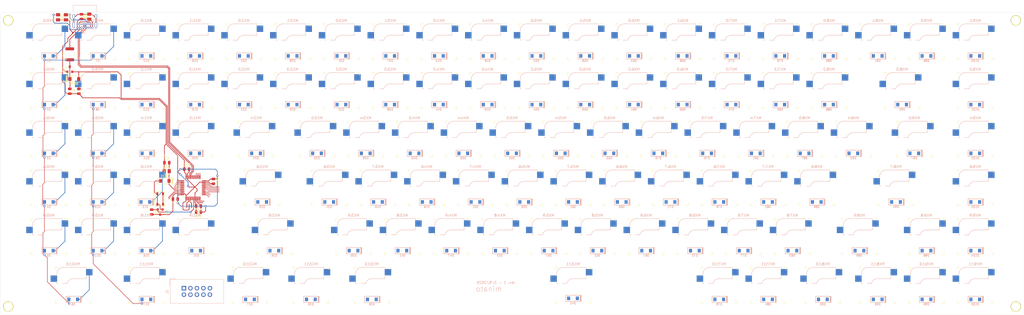
<source format=kicad_pcb>
(kicad_pcb (version 20171130) (host pcbnew "(5.1.5-0)")
  (layers (0 F.Cu signal) (31 B.Cu signal) (34 B.Paste user) (35 F.Paste user) (36 B.SilkS user) (37 F.SilkS user) (38 B.Mask user) (39 F.Mask user) (44 Edge.Cuts user))
  (net 0 "")
  (net 1 Row0)
  (net 2 Row2)
  (net 3 Row4)
  (net 4 Row6)
  (net 5 Row8)
  (net 6 Row10)
  (net 7 Row1)
  (net 8 Row3)
  (net 9 Row5)
  (net 10 Row7)
  (net 11 Row9)
  (net 12 Row11)
  (net 13 Col0)
  (net 14 Col1)
  (net 15 Col2)
  (net 16 Col3)
  (net 17 Col4)
  (net 18 Col5)
  (net 19 Col6)
  (net 20 Col7)
  (net 21 Col8)
  (net 22 Col9)
  (net 23 "Net-(U2-Pad38)")
  (net 24 SWCLK)
  (net 25 SWDIO)
  (net 26 "Net-(U2-Pad31)")
  (net 27 "Net-(U2-Pad30)")
  (net 28 "Net-(U2-Pad29)")
  (net 29 "Net-(U2-Pad17)")
  (net 30 "Net-(U2-Pad16)")
  (net 31 NRST)
  (net 32 "Net-(U2-Pad6)")
  (net 33 "Net-(U2-Pad5)")
  (net 34 "Net-(U2-Pad2)")
  (net 35 VSS1)
  (net 36 BOOT0)
  (net 37 "Net-(C3-Pad1)")
  (net 38 5V)
  (net 39 3.3V)
  (net 40 "Net-(D106-Pad2)")
  (net 41 VBUS)
  (net 42 "Net-(J1-Pad8)")
  (net 43 "Net-(J1-Pad7)")
  (net 44 "Net-(J1-Pad6)")
  (net 45 +3V3)
  (net 46 DBUS+)
  (net 47 "Net-(J2-PadB5)")
  (net 48 "Net-(J2-PadB8)")
  (net 49 DBUS-)
  (net 50 "Net-(J2-PadA8)")
  (net 51 "Net-(J2-PadA5)")
  (net 52 XTO)
  (net 53 XTI)
  (net 54 "Net-(D1-Pad1)")
  (net 55 "Net-(D2-Pad1)")
  (net 56 "Net-(D3-Pad1)")
  (net 57 "Net-(D4-Pad1)")
  (net 58 "Net-(D5-Pad1)")
  (net 59 "Net-(D6-Pad1)")
  (net 60 "Net-(D7-Pad1)")
  (net 61 "Net-(D8-Pad1)")
  (net 62 "Net-(D9-Pad1)")
  (net 63 "Net-(D10-Pad1)")
  (net 64 "Net-(D11-Pad1)")
  (net 65 "Net-(D12-Pad1)")
  (net 66 "Net-(D13-Pad1)")
  (net 67 "Net-(D14-Pad1)")
  (net 68 "Net-(D15-Pad1)")
  (net 69 "Net-(D16-Pad1)")
  (net 70 "Net-(D17-Pad1)")
  (net 71 "Net-(D18-Pad1)")
  (net 72 "Net-(D19-Pad1)")
  (net 73 "Net-(D20-Pad1)")
  (net 74 "Net-(D21-Pad1)")
  (net 75 "Net-(D22-Pad1)")
  (net 76 "Net-(D23-Pad1)")
  (net 77 "Net-(D24-Pad1)")
  (net 78 "Net-(D25-Pad1)")
  (net 79 "Net-(D26-Pad1)")
  (net 80 "Net-(D27-Pad1)")
  (net 81 "Net-(D28-Pad1)")
  (net 82 "Net-(D29-Pad1)")
  (net 83 "Net-(D30-Pad1)")
  (net 84 "Net-(D31-Pad1)")
  (net 85 "Net-(D32-Pad1)")
  (net 86 "Net-(D33-Pad1)")
  (net 87 "Net-(D34-Pad1)")
  (net 88 "Net-(D35-Pad1)")
  (net 89 "Net-(D36-Pad1)")
  (net 90 "Net-(D37-Pad1)")
  (net 91 "Net-(D38-Pad1)")
  (net 92 "Net-(D39-Pad1)")
  (net 93 "Net-(D40-Pad1)")
  (net 94 "Net-(D41-Pad1)")
  (net 95 "Net-(D42-Pad1)")
  (net 96 "Net-(D43-Pad1)")
  (net 97 "Net-(D44-Pad1)")
  (net 98 "Net-(D45-Pad1)")
  (net 99 "Net-(D46-Pad1)")
  (net 100 "Net-(D47-Pad1)")
  (net 101 "Net-(D48-Pad1)")
  (net 102 "Net-(D49-Pad1)")
  (net 103 "Net-(D50-Pad1)")
  (net 104 "Net-(D51-Pad1)")
  (net 105 "Net-(D52-Pad1)")
  (net 106 "Net-(D53-Pad1)")
  (net 107 "Net-(D54-Pad1)")
  (net 108 "Net-(D55-Pad1)")
  (net 109 "Net-(D56-Pad1)")
  (net 110 "Net-(D57-Pad1)")
  (net 111 "Net-(D58-Pad1)")
  (net 112 "Net-(D59-Pad1)")
  (net 113 "Net-(D60-Pad1)")
  (net 114 "Net-(D61-Pad1)")
  (net 115 "Net-(D62-Pad1)")
  (net 116 "Net-(D63-Pad1)")
  (net 117 "Net-(D64-Pad1)")
  (net 118 "Net-(D65-Pad1)")
  (net 119 "Net-(D66-Pad1)")
  (net 120 "Net-(D67-Pad1)")
  (net 121 "Net-(D68-Pad1)")
  (net 122 "Net-(D69-Pad1)")
  (net 123 "Net-(D70-Pad1)")
  (net 124 "Net-(D71-Pad1)")
  (net 125 "Net-(D72-Pad1)")
  (net 126 "Net-(D73-Pad1)")
  (net 127 "Net-(D74-Pad1)")
  (net 128 "Net-(D75-Pad1)")
  (net 129 "Net-(D76-Pad1)")
  (net 130 "Net-(D77-Pad1)")
  (net 131 "Net-(D78-Pad1)")
  (net 132 "Net-(D79-Pad1)")
  (net 133 "Net-(D80-Pad1)")
  (net 134 "Net-(D81-Pad1)")
  (net 135 "Net-(D82-Pad1)")
  (net 136 "Net-(D83-Pad1)")
  (net 137 "Net-(D84-Pad1)")
  (net 138 "Net-(D85-Pad1)")
  (net 139 "Net-(D86-Pad1)")
  (net 140 "Net-(D87-Pad1)")
  (net 141 "Net-(D88-Pad1)")
  (net 142 "Net-(D89-Pad1)")
  (net 143 "Net-(D90-Pad1)")
  (net 144 "Net-(D91-Pad1)")
  (net 145 "Net-(D92-Pad1)")
  (net 146 "Net-(D93-Pad1)")
  (net 147 "Net-(D94-Pad1)")
  (net 148 "Net-(D95-Pad1)")
  (net 149 "Net-(D96-Pad1)")
  (net 150 "Net-(D97-Pad1)")
  (net 151 "Net-(D98-Pad1)")
  (net 152 "Net-(D99-Pad1)")
  (net 153 "Net-(D100-Pad1)")
  (net 154 "Net-(D101-Pad1)")
  (net 155 "Net-(D102-Pad1)")
  (net 156 "Net-(D103-Pad1)")
  (net 157 "Net-(D104-Pad1)")
  (net 158 "Net-(D105-Pad1)")
  (module keyswitches.pretty:Kailh_socket_MX (layer F.Cu) (at 55.5625 42.06875)
    (fp_text reference MX0:1 (at 0 -8.255) (layer B.SilkS) (effects (justify mirror)))
    (fp_text value Macro2)
    (pad 2 smd rect (at -7.56 -2.54) (size 2.55 2.5) (layers B.Cu B.Paste B.Mask) (net 7 Row1))
    (pad "" np_thru_hole circle (at -5.08 0) (size 1.7018 1.7018) (drill 1.7018) (layers *.Cu *.Mask))
    (pad "" np_thru_hole circle (at 5.08 0) (size 1.7018 1.7018) (drill 1.7018) (layers *.Cu *.Mask))
    (pad "" np_thru_hole circle (at 0 0) (size 3.9878 3.9878) (drill 3.9878) (layers *.Cu *.Mask))
    (pad "" np_thru_hole circle (at -3.81 -2.54) (size 3 3) (drill 3) (layers *.Cu *.Mask))
    (pad "" np_thru_hole circle (at 2.54 -5.08) (size 3 3) (drill 3) (layers *.Cu *.Mask))
    (pad 1 smd rect (at 6.29 -5.08) (size 2.55 2.5) (layers B.Cu B.Paste B.Mask) (net 60 "Net-(D7-Pad1)"))
  )
  (module Capacitor_SMD:C_0805_2012Metric (layer F.Cu) (at 94.996 108.712 180)
    (fp_text reference C12 (at 0 -1.65) (layer F.SilkS))
    (fp_text value 1uF)
    (pad 2 smd roundrect (at 0.9375 0 180) (size 0.975 1.4) (layers F.Cu F.Paste F.Mask) (net 35 VSS1))
    (pad 1 smd roundrect (at -0.9375 0 180) (size 0.975 1.4) (layers F.Cu F.Paste F.Mask) (net 39 3.3V))
  )
  (module Capacitor_SMD:C_0805_2012Metric (layer F.Cu) (at 94.996 106.3625 180)
    (fp_text reference C11 (at 0 -1.65) (layer F.SilkS))
    (fp_text value 10nF)
    (pad 2 smd roundrect (at 0.9375 0 180) (size 0.975 1.4) (layers F.Cu F.Paste F.Mask) (net 35 VSS1))
    (pad 1 smd roundrect (at -0.9375 0 180) (size 0.975 1.4) (layers F.Cu F.Paste F.Mask) (net 39 3.3V))
  )
  (module Capacitor_SMD:C_0805_2012Metric (layer F.Cu) (at 90.393474 91.945158)
    (fp_text reference C10 (at 0 -1.65) (layer F.SilkS))
    (fp_text value 100nF)
    (pad 2 smd roundrect (at 0.9375 0) (size 0.975 1.4) (layers F.Cu F.Paste F.Mask) (net 35 VSS1))
    (pad 1 smd roundrect (at -0.9375 0) (size 0.975 1.4) (layers F.Cu F.Paste F.Mask) (net 39 3.3V))
  )
  (module Capacitor_SMD:C_0805_2012Metric (layer F.Cu) (at 100.791896 96.70988 270)
    (fp_text reference C9 (at 0 -1.65 90) (layer F.SilkS))
    (fp_text value 100nF)
    (pad 2 smd roundrect (at 0.9375 0 270) (size 0.975 1.4) (layers F.Cu F.Paste F.Mask) (net 35 VSS1))
    (pad 1 smd roundrect (at -0.9375 0 270) (size 0.975 1.4) (layers F.Cu F.Paste F.Mask) (net 39 3.3V))
  )
  (module Capacitor_SMD:C_0805_2012Metric (layer F.Cu) (at 48.26 61.468 270)
    (fp_text reference C8 (at 0 -1.65 90) (layer F.SilkS))
    (fp_text value 100nF)
    (pad 2 smd roundrect (at 0.9375 0 270) (size 0.975 1.4) (layers F.Cu F.Paste F.Mask) (net 35 VSS1))
    (pad 1 smd roundrect (at -0.9375 0 270) (size 0.975 1.4) (layers F.Cu F.Paste F.Mask) (net 39 3.3V))
  )
  (module Capacitor_SMD:C_0805_2012Metric (layer F.Cu) (at 85.9305 103.632 180)
    (fp_text reference C7 (at 0 -1.65) (layer F.SilkS))
    (fp_text value 100nF)
    (pad 2 smd roundrect (at 0.9375 0 180) (size 0.975 1.4) (layers F.Cu F.Paste F.Mask) (net 35 VSS1))
    (pad 1 smd roundrect (at -0.9375 0 180) (size 0.975 1.4) (layers F.Cu F.Paste F.Mask) (net 39 3.3V))
  )
  (module Capacitor_SMD:C_0805_2012Metric (layer F.Cu) (at 44.704 61.468 270)
    (fp_text reference C6 (at 0 -1.65 90) (layer F.SilkS))
    (fp_text value 100nF)
    (pad 2 smd roundrect (at 0.9375 0 270) (size 0.975 1.4) (layers F.Cu F.Paste F.Mask) (net 35 VSS1))
    (pad 1 smd roundrect (at -0.9375 0 270) (size 0.975 1.4) (layers F.Cu F.Paste F.Mask) (net 38 5V))
  )
  (module Capacitor_SMD:C_0805_2012Metric (layer F.Cu) (at 49.276 32.258 270)
    (fp_text reference C3 (at 0 -1.65 90) (layer F.SilkS))
    (fp_text value 4.7nF)
    (pad 2 smd roundrect (at 0.9375 0 270) (size 0.975 1.4) (layers F.Cu F.Paste F.Mask) (net 35 VSS1))
    (pad 1 smd roundrect (at -0.9375 0 270) (size 0.975 1.4) (layers F.Cu F.Paste F.Mask) (net 37 "Net-(C3-Pad1)"))
  )
  (module Capacitor_SMD:C_0805_2012Metric (layer F.Cu) (at 82.6285 89.408)
    (fp_text reference C2 (at 0 -1.65) (layer F.SilkS))
    (fp_text value 10uF)
    (pad 2 smd roundrect (at 0.9375 0) (size 0.975 1.4) (layers F.Cu F.Paste F.Mask) (net 36 BOOT0))
    (pad 1 smd roundrect (at -0.9375 0) (size 0.975 1.4) (layers F.Cu F.Paste F.Mask) (net 35 VSS1))
  )
  (module Capacitor_SMD:C_0805_2012Metric (layer F.Cu) (at 76.708 108.712 270)
    (fp_text reference C1 (at 0 -1.65 90) (layer F.SilkS))
    (fp_text value 4.7nF)
    (pad 2 smd roundrect (at 0.9375 0 270) (size 0.975 1.4) (layers F.Cu F.Paste F.Mask) (net 35 VSS1))
    (pad 1 smd roundrect (at -0.9375 0 270) (size 0.975 1.4) (layers F.Cu F.Paste F.Mask) (net 31 NRST))
  )
  (module keyboard_parts.pretty:SW_ALPS_SKRP (layer F.Cu) (at 80.01 103.632 270)
    (fp_text reference SW1 hide)
    (fp_text value SW_Push (at 0 2.425 90) (layer F.SilkS) (effects (font (size 0.8 0.8) (thickness 0.1524))))
    (pad 1 smd rect (at 2.1 -1.1 270) (size 1.1 0.7) (layers F.Cu F.Paste F.Mask) (net 39 3.3V))
    (pad 1 smd rect (at -2.1 -1.1 270) (size 1.1 0.7) (layers F.Cu F.Paste F.Mask) (net 39 3.3V))
    (pad 2 smd rect (at -2.1 1.1 270) (size 1.1 0.7) (layers F.Cu F.Paste F.Mask) (net 40 "Net-(D106-Pad2)"))
    (pad 2 smd rect (at 2.1 1.1 270) (size 1.1 0.7) (layers F.Cu F.Paste F.Mask) (net 40 "Net-(D106-Pad2)"))
  )
  (module keyboard_parts.pretty:D_SOD123W_hand (layer B.Cu) (at 398.4625 142.875 180)
    (fp_text reference D105 (at 0 -1.925) (layer B.SilkS) (effects (font (size 0.8 0.8)) (justify mirror)))
    (fp_text value 1N4148 hide)
    (pad 1 smd rect (at -1.7 0 180) (size 1.2 1.4) (layers B.Cu B.Paste B.Mask) (net 158 "Net-(D105-Pad1)"))
    (pad 2 smd rect (at 1.7 0 180) (size 1.2 1.4) (layers B.Cu B.Paste B.Mask) (net 18 Col5))
  )
  (module keyboard_parts.pretty:D_SOD123W_hand (layer B.Cu) (at 398.4625 123.825 180)
    (fp_text reference D104 (at 0 -1.925) (layer B.SilkS) (effects (font (size 0.8 0.8)) (justify mirror)))
    (fp_text value 1N4148 hide)
    (pad 1 smd rect (at -1.7 0 180) (size 1.2 1.4) (layers B.Cu B.Paste B.Mask) (net 157 "Net-(D104-Pad1)"))
    (pad 2 smd rect (at 1.7 0 180) (size 1.2 1.4) (layers B.Cu B.Paste B.Mask) (net 21 Col8))
  )
  (module keyboard_parts.pretty:D_SOD123W_hand (layer B.Cu) (at 398.4625 104.775 180)
    (fp_text reference D103 (at 0 -1.925) (layer B.SilkS) (effects (font (size 0.8 0.8)) (justify mirror)))
    (fp_text value 1N4148 hide)
    (pad 1 smd rect (at -1.7 0 180) (size 1.2 1.4) (layers B.Cu B.Paste B.Mask) (net 156 "Net-(D103-Pad1)"))
    (pad 2 smd rect (at 1.7 0 180) (size 1.2 1.4) (layers B.Cu B.Paste B.Mask) (net 21 Col8))
  )
  (module keyboard_parts.pretty:D_SOD123W_hand (layer B.Cu) (at 398.4625 85.725 180)
    (fp_text reference D102 (at 0 -1.925) (layer B.SilkS) (effects (font (size 0.8 0.8)) (justify mirror)))
    (fp_text value 1N4148 hide)
    (pad 1 smd rect (at -1.7 0 180) (size 1.2 1.4) (layers B.Cu B.Paste B.Mask) (net 155 "Net-(D102-Pad1)"))
    (pad 2 smd rect (at 1.7 0 180) (size 1.2 1.4) (layers B.Cu B.Paste B.Mask) (net 22 Col9))
  )
  (module keyboard_parts.pretty:D_SOD123W_hand (layer B.Cu) (at 398.4625 66.675 180)
    (fp_text reference D101 (at 0 -1.925) (layer B.SilkS) (effects (font (size 0.8 0.8)) (justify mirror)))
    (fp_text value 1N4148 hide)
    (pad 1 smd rect (at -1.7 0 180) (size 1.2 1.4) (layers B.Cu B.Paste B.Mask) (net 154 "Net-(D101-Pad1)"))
    (pad 2 smd rect (at 1.7 0 180) (size 1.2 1.4) (layers B.Cu B.Paste B.Mask) (net 22 Col9))
  )
  (module keyboard_parts.pretty:D_SOD123W_hand (layer B.Cu) (at 398.4625 47.625 180)
    (fp_text reference D100 (at 0 -1.925) (layer B.SilkS) (effects (font (size 0.8 0.8)) (justify mirror)))
    (fp_text value 1N4148 hide)
    (pad 1 smd rect (at -1.7 0 180) (size 1.2 1.4) (layers B.Cu B.Paste B.Mask) (net 153 "Net-(D100-Pad1)"))
    (pad 2 smd rect (at 1.7 0 180) (size 1.2 1.4) (layers B.Cu B.Paste B.Mask) (net 22 Col9))
  )
  (module keyboard_parts.pretty:D_SOD123W_hand (layer B.Cu) (at 379.4125 142.875 180)
    (fp_text reference D99 (at 0 -1.925) (layer B.SilkS) (effects (font (size 0.8 0.8)) (justify mirror)))
    (fp_text value 1N4148 hide)
    (pad 1 smd rect (at -1.7 0 180) (size 1.2 1.4) (layers B.Cu B.Paste B.Mask) (net 152 "Net-(D99-Pad1)"))
    (pad 2 smd rect (at 1.7 0 180) (size 1.2 1.4) (layers B.Cu B.Paste B.Mask) (net 18 Col5))
  )
  (module keyboard_parts.pretty:D_SOD123W_hand (layer B.Cu) (at 379.4125 123.825 180)
    (fp_text reference D98 (at 0 -1.925) (layer B.SilkS) (effects (font (size 0.8 0.8)) (justify mirror)))
    (fp_text value 1N4148 hide)
    (pad 1 smd rect (at -1.7 0 180) (size 1.2 1.4) (layers B.Cu B.Paste B.Mask) (net 151 "Net-(D98-Pad1)"))
    (pad 2 smd rect (at 1.7 0 180) (size 1.2 1.4) (layers B.Cu B.Paste B.Mask) (net 21 Col8))
  )
  (module keyboard_parts.pretty:D_SOD123W_hand (layer B.Cu) (at 374.65 85.725 180)
    (fp_text reference D97 (at 0 -1.925) (layer B.SilkS) (effects (font (size 0.8 0.8)) (justify mirror)))
    (fp_text value 1N4148 hide)
    (pad 1 smd rect (at -1.7 0 180) (size 1.2 1.4) (layers B.Cu B.Paste B.Mask) (net 150 "Net-(D97-Pad1)"))
    (pad 2 smd rect (at 1.7 0 180) (size 1.2 1.4) (layers B.Cu B.Paste B.Mask) (net 21 Col8))
  )
  (module keyboard_parts.pretty:D_SOD123W_hand (layer B.Cu) (at 379.4125 47.625 180)
    (fp_text reference D96 (at 0 -1.925) (layer B.SilkS) (effects (font (size 0.8 0.8)) (justify mirror)))
    (fp_text value 1N4148 hide)
    (pad 1 smd rect (at -1.7 0 180) (size 1.2 1.4) (layers B.Cu B.Paste B.Mask) (net 149 "Net-(D96-Pad1)"))
    (pad 2 smd rect (at 1.7 0 180) (size 1.2 1.4) (layers B.Cu B.Paste B.Mask) (net 22 Col9))
  )
  (module keyboard_parts.pretty:D_SOD123W_hand (layer B.Cu) (at 360.3625 142.875 180)
    (fp_text reference D95 (at 0 -1.925) (layer B.SilkS) (effects (font (size 0.8 0.8)) (justify mirror)))
    (fp_text value 1N4148 hide)
    (pad 1 smd rect (at -1.7 0 180) (size 1.2 1.4) (layers B.Cu B.Paste B.Mask) (net 148 "Net-(D95-Pad1)"))
    (pad 2 smd rect (at 1.7 0 180) (size 1.2 1.4) (layers B.Cu B.Paste B.Mask) (net 17 Col4))
  )
  (module keyboard_parts.pretty:D_SOD123W_hand (layer B.Cu) (at 367.50625 104.775 180)
    (fp_text reference D94 (at 0 -1.925) (layer B.SilkS) (effects (font (size 0.8 0.8)) (justify mirror)))
    (fp_text value 1N4148 hide)
    (pad 1 smd rect (at -1.7 0 180) (size 1.2 1.4) (layers B.Cu B.Paste B.Mask) (net 147 "Net-(D94-Pad1)"))
    (pad 2 smd rect (at 1.7 0 180) (size 1.2 1.4) (layers B.Cu B.Paste B.Mask) (net 20 Col7))
  )
  (module keyboard_parts.pretty:D_SOD123W_hand (layer B.Cu) (at 350.8375 85.725 180)
    (fp_text reference D93 (at 0 -1.925) (layer B.SilkS) (effects (font (size 0.8 0.8)) (justify mirror)))
    (fp_text value 1N4148 hide)
    (pad 1 smd rect (at -1.7 0 180) (size 1.2 1.4) (layers B.Cu B.Paste B.Mask) (net 146 "Net-(D93-Pad1)"))
    (pad 2 smd rect (at 1.7 0 180) (size 1.2 1.4) (layers B.Cu B.Paste B.Mask) (net 21 Col8))
  )
  (module keyboard_parts.pretty:D_SOD123W_hand (layer B.Cu) (at 369.8875 66.675 180)
    (fp_text reference D92 (at 0 -1.925) (layer B.SilkS) (effects (font (size 0.8 0.8)) (justify mirror)))
    (fp_text value 1N4148 hide)
    (pad 1 smd rect (at -1.7 0 180) (size 1.2 1.4) (layers B.Cu B.Paste B.Mask) (net 145 "Net-(D92-Pad1)"))
    (pad 2 smd rect (at 1.7 0 180) (size 1.2 1.4) (layers B.Cu B.Paste B.Mask) (net 21 Col8))
  )
  (module keyboard_parts.pretty:D_SOD123W_hand (layer B.Cu) (at 360.3625 47.625 180)
    (fp_text reference D91 (at 0 -1.925) (layer B.SilkS) (effects (font (size 0.8 0.8)) (justify mirror)))
    (fp_text value 1N4148 hide)
    (pad 1 smd rect (at -1.7 0 180) (size 1.2 1.4) (layers B.Cu B.Paste B.Mask) (net 144 "Net-(D91-Pad1)"))
    (pad 2 smd rect (at 1.7 0 180) (size 1.2 1.4) (layers B.Cu B.Paste B.Mask) (net 21 Col8))
  )
  (module keyboard_parts.pretty:D_SOD123W_hand (layer B.Cu) (at 338.93125 142.875 180)
    (fp_text reference D90 (at 0 -1.925) (layer B.SilkS) (effects (font (size 0.8 0.8)) (justify mirror)))
    (fp_text value 1N4148 hide)
    (pad 1 smd rect (at -1.7 0 180) (size 1.2 1.4) (layers B.Cu B.Paste B.Mask) (net 143 "Net-(D90-Pad1)"))
    (pad 2 smd rect (at 1.7 0 180) (size 1.2 1.4) (layers B.Cu B.Paste B.Mask) (net 17 Col4))
  )
  (module keyboard_parts.pretty:D_SOD123W_hand (layer B.Cu) (at 353.21875 123.825 180)
    (fp_text reference D89 (at 0 -1.925) (layer B.SilkS) (effects (font (size 0.8 0.8)) (justify mirror)))
    (fp_text value 1N4148 hide)
    (pad 1 smd rect (at -1.7 0 180) (size 1.2 1.4) (layers B.Cu B.Paste B.Mask) (net 142 "Net-(D89-Pad1)"))
    (pad 2 smd rect (at 1.7 0 180) (size 1.2 1.4) (layers B.Cu B.Paste B.Mask) (net 20 Col7))
  )
  (module keyboard_parts.pretty:D_SOD123W_hand (layer B.Cu) (at 336.55 104.775 180)
    (fp_text reference D88 (at 0 -1.925) (layer B.SilkS) (effects (font (size 0.8 0.8)) (justify mirror)))
    (fp_text value 1N4148 hide)
    (pad 1 smd rect (at -1.7 0 180) (size 1.2 1.4) (layers B.Cu B.Paste B.Mask) (net 141 "Net-(D88-Pad1)"))
    (pad 2 smd rect (at 1.7 0 180) (size 1.2 1.4) (layers B.Cu B.Paste B.Mask) (net 20 Col7))
  )
  (module keyboard_parts.pretty:D_SOD123W_hand (layer B.Cu) (at 331.7875 85.725 180)
    (fp_text reference D87 (at 0 -1.925) (layer B.SilkS) (effects (font (size 0.8 0.8)) (justify mirror)))
    (fp_text value 1N4148 hide)
    (pad 1 smd rect (at -1.7 0 180) (size 1.2 1.4) (layers B.Cu B.Paste B.Mask) (net 140 "Net-(D87-Pad1)"))
    (pad 2 smd rect (at 1.7 0 180) (size 1.2 1.4) (layers B.Cu B.Paste B.Mask) (net 20 Col7))
  )
  (module keyboard_parts.pretty:D_SOD123W_hand (layer B.Cu) (at 341.3125 66.675 180)
    (fp_text reference D86 (at 0 -1.925) (layer B.SilkS) (effects (font (size 0.8 0.8)) (justify mirror)))
    (fp_text value 1N4148 hide)
    (pad 1 smd rect (at -1.7 0 180) (size 1.2 1.4) (layers B.Cu B.Paste B.Mask) (net 139 "Net-(D86-Pad1)"))
    (pad 2 smd rect (at 1.7 0 180) (size 1.2 1.4) (layers B.Cu B.Paste B.Mask) (net 21 Col8))
  )
  (module keyboard_parts.pretty:D_SOD123W_hand (layer B.Cu) (at 341.3125 47.625 180)
    (fp_text reference D85 (at 0 -1.925) (layer B.SilkS) (effects (font (size 0.8 0.8)) (justify mirror)))
    (fp_text value 1N4148 hide)
    (pad 1 smd rect (at -1.7 0 180) (size 1.2 1.4) (layers B.Cu B.Paste B.Mask) (net 138 "Net-(D85-Pad1)"))
    (pad 2 smd rect (at 1.7 0 180) (size 1.2 1.4) (layers B.Cu B.Paste B.Mask) (net 21 Col8))
  )
  (module keyboard_parts.pretty:D_SOD123W_hand (layer B.Cu) (at 317.5 142.875 180)
    (fp_text reference D84 (at 0 -1.925) (layer B.SilkS) (effects (font (size 0.8 0.8)) (justify mirror)))
    (fp_text value 1N4148 hide)
    (pad 1 smd rect (at -1.7 0 180) (size 1.2 1.4) (layers B.Cu B.Paste B.Mask) (net 137 "Net-(D84-Pad1)"))
    (pad 2 smd rect (at 1.7 0 180) (size 1.2 1.4) (layers B.Cu B.Paste B.Mask) (net 16 Col3))
  )
  (module keyboard_parts.pretty:D_SOD123W_hand (layer B.Cu) (at 327.025 123.825 180)
    (fp_text reference D83 (at 0 -1.925) (layer B.SilkS) (effects (font (size 0.8 0.8)) (justify mirror)))
    (fp_text value 1N4148 hide)
    (pad 1 smd rect (at -1.7 0 180) (size 1.2 1.4) (layers B.Cu B.Paste B.Mask) (net 136 "Net-(D83-Pad1)"))
    (pad 2 smd rect (at 1.7 0 180) (size 1.2 1.4) (layers B.Cu B.Paste B.Mask) (net 20 Col7))
  )
  (module keyboard_parts.pretty:D_SOD123W_hand (layer B.Cu) (at 317.5 104.775 180)
    (fp_text reference D82 (at 0 -1.925) (layer B.SilkS) (effects (font (size 0.8 0.8)) (justify mirror)))
    (fp_text value 1N4148 hide)
    (pad 1 smd rect (at -1.7 0 180) (size 1.2 1.4) (layers B.Cu B.Paste B.Mask) (net 135 "Net-(D82-Pad1)"))
    (pad 2 smd rect (at 1.7 0 180) (size 1.2 1.4) (layers B.Cu B.Paste B.Mask) (net 19 Col6))
  )
  (module keyboard_parts.pretty:D_SOD123W_hand (layer B.Cu) (at 312.7375 85.725 180)
    (fp_text reference D81 (at 0 -1.925) (layer B.SilkS) (effects (font (size 0.8 0.8)) (justify mirror)))
    (fp_text value 1N4148 hide)
    (pad 1 smd rect (at -1.7 0 180) (size 1.2 1.4) (layers B.Cu B.Paste B.Mask) (net 134 "Net-(D81-Pad1)"))
    (pad 2 smd rect (at 1.7 0 180) (size 1.2 1.4) (layers B.Cu B.Paste B.Mask) (net 20 Col7))
  )
  (module keyboard_parts.pretty:D_SOD123W_hand (layer B.Cu) (at 322.2625 66.675 180)
    (fp_text reference D80 (at 0 -1.925) (layer B.SilkS) (effects (font (size 0.8 0.8)) (justify mirror)))
    (fp_text value 1N4148 hide)
    (pad 1 smd rect (at -1.7 0 180) (size 1.2 1.4) (layers B.Cu B.Paste B.Mask) (net 133 "Net-(D80-Pad1)"))
    (pad 2 smd rect (at 1.7 0 180) (size 1.2 1.4) (layers B.Cu B.Paste B.Mask) (net 20 Col7))
  )
  (module keyboard_parts.pretty:D_SOD123W_hand (layer B.Cu) (at 322.2625 47.625 180)
    (fp_text reference D79 (at 0 -1.925) (layer B.SilkS) (effects (font (size 0.8 0.8)) (justify mirror)))
    (fp_text value 1N4148 hide)
    (pad 1 smd rect (at -1.7 0 180) (size 1.2 1.4) (layers B.Cu B.Paste B.Mask) (net 132 "Net-(D79-Pad1)"))
    (pad 2 smd rect (at 1.7 0 180) (size 1.2 1.4) (layers B.Cu B.Paste B.Mask) (net 20 Col7))
  )
  (module keyboard_parts.pretty:D_SOD123W_hand (layer B.Cu) (at 298.45 142.875 180)
    (fp_text reference D78 (at 0 -1.925) (layer B.SilkS) (effects (font (size 0.8 0.8)) (justify mirror)))
    (fp_text value 1N4148 hide)
    (pad 1 smd rect (at -1.7 0 180) (size 1.2 1.4) (layers B.Cu B.Paste B.Mask) (net 131 "Net-(D78-Pad1)"))
    (pad 2 smd rect (at 1.7 0 180) (size 1.2 1.4) (layers B.Cu B.Paste B.Mask) (net 16 Col3))
  )
  (module keyboard_parts.pretty:D_SOD123W_hand (layer B.Cu) (at 307.975 123.825 180)
    (fp_text reference D77 (at 0 -1.925) (layer B.SilkS) (effects (font (size 0.8 0.8)) (justify mirror)))
    (fp_text value 1N4148 hide)
    (pad 1 smd rect (at -1.7 0 180) (size 1.2 1.4) (layers B.Cu B.Paste B.Mask) (net 130 "Net-(D77-Pad1)"))
    (pad 2 smd rect (at 1.7 0 180) (size 1.2 1.4) (layers B.Cu B.Paste B.Mask) (net 19 Col6))
  )
  (module keyboard_parts.pretty:D_SOD123W_hand (layer B.Cu) (at 298.45 104.775 180)
    (fp_text reference D76 (at 0 -1.925) (layer B.SilkS) (effects (font (size 0.8 0.8)) (justify mirror)))
    (fp_text value 1N4148 hide)
    (pad 1 smd rect (at -1.7 0 180) (size 1.2 1.4) (layers B.Cu B.Paste B.Mask) (net 129 "Net-(D76-Pad1)"))
    (pad 2 smd rect (at 1.7 0 180) (size 1.2 1.4) (layers B.Cu B.Paste B.Mask) (net 19 Col6))
  )
  (module keyboard_parts.pretty:D_SOD123W_hand (layer B.Cu) (at 293.6875 85.725 180)
    (fp_text reference D75 (at 0 -1.925) (layer B.SilkS) (effects (font (size 0.8 0.8)) (justify mirror)))
    (fp_text value 1N4148 hide)
    (pad 1 smd rect (at -1.7 0 180) (size 1.2 1.4) (layers B.Cu B.Paste B.Mask) (net 128 "Net-(D75-Pad1)"))
    (pad 2 smd rect (at 1.7 0 180) (size 1.2 1.4) (layers B.Cu B.Paste B.Mask) (net 19 Col6))
  )
  (module keyboard_parts.pretty:D_SOD123W_hand (layer B.Cu) (at 303.2125 66.675 180)
    (fp_text reference D74 (at 0 -1.925) (layer B.SilkS) (effects (font (size 0.8 0.8)) (justify mirror)))
    (fp_text value 1N4148 hide)
    (pad 1 smd rect (at -1.7 0 180) (size 1.2 1.4) (layers B.Cu B.Paste B.Mask) (net 127 "Net-(D74-Pad1)"))
    (pad 2 smd rect (at 1.7 0 180) (size 1.2 1.4) (layers B.Cu B.Paste B.Mask) (net 20 Col7))
  )
  (module keyboard_parts.pretty:D_SOD123W_hand (layer B.Cu) (at 303.2125 47.625 180)
    (fp_text reference D73 (at 0 -1.925) (layer B.SilkS) (effects (font (size 0.8 0.8)) (justify mirror)))
    (fp_text value 1N4148 hide)
    (pad 1 smd rect (at -1.7 0 180) (size 1.2 1.4) (layers B.Cu B.Paste B.Mask) (net 126 "Net-(D73-Pad1)"))
    (pad 2 smd rect (at 1.7 0 180) (size 1.2 1.4) (layers B.Cu B.Paste B.Mask) (net 20 Col7))
  )
  (module keyboard_parts.pretty:D_SOD123W_hand (layer B.Cu) (at 288.925 123.825 180)
    (fp_text reference D72 (at 0 -1.925) (layer B.SilkS) (effects (font (size 0.8 0.8)) (justify mirror)))
    (fp_text value 1N4148 hide)
    (pad 1 smd rect (at -1.7 0 180) (size 1.2 1.4) (layers B.Cu B.Paste B.Mask) (net 125 "Net-(D72-Pad1)"))
    (pad 2 smd rect (at 1.7 0 180) (size 1.2 1.4) (layers B.Cu B.Paste B.Mask) (net 19 Col6))
  )
  (module keyboard_parts.pretty:D_SOD123W_hand (layer B.Cu) (at 279.4 104.775 180)
    (fp_text reference D71 (at 0 -1.925) (layer B.SilkS) (effects (font (size 0.8 0.8)) (justify mirror)))
    (fp_text value 1N4148 hide)
    (pad 1 smd rect (at -1.7 0 180) (size 1.2 1.4) (layers B.Cu B.Paste B.Mask) (net 124 "Net-(D71-Pad1)"))
    (pad 2 smd rect (at 1.7 0 180) (size 1.2 1.4) (layers B.Cu B.Paste B.Mask) (net 18 Col5))
  )
  (module keyboard_parts.pretty:D_SOD123W_hand (layer B.Cu) (at 274.6375 85.725 180)
    (fp_text reference D70 (at 0 -1.925) (layer B.SilkS) (effects (font (size 0.8 0.8)) (justify mirror)))
    (fp_text value 1N4148 hide)
    (pad 1 smd rect (at -1.7 0 180) (size 1.2 1.4) (layers B.Cu B.Paste B.Mask) (net 123 "Net-(D70-Pad1)"))
    (pad 2 smd rect (at 1.7 0 180) (size 1.2 1.4) (layers B.Cu B.Paste B.Mask) (net 19 Col6))
  )
  (module keyboard_parts.pretty:D_SOD123W_hand (layer B.Cu) (at 284.1625 66.675 180)
    (fp_text reference D69 (at 0 -1.925) (layer B.SilkS) (effects (font (size 0.8 0.8)) (justify mirror)))
    (fp_text value 1N4148 hide)
    (pad 1 smd rect (at -1.7 0 180) (size 1.2 1.4) (layers B.Cu B.Paste B.Mask) (net 122 "Net-(D69-Pad1)"))
    (pad 2 smd rect (at 1.7 0 180) (size 1.2 1.4) (layers B.Cu B.Paste B.Mask) (net 19 Col6))
  )
  (module keyboard_parts.pretty:D_SOD123W_hand (layer B.Cu) (at 284.1625 47.625 180)
    (fp_text reference D68 (at 0 -1.925) (layer B.SilkS) (effects (font (size 0.8 0.8)) (justify mirror)))
    (fp_text value 1N4148 hide)
    (pad 1 smd rect (at -1.7 0 180) (size 1.2 1.4) (layers B.Cu B.Paste B.Mask) (net 121 "Net-(D68-Pad1)"))
    (pad 2 smd rect (at 1.7 0 180) (size 1.2 1.4) (layers B.Cu B.Paste B.Mask) (net 19 Col6))
  )
  (module keyboard_parts.pretty:D_SOD123W_hand (layer B.Cu) (at 269.875 123.825 180)
    (fp_text reference D67 (at 0 -1.925) (layer B.SilkS) (effects (font (size 0.8 0.8)) (justify mirror)))
    (fp_text value 1N4148 hide)
    (pad 1 smd rect (at -1.7 0 180) (size 1.2 1.4) (layers B.Cu B.Paste B.Mask) (net 120 "Net-(D67-Pad1)"))
    (pad 2 smd rect (at 1.7 0 180) (size 1.2 1.4) (layers B.Cu B.Paste B.Mask) (net 18 Col5))
  )
  (module keyboard_parts.pretty:D_SOD123W_hand (layer B.Cu) (at 260.35 104.775 180)
    (fp_text reference D66 (at 0 -1.925) (layer B.SilkS) (effects (font (size 0.8 0.8)) (justify mirror)))
    (fp_text value 1N4148 hide)
    (pad 1 smd rect (at -1.7 0 180) (size 1.2 1.4) (layers B.Cu B.Paste B.Mask) (net 119 "Net-(D66-Pad1)"))
    (pad 2 smd rect (at 1.7 0 180) (size 1.2 1.4) (layers B.Cu B.Paste B.Mask) (net 18 Col5))
  )
  (module keyboard_parts.pretty:D_SOD123W_hand (layer B.Cu) (at 255.525 85.725 180)
    (fp_text reference D65 (at 0 -1.925) (layer B.SilkS) (effects (font (size 0.8 0.8)) (justify mirror)))
    (fp_text value 1N4148 hide)
    (pad 1 smd rect (at -1.7 0 180) (size 1.2 1.4) (layers B.Cu B.Paste B.Mask) (net 118 "Net-(D65-Pad1)"))
    (pad 2 smd rect (at 1.7 0 180) (size 1.2 1.4) (layers B.Cu B.Paste B.Mask) (net 18 Col5))
  )
  (module keyboard_parts.pretty:D_SOD123W_hand (layer B.Cu) (at 265.1125 66.675 180)
    (fp_text reference D64 (at 0 -1.925) (layer B.SilkS) (effects (font (size 0.8 0.8)) (justify mirror)))
    (fp_text value 1N4148 hide)
    (pad 1 smd rect (at -1.7 0 180) (size 1.2 1.4) (layers B.Cu B.Paste B.Mask) (net 117 "Net-(D64-Pad1)"))
    (pad 2 smd rect (at 1.7 0 180) (size 1.2 1.4) (layers B.Cu B.Paste B.Mask) (net 19 Col6))
  )
  (module keyboard_parts.pretty:D_SOD123W_hand (layer B.Cu) (at 265.1125 47.625 180)
    (fp_text reference D63 (at 0 -1.925) (layer B.SilkS) (effects (font (size 0.8 0.8)) (justify mirror)))
    (fp_text value 1N4148 hide)
    (pad 1 smd rect (at -1.7 0 180) (size 1.2 1.4) (layers B.Cu B.Paste B.Mask) (net 116 "Net-(D63-Pad1)"))
    (pad 2 smd rect (at 1.7 0 180) (size 1.2 1.4) (layers B.Cu B.Paste B.Mask) (net 19 Col6))
  )
  (module keyboard_parts.pretty:D_SOD123W_hand (layer B.Cu) (at 250.825 123.825 180)
    (fp_text reference D62 (at 0 -1.925) (layer B.SilkS) (effects (font (size 0.8 0.8)) (justify mirror)))
    (fp_text value 1N4148 hide)
    (pad 1 smd rect (at -1.7 0 180) (size 1.2 1.4) (layers B.Cu B.Paste B.Mask) (net 115 "Net-(D62-Pad1)"))
    (pad 2 smd rect (at 1.7 0 180) (size 1.2 1.4) (layers B.Cu B.Paste B.Mask) (net 18 Col5))
  )
  (module keyboard_parts.pretty:D_SOD123W_hand (layer B.Cu) (at 241.3 104.775 180)
    (fp_text reference D61 (at 0 -1.925) (layer B.SilkS) (effects (font (size 0.8 0.8)) (justify mirror)))
    (fp_text value 1N4148 hide)
    (pad 1 smd rect (at -1.7 0 180) (size 1.2 1.4) (layers B.Cu B.Paste B.Mask) (net 114 "Net-(D61-Pad1)"))
    (pad 2 smd rect (at 1.7 0 180) (size 1.2 1.4) (layers B.Cu B.Paste B.Mask) (net 17 Col4))
  )
  (module keyboard_parts.pretty:D_SOD123W_hand (layer B.Cu) (at 236.5375 85.725 180)
    (fp_text reference D60 (at 0 -1.925) (layer B.SilkS) (effects (font (size 0.8 0.8)) (justify mirror)))
    (fp_text value 1N4148 hide)
    (pad 1 smd rect (at -1.7 0 180) (size 1.2 1.4) (layers B.Cu B.Paste B.Mask) (net 113 "Net-(D60-Pad1)"))
    (pad 2 smd rect (at 1.7 0 180) (size 1.2 1.4) (layers B.Cu B.Paste B.Mask) (net 18 Col5))
  )
  (module keyboard_parts.pretty:D_SOD123W_hand (layer B.Cu) (at 246.0625 66.675 180)
    (fp_text reference D59 (at 0 -1.925) (layer B.SilkS) (effects (font (size 0.8 0.8)) (justify mirror)))
    (fp_text value 1N4148 hide)
    (pad 1 smd rect (at -1.7 0 180) (size 1.2 1.4) (layers B.Cu B.Paste B.Mask) (net 112 "Net-(D59-Pad1)"))
    (pad 2 smd rect (at 1.7 0 180) (size 1.2 1.4) (layers B.Cu B.Paste B.Mask) (net 18 Col5))
  )
  (module keyboard_parts.pretty:D_SOD123W_hand (layer B.Cu) (at 246.0625 47.625 180)
    (fp_text reference D58 (at 0 -1.925) (layer B.SilkS) (effects (font (size 0.8 0.8)) (justify mirror)))
    (fp_text value 1N4148 hide)
    (pad 1 smd rect (at -1.7 0 180) (size 1.2 1.4) (layers B.Cu B.Paste B.Mask) (net 111 "Net-(D58-Pad1)"))
    (pad 2 smd rect (at 1.7 0 180) (size 1.2 1.4) (layers B.Cu B.Paste B.Mask) (net 18 Col5))
  )
  (module keyboard_parts.pretty:D_SOD123W_hand (layer B.Cu) (at 231.775 123.825 180)
    (fp_text reference D57 (at 0 -1.925) (layer B.SilkS) (effects (font (size 0.8 0.8)) (justify mirror)))
    (fp_text value 1N4148 hide)
    (pad 1 smd rect (at -1.7 0 180) (size 1.2 1.4) (layers B.Cu B.Paste B.Mask) (net 110 "Net-(D57-Pad1)"))
    (pad 2 smd rect (at 1.7 0 180) (size 1.2 1.4) (layers B.Cu B.Paste B.Mask) (net 17 Col4))
  )
  (module keyboard_parts.pretty:D_SOD123W_hand (layer B.Cu) (at 222.25 104.775 180)
    (fp_text reference D56 (at 0 -1.925) (layer B.SilkS) (effects (font (size 0.8 0.8)) (justify mirror)))
    (fp_text value 1N4148 hide)
    (pad 1 smd rect (at -1.7 0 180) (size 1.2 1.4) (layers B.Cu B.Paste B.Mask) (net 109 "Net-(D56-Pad1)"))
    (pad 2 smd rect (at 1.7 0 180) (size 1.2 1.4) (layers B.Cu B.Paste B.Mask) (net 17 Col4))
  )
  (module keyboard_parts.pretty:D_SOD123W_hand (layer B.Cu) (at 217.4875 85.725 180)
    (fp_text reference D55 (at 0 -1.925) (layer B.SilkS) (effects (font (size 0.8 0.8)) (justify mirror)))
    (fp_text value 1N4148 hide)
    (pad 1 smd rect (at -1.7 0 180) (size 1.2 1.4) (layers B.Cu B.Paste B.Mask) (net 108 "Net-(D55-Pad1)"))
    (pad 2 smd rect (at 1.7 0 180) (size 1.2 1.4) (layers B.Cu B.Paste B.Mask) (net 17 Col4))
  )
  (module keyboard_parts.pretty:D_SOD123W_hand (layer B.Cu) (at 227.0125 66.675 180)
    (fp_text reference D54 (at 0 -1.925) (layer B.SilkS) (effects (font (size 0.8 0.8)) (justify mirror)))
    (fp_text value 1N4148 hide)
    (pad 1 smd rect (at -1.7 0 180) (size 1.2 1.4) (layers B.Cu B.Paste B.Mask) (net 107 "Net-(D54-Pad1)"))
    (pad 2 smd rect (at 1.7 0 180) (size 1.2 1.4) (layers B.Cu B.Paste B.Mask) (net 18 Col5))
  )
  (module keyboard_parts.pretty:D_SOD123W_hand (layer B.Cu) (at 227.0125 47.625 180)
    (fp_text reference D53 (at 0 -1.925) (layer B.SilkS) (effects (font (size 0.8 0.8)) (justify mirror)))
    (fp_text value 1N4148 hide)
    (pad 1 smd rect (at -1.7 0 180) (size 1.2 1.4) (layers B.Cu B.Paste B.Mask) (net 106 "Net-(D53-Pad1)"))
    (pad 2 smd rect (at 1.7 0 180) (size 1.2 1.4) (layers B.Cu B.Paste B.Mask) (net 18 Col5))
  )
  (module keyboard_parts.pretty:D_SOD123W_hand (layer B.Cu) (at 212.725 123.825 180)
    (fp_text reference D52 (at 0 -1.925) (layer B.SilkS) (effects (font (size 0.8 0.8)) (justify mirror)))
    (fp_text value 1N4148 hide)
    (pad 1 smd rect (at -1.7 0 180) (size 1.2 1.4) (layers B.Cu B.Paste B.Mask) (net 105 "Net-(D52-Pad1)"))
    (pad 2 smd rect (at 1.7 0 180) (size 1.2 1.4) (layers B.Cu B.Paste B.Mask) (net 17 Col4))
  )
  (module keyboard_parts.pretty:D_SOD123W_hand (layer B.Cu) (at 203.2 104.775 180)
    (fp_text reference D51 (at 0 -1.925) (layer B.SilkS) (effects (font (size 0.8 0.8)) (justify mirror)))
    (fp_text value 1N4148 hide)
    (pad 1 smd rect (at -1.7 0 180) (size 1.2 1.4) (layers B.Cu B.Paste B.Mask) (net 104 "Net-(D51-Pad1)"))
    (pad 2 smd rect (at 1.7 0 180) (size 1.2 1.4) (layers B.Cu B.Paste B.Mask) (net 16 Col3))
  )
  (module keyboard_parts.pretty:D_SOD123W_hand (layer B.Cu) (at 198.4375 85.725 180)
    (fp_text reference D50 (at 0 -1.925) (layer B.SilkS) (effects (font (size 0.8 0.8)) (justify mirror)))
    (fp_text value 1N4148 hide)
    (pad 1 smd rect (at -1.7 0 180) (size 1.2 1.4) (layers B.Cu B.Paste B.Mask) (net 103 "Net-(D50-Pad1)"))
    (pad 2 smd rect (at 1.7 0 180) (size 1.2 1.4) (layers B.Cu B.Paste B.Mask) (net 17 Col4))
  )
  (module keyboard_parts.pretty:D_SOD123W_hand (layer B.Cu) (at 207.9625 66.675 180)
    (fp_text reference D49 (at 0 -1.925) (layer B.SilkS) (effects (font (size 0.8 0.8)) (justify mirror)))
    (fp_text value 1N4148 hide)
    (pad 1 smd rect (at -1.7 0 180) (size 1.2 1.4) (layers B.Cu B.Paste B.Mask) (net 102 "Net-(D49-Pad1)"))
    (pad 2 smd rect (at 1.7 0 180) (size 1.2 1.4) (layers B.Cu B.Paste B.Mask) (net 17 Col4))
  )
  (module keyboard_parts.pretty:D_SOD123W_hand (layer B.Cu) (at 207.9625 47.625 180)
    (fp_text reference D48 (at 0 -1.925) (layer B.SilkS) (effects (font (size 0.8 0.8)) (justify mirror)))
    (fp_text value 1N4148 hide)
    (pad 1 smd rect (at -1.7 0 180) (size 1.2 1.4) (layers B.Cu B.Paste B.Mask) (net 101 "Net-(D48-Pad1)"))
    (pad 2 smd rect (at 1.7 0 180) (size 1.2 1.4) (layers B.Cu B.Paste B.Mask) (net 17 Col4))
  )
  (module keyboard_parts.pretty:D_SOD123W_hand (layer B.Cu) (at 193.675 123.825 180)
    (fp_text reference D47 (at 0 -1.925) (layer B.SilkS) (effects (font (size 0.8 0.8)) (justify mirror)))
    (fp_text value 1N4148 hide)
    (pad 1 smd rect (at -1.7 0 180) (size 1.2 1.4) (layers B.Cu B.Paste B.Mask) (net 100 "Net-(D47-Pad1)"))
    (pad 2 smd rect (at 1.7 0 180) (size 1.2 1.4) (layers B.Cu B.Paste B.Mask) (net 16 Col3))
  )
  (module keyboard_parts.pretty:D_SOD123W_hand (layer B.Cu) (at 184.15 104.775 180)
    (fp_text reference D46 (at 0 -1.925) (layer B.SilkS) (effects (font (size 0.8 0.8)) (justify mirror)))
    (fp_text value 1N4148 hide)
    (pad 1 smd rect (at -1.7 0 180) (size 1.2 1.4) (layers B.Cu B.Paste B.Mask) (net 99 "Net-(D46-Pad1)"))
    (pad 2 smd rect (at 1.7 0 180) (size 1.2 1.4) (layers B.Cu B.Paste B.Mask) (net 16 Col3))
  )
  (module keyboard_parts.pretty:D_SOD123W_hand (layer B.Cu) (at 179.3875 85.725 180)
    (fp_text reference D45 (at 0 -1.925) (layer B.SilkS) (effects (font (size 0.8 0.8)) (justify mirror)))
    (fp_text value 1N4148 hide)
    (pad 1 smd rect (at -1.7 0 180) (size 1.2 1.4) (layers B.Cu B.Paste B.Mask) (net 98 "Net-(D45-Pad1)"))
    (pad 2 smd rect (at 1.7 0 180) (size 1.2 1.4) (layers B.Cu B.Paste B.Mask) (net 16 Col3))
  )
  (module keyboard_parts.pretty:D_SOD123W_hand (layer B.Cu) (at 188.9125 66.675 180)
    (fp_text reference D44 (at 0 -1.925) (layer B.SilkS) (effects (font (size 0.8 0.8)) (justify mirror)))
    (fp_text value 1N4148 hide)
    (pad 1 smd rect (at -1.7 0 180) (size 1.2 1.4) (layers B.Cu B.Paste B.Mask) (net 97 "Net-(D44-Pad1)"))
    (pad 2 smd rect (at 1.7 0 180) (size 1.2 1.4) (layers B.Cu B.Paste B.Mask) (net 17 Col4))
  )
  (module keyboard_parts.pretty:D_SOD123W_hand (layer B.Cu) (at 188.9125 47.625 180)
    (fp_text reference D43 (at 0 -1.925) (layer B.SilkS) (effects (font (size 0.8 0.8)) (justify mirror)))
    (fp_text value 1N4148 hide)
    (pad 1 smd rect (at -1.7 0 180) (size 1.2 1.4) (layers B.Cu B.Paste B.Mask) (net 96 "Net-(D43-Pad1)"))
    (pad 2 smd rect (at 1.7 0 180) (size 1.2 1.4) (layers B.Cu B.Paste B.Mask) (net 17 Col4))
  )
  (module keyboard_parts.pretty:D_SOD123W_hand (layer B.Cu) (at 241.3 142.478125 180)
    (fp_text reference D42 (at 0 -1.925) (layer B.SilkS) (effects (font (size 0.8 0.8)) (justify mirror)))
    (fp_text value 1N4148 hide)
    (pad 1 smd rect (at -1.7 0 180) (size 1.2 1.4) (layers B.Cu B.Paste B.Mask) (net 95 "Net-(D42-Pad1)"))
    (pad 2 smd rect (at 1.7 0 180) (size 1.2 1.4) (layers B.Cu B.Paste B.Mask) (net 15 Col2))
  )
  (module keyboard_parts.pretty:D_SOD123W_hand (layer B.Cu) (at 174.625 123.825 180)
    (fp_text reference D41 (at 0 -1.925) (layer B.SilkS) (effects (font (size 0.8 0.8)) (justify mirror)))
    (fp_text value 1N4148 hide)
    (pad 1 smd rect (at -1.7 0 180) (size 1.2 1.4) (layers B.Cu B.Paste B.Mask) (net 94 "Net-(D41-Pad1)"))
    (pad 2 smd rect (at 1.7 0 180) (size 1.2 1.4) (layers B.Cu B.Paste B.Mask) (net 16 Col3))
  )
  (module keyboard_parts.pretty:D_SOD123W_hand (layer B.Cu) (at 165.1 104.775 180)
    (fp_text reference D40 (at 0 -1.925) (layer B.SilkS) (effects (font (size 0.8 0.8)) (justify mirror)))
    (fp_text value 1N4148 hide)
    (pad 1 smd rect (at -1.7 0 180) (size 1.2 1.4) (layers B.Cu B.Paste B.Mask) (net 93 "Net-(D40-Pad1)"))
    (pad 2 smd rect (at 1.7 0 180) (size 1.2 1.4) (layers B.Cu B.Paste B.Mask) (net 15 Col2))
  )
  (module keyboard_parts.pretty:D_SOD123W_hand (layer B.Cu) (at 160.3375 85.725 180)
    (fp_text reference D39 (at 0 -1.925) (layer B.SilkS) (effects (font (size 0.8 0.8)) (justify mirror)))
    (fp_text value 1N4148 hide)
    (pad 1 smd rect (at -1.7 0 180) (size 1.2 1.4) (layers B.Cu B.Paste B.Mask) (net 92 "Net-(D39-Pad1)"))
    (pad 2 smd rect (at 1.7 0 180) (size 1.2 1.4) (layers B.Cu B.Paste B.Mask) (net 16 Col3))
  )
  (module keyboard_parts.pretty:D_SOD123W_hand (layer B.Cu) (at 169.8625 66.675 180)
    (fp_text reference D38 (at 0 -1.925) (layer B.SilkS) (effects (font (size 0.8 0.8)) (justify mirror)))
    (fp_text value 1N4148 hide)
    (pad 1 smd rect (at -1.7 0 180) (size 1.2 1.4) (layers B.Cu B.Paste B.Mask) (net 91 "Net-(D38-Pad1)"))
    (pad 2 smd rect (at 1.7 0 180) (size 1.2 1.4) (layers B.Cu B.Paste B.Mask) (net 16 Col3))
  )
  (module keyboard_parts.pretty:D_SOD123W_hand (layer B.Cu) (at 169.8625 47.625 180)
    (fp_text reference D37 (at 0 -1.925) (layer B.SilkS) (effects (font (size 0.8 0.8)) (justify mirror)))
    (fp_text value 1N4148 hide)
    (pad 1 smd rect (at -1.7 0 180) (size 1.2 1.4) (layers B.Cu B.Paste B.Mask) (net 90 "Net-(D37-Pad1)"))
    (pad 2 smd rect (at 1.7 0 180) (size 1.2 1.4) (layers B.Cu B.Paste B.Mask) (net 16 Col3))
  )
  (module keyboard_parts.pretty:D_SOD123W_hand (layer B.Cu) (at 162.71875 142.875 180)
    (fp_text reference D36 (at 0 -1.925) (layer B.SilkS) (effects (font (size 0.8 0.8)) (justify mirror)))
    (fp_text value 1N4148 hide)
    (pad 1 smd rect (at -1.7 0 180) (size 1.2 1.4) (layers B.Cu B.Paste B.Mask) (net 89 "Net-(D36-Pad1)"))
    (pad 2 smd rect (at 1.7 0 180) (size 1.2 1.4) (layers B.Cu B.Paste B.Mask) (net 15 Col2))
  )
  (module keyboard_parts.pretty:D_SOD123W_hand (layer B.Cu) (at 155.575 123.825 180)
    (fp_text reference D35 (at 0 -1.925) (layer B.SilkS) (effects (font (size 0.8 0.8)) (justify mirror)))
    (fp_text value 1N4148 hide)
    (pad 1 smd rect (at -1.7 0 180) (size 1.2 1.4) (layers B.Cu B.Paste B.Mask) (net 88 "Net-(D35-Pad1)"))
    (pad 2 smd rect (at 1.7 0 180) (size 1.2 1.4) (layers B.Cu B.Paste B.Mask) (net 15 Col2))
  )
  (module keyboard_parts.pretty:D_SOD123W_hand (layer B.Cu) (at 146.05 104.775 180)
    (fp_text reference D34 (at 0 -1.925) (layer B.SilkS) (effects (font (size 0.8 0.8)) (justify mirror)))
    (fp_text value 1N4148 hide)
    (pad 1 smd rect (at -1.7 0 180) (size 1.2 1.4) (layers B.Cu B.Paste B.Mask) (net 87 "Net-(D34-Pad1)"))
    (pad 2 smd rect (at 1.7 0 180) (size 1.2 1.4) (layers B.Cu B.Paste B.Mask) (net 15 Col2))
  )
  (module keyboard_parts.pretty:D_SOD123W_hand (layer B.Cu) (at 141.2875 85.725 180)
    (fp_text reference D33 (at 0 -1.925) (layer B.SilkS) (effects (font (size 0.8 0.8)) (justify mirror)))
    (fp_text value 1N4148 hide)
    (pad 1 smd rect (at -1.7 0 180) (size 1.2 1.4) (layers B.Cu B.Paste B.Mask) (net 86 "Net-(D33-Pad1)"))
    (pad 2 smd rect (at 1.7 0 180) (size 1.2 1.4) (layers B.Cu B.Paste B.Mask) (net 15 Col2))
  )
  (module keyboard_parts.pretty:D_SOD123W_hand (layer B.Cu) (at 150.8125 66.675 180)
    (fp_text reference D32 (at 0 -1.925) (layer B.SilkS) (effects (font (size 0.8 0.8)) (justify mirror)))
    (fp_text value 1N4148 hide)
    (pad 1 smd rect (at -1.7 0 180) (size 1.2 1.4) (layers B.Cu B.Paste B.Mask) (net 85 "Net-(D32-Pad1)"))
    (pad 2 smd rect (at 1.7 0 180) (size 1.2 1.4) (layers B.Cu B.Paste B.Mask) (net 16 Col3))
  )
  (module keyboard_parts.pretty:D_SOD123W_hand (layer B.Cu) (at 150.8125 47.625 180)
    (fp_text reference D31 (at 0 -1.925) (layer B.SilkS) (effects (font (size 0.8 0.8)) (justify mirror)))
    (fp_text value 1N4148 hide)
    (pad 1 smd rect (at -1.7 0 180) (size 1.2 1.4) (layers B.Cu B.Paste B.Mask) (net 84 "Net-(D31-Pad1)"))
    (pad 2 smd rect (at 1.7 0 180) (size 1.2 1.4) (layers B.Cu B.Paste B.Mask) (net 16 Col3))
  )
  (module keyboard_parts.pretty:D_SOD123W_hand (layer B.Cu) (at 138.90625 142.875 180)
    (fp_text reference D30 (at 0 -1.925) (layer B.SilkS) (effects (font (size 0.8 0.8)) (justify mirror)))
    (fp_text value 1N4148 hide)
    (pad 1 smd rect (at -1.7 0 180) (size 1.2 1.4) (layers B.Cu B.Paste B.Mask) (net 83 "Net-(D30-Pad1)"))
    (pad 2 smd rect (at 1.7 0 180) (size 1.2 1.4) (layers B.Cu B.Paste B.Mask) (net 14 Col1))
  )
  (module keyboard_parts.pretty:D_SOD123W_hand (layer B.Cu) (at 131.7625 66.675 180)
    (fp_text reference D29 (at 0 -1.925) (layer B.SilkS) (effects (font (size 0.8 0.8)) (justify mirror)))
    (fp_text value 1N4148 hide)
    (pad 1 smd rect (at -1.7 0 180) (size 1.2 1.4) (layers B.Cu B.Paste B.Mask) (net 82 "Net-(D29-Pad1)"))
    (pad 2 smd rect (at 1.7 0 180) (size 1.2 1.4) (layers B.Cu B.Paste B.Mask) (net 15 Col2))
  )
  (module keyboard_parts.pretty:D_SOD123W_hand (layer B.Cu) (at 131.7625 47.625 180)
    (fp_text reference D28 (at 0 -1.925) (layer B.SilkS) (effects (font (size 0.8 0.8)) (justify mirror)))
    (fp_text value 1N4148 hide)
    (pad 1 smd rect (at -1.7 0 180) (size 1.2 1.4) (layers B.Cu B.Paste B.Mask) (net 81 "Net-(D28-Pad1)"))
    (pad 2 smd rect (at 1.7 0 180) (size 1.2 1.4) (layers B.Cu B.Paste B.Mask) (net 15 Col2))
  )
  (module keyboard_parts.pretty:D_SOD123W_hand (layer B.Cu) (at 115.09375 142.875 180)
    (fp_text reference D27 (at 0 -1.925) (layer B.SilkS) (effects (font (size 0.8 0.8)) (justify mirror)))
    (fp_text value 1N4148 hide)
    (pad 1 smd rect (at -1.7 0 180) (size 1.2 1.4) (layers B.Cu B.Paste B.Mask) (net 80 "Net-(D27-Pad1)"))
    (pad 2 smd rect (at 1.7 0 180) (size 1.2 1.4) (layers B.Cu B.Paste B.Mask) (net 14 Col1))
  )
  (module keyboard_parts.pretty:D_SOD123W_hand (layer B.Cu) (at 124.61875 123.825 180)
    (fp_text reference D26 (at 0 -1.925) (layer B.SilkS) (effects (font (size 0.8 0.8)) (justify mirror)))
    (fp_text value 1N4148 hide)
    (pad 1 smd rect (at -1.7 0 180) (size 1.2 1.4) (layers B.Cu B.Paste B.Mask) (net 79 "Net-(D26-Pad1)"))
    (pad 2 smd rect (at 1.7 0 180) (size 1.2 1.4) (layers B.Cu B.Paste B.Mask) (net 15 Col2))
  )
  (module keyboard_parts.pretty:D_SOD123W_hand (layer B.Cu) (at 119.85625 104.775 180)
    (fp_text reference D25 (at 0 -1.925) (layer B.SilkS) (effects (font (size 0.8 0.8)) (justify mirror)))
    (fp_text value 1N4148 hide)
    (pad 1 smd rect (at -1.7 0 180) (size 1.2 1.4) (layers B.Cu B.Paste B.Mask) (net 78 "Net-(D25-Pad1)"))
    (pad 2 smd rect (at 1.7 0 180) (size 1.2 1.4) (layers B.Cu B.Paste B.Mask) (net 14 Col1))
  )
  (module keyboard_parts.pretty:D_SOD123W_hand (layer B.Cu) (at 117.475 85.725 180)
    (fp_text reference D24 (at 0 -1.925) (layer B.SilkS) (effects (font (size 0.8 0.8)) (justify mirror)))
    (fp_text value 1N4148 hide)
    (pad 1 smd rect (at -1.7 0 180) (size 1.2 1.4) (layers B.Cu B.Paste B.Mask) (net 77 "Net-(D24-Pad1)"))
    (pad 2 smd rect (at 1.7 0 180) (size 1.2 1.4) (layers B.Cu B.Paste B.Mask) (net 15 Col2))
  )
  (module keyboard_parts.pretty:D_SOD123W_hand (layer B.Cu) (at 112.7125 66.675 180)
    (fp_text reference D23 (at 0 -1.925) (layer B.SilkS) (effects (font (size 0.8 0.8)) (justify mirror)))
    (fp_text value 1N4148 hide)
    (pad 1 smd rect (at -1.7 0 180) (size 1.2 1.4) (layers B.Cu B.Paste B.Mask) (net 76 "Net-(D23-Pad1)"))
    (pad 2 smd rect (at 1.7 0 180) (size 1.2 1.4) (layers B.Cu B.Paste B.Mask) (net 15 Col2))
  )
  (module keyboard_parts.pretty:D_SOD123W_hand (layer B.Cu) (at 112.7125 47.625 180)
    (fp_text reference D22 (at 0 -1.925) (layer B.SilkS) (effects (font (size 0.8 0.8)) (justify mirror)))
    (fp_text value 1N4148 hide)
    (pad 1 smd rect (at -1.7 0 180) (size 1.2 1.4) (layers B.Cu B.Paste B.Mask) (net 75 "Net-(D22-Pad1)"))
    (pad 2 smd rect (at 1.7 0 180) (size 1.2 1.4) (layers B.Cu B.Paste B.Mask) (net 15 Col2))
  )
  (module keyboard_parts.pretty:D_SOD123W_hand (layer B.Cu) (at 94.059375 123.825 180)
    (fp_text reference D21 (at 0 -1.925) (layer B.SilkS) (effects (font (size 0.8 0.8)) (justify mirror)))
    (fp_text value 1N4148 hide)
    (pad 1 smd rect (at -1.7 0 180) (size 1.2 1.4) (layers B.Cu B.Paste B.Mask) (net 74 "Net-(D21-Pad1)"))
    (pad 2 smd rect (at 1.7 0 180) (size 1.2 1.4) (layers B.Cu B.Paste B.Mask) (net 14 Col1))
  )
  (module keyboard_parts.pretty:D_SOD123W_hand (layer B.Cu) (at 93.6625 85.725 180)
    (fp_text reference D20 (at 0 -1.925) (layer B.SilkS) (effects (font (size 0.8 0.8)) (justify mirror)))
    (fp_text value 1N4148 hide)
    (pad 1 smd rect (at -1.7 0 180) (size 1.2 1.4) (layers B.Cu B.Paste B.Mask) (net 73 "Net-(D20-Pad1)"))
    (pad 2 smd rect (at 1.7 0 180) (size 1.2 1.4) (layers B.Cu B.Paste B.Mask) (net 14 Col1))
  )
  (module keyboard_parts.pretty:D_SOD123W_hand (layer B.Cu) (at 93.6625 66.675 180)
    (fp_text reference D19 (at 0 -1.925) (layer B.SilkS) (effects (font (size 0.8 0.8)) (justify mirror)))
    (fp_text value 1N4148 hide)
    (pad 1 smd rect (at -1.7 0 180) (size 1.2 1.4) (layers B.Cu B.Paste B.Mask) (net 72 "Net-(D19-Pad1)"))
    (pad 2 smd rect (at 1.7 0 180) (size 1.2 1.4) (layers B.Cu B.Paste B.Mask) (net 14 Col1))
  )
  (module keyboard_parts.pretty:D_SOD123W_hand (layer B.Cu) (at 93.6625 47.625 180)
    (fp_text reference D18 (at 0 -1.925) (layer B.SilkS) (effects (font (size 0.8 0.8)) (justify mirror)))
    (fp_text value 1N4148 hide)
    (pad 1 smd rect (at -1.7 0 180) (size 1.2 1.4) (layers B.Cu B.Paste B.Mask) (net 71 "Net-(D18-Pad1)"))
    (pad 2 smd rect (at 1.7 0 180) (size 1.2 1.4) (layers B.Cu B.Paste B.Mask) (net 14 Col1))
  )
  (module keyboard_parts.pretty:D_SOD123W_hand (layer B.Cu) (at 74.6125 142.875 180)
    (fp_text reference D17 (at 0 -1.925) (layer B.SilkS) (effects (font (size 0.8 0.8)) (justify mirror)))
    (fp_text value 1N4148 hide)
    (pad 1 smd rect (at -1.7 0 180) (size 1.2 1.4) (layers B.Cu B.Paste B.Mask) (net 70 "Net-(D17-Pad1)"))
    (pad 2 smd rect (at 1.7 0 180) (size 1.2 1.4) (layers B.Cu B.Paste B.Mask) (net 13 Col0))
  )
  (module keyboard_parts.pretty:D_SOD123W_hand (layer B.Cu) (at 74.6125 123.825 180)
    (fp_text reference D16 (at 0 -1.925) (layer B.SilkS) (effects (font (size 0.8 0.8)) (justify mirror)))
    (fp_text value 1N4148 hide)
    (pad 1 smd rect (at -1.7 0 180) (size 1.2 1.4) (layers B.Cu B.Paste B.Mask) (net 69 "Net-(D16-Pad1)"))
    (pad 2 smd rect (at 1.7 0 180) (size 1.2 1.4) (layers B.Cu B.Paste B.Mask) (net 14 Col1))
  )
  (module keyboard_parts.pretty:D_SOD123W_hand (layer B.Cu) (at 74.215625 104.775 180)
    (fp_text reference D15 (at 0 -1.925) (layer B.SilkS) (effects (font (size 0.8 0.8)) (justify mirror)))
    (fp_text value 1N4148 hide)
    (pad 1 smd rect (at -1.7 0 180) (size 1.2 1.4) (layers B.Cu B.Paste B.Mask) (net 68 "Net-(D15-Pad1)"))
    (pad 2 smd rect (at 1.7 0 180) (size 1.2 1.4) (layers B.Cu B.Paste B.Mask) (net 14 Col1))
  )
  (module keyboard_parts.pretty:D_SOD123W_hand (layer B.Cu) (at 74.675 85.725 180)
    (fp_text reference D14 (at 0 -1.925) (layer B.SilkS) (effects (font (size 0.8 0.8)) (justify mirror)))
    (fp_text value 1N4148 hide)
    (pad 1 smd rect (at -1.7 0 180) (size 1.2 1.4) (layers B.Cu B.Paste B.Mask) (net 67 "Net-(D14-Pad1)"))
    (pad 2 smd rect (at 1.7 0 180) (size 1.2 1.4) (layers B.Cu B.Paste B.Mask) (net 14 Col1))
  )
  (module keyboard_parts.pretty:D_SOD123W_hand (layer B.Cu) (at 74.6125 66.675 180)
    (fp_text reference D13 (at 0 -1.925) (layer B.SilkS) (effects (font (size 0.8 0.8)) (justify mirror)))
    (fp_text value 1N4148 hide)
    (pad 1 smd rect (at -1.7 0 180) (size 1.2 1.4) (layers B.Cu B.Paste B.Mask) (net 66 "Net-(D13-Pad1)"))
    (pad 2 smd rect (at 1.7 0 180) (size 1.2 1.4) (layers B.Cu B.Paste B.Mask) (net 14 Col1))
  )
  (module keyboard_parts.pretty:D_SOD123W_hand (layer B.Cu) (at 74.6125 47.625 180)
    (fp_text reference D12 (at 0 -1.925) (layer B.SilkS) (effects (font (size 0.8 0.8)) (justify mirror)))
    (fp_text value 1N4148 hide)
    (pad 1 smd rect (at -1.7 0 180) (size 1.2 1.4) (layers B.Cu B.Paste B.Mask) (net 65 "Net-(D12-Pad1)"))
    (pad 2 smd rect (at 1.7 0 180) (size 1.2 1.4) (layers B.Cu B.Paste B.Mask) (net 14 Col1))
  )
  (module keyboard_parts.pretty:D_SOD123W_hand (layer B.Cu) (at 55.5625 123.825 180)
    (fp_text reference D11 (at 0 -1.925) (layer B.SilkS) (effects (font (size 0.8 0.8)) (justify mirror)))
    (fp_text value 1N4148 hide)
    (pad 1 smd rect (at -1.7 0 180) (size 1.2 1.4) (layers B.Cu B.Paste B.Mask) (net 64 "Net-(D11-Pad1)"))
    (pad 2 smd rect (at 1.7 0 180) (size 1.2 1.4) (layers B.Cu B.Paste B.Mask) (net 13 Col0))
  )
  (module keyboard_parts.pretty:D_SOD123W_hand (layer B.Cu) (at 55.5625 104.775 180)
    (fp_text reference D10 (at 0 -1.925) (layer B.SilkS) (effects (font (size 0.8 0.8)) (justify mirror)))
    (fp_text value 1N4148 hide)
    (pad 1 smd rect (at -1.7 0 180) (size 1.2 1.4) (layers B.Cu B.Paste B.Mask) (net 63 "Net-(D10-Pad1)"))
    (pad 2 smd rect (at 1.7 0 180) (size 1.2 1.4) (layers B.Cu B.Paste B.Mask) (net 13 Col0))
  )
  (module keyboard_parts.pretty:D_SOD123W_hand (layer B.Cu) (at 55.5625 85.725 180)
    (fp_text reference D9 (at 0 -1.925) (layer B.SilkS) (effects (font (size 0.8 0.8)) (justify mirror)))
    (fp_text value 1N4148 hide)
    (pad 1 smd rect (at -1.7 0 180) (size 1.2 1.4) (layers B.Cu B.Paste B.Mask) (net 62 "Net-(D9-Pad1)"))
    (pad 2 smd rect (at 1.7 0 180) (size 1.2 1.4) (layers B.Cu B.Paste B.Mask) (net 13 Col0))
  )
  (module keyboard_parts.pretty:D_SOD123W_hand (layer B.Cu) (at 55.5625 66.675 180)
    (fp_text reference D8 (at 0 -1.925) (layer B.SilkS) (effects (font (size 0.8 0.8)) (justify mirror)))
    (fp_text value 1N4148 hide)
    (pad 1 smd rect (at -1.7 0 180) (size 1.2 1.4) (layers B.Cu B.Paste B.Mask) (net 61 "Net-(D8-Pad1)"))
    (pad 2 smd rect (at 1.7 0 180) (size 1.2 1.4) (layers B.Cu B.Paste B.Mask) (net 13 Col0))
  )
  (module keyboard_parts.pretty:D_SOD123W_hand (layer B.Cu) (at 55.5625 47.625 180)
    (fp_text reference D7 (at 0 -1.925) (layer B.SilkS) (effects (font (size 0.8 0.8)) (justify mirror)))
    (fp_text value 1N4148 hide)
    (pad 1 smd rect (at -1.7 0 180) (size 1.2 1.4) (layers B.Cu B.Paste B.Mask) (net 60 "Net-(D7-Pad1)"))
    (pad 2 smd rect (at 1.7 0 180) (size 1.2 1.4) (layers B.Cu B.Paste B.Mask) (net 13 Col0))
  )
  (module keyboard_parts.pretty:D_SOD123W_hand (layer B.Cu) (at 46.0375 142.875 180)
    (fp_text reference D6 (at 0 -1.925) (layer B.SilkS) (effects (font (size 0.8 0.8)) (justify mirror)))
    (fp_text value 1N4148 hide)
    (pad 1 smd rect (at -1.7 0 180) (size 1.2 1.4) (layers B.Cu B.Paste B.Mask) (net 59 "Net-(D6-Pad1)"))
    (pad 2 smd rect (at 1.7 0 180) (size 1.2 1.4) (layers B.Cu B.Paste B.Mask) (net 13 Col0))
  )
  (module keyboard_parts.pretty:D_SOD123W_hand (layer B.Cu) (at 36.5125 123.825 180)
    (fp_text reference D5 (at 0 -1.925) (layer B.SilkS) (effects (font (size 0.8 0.8)) (justify mirror)))
    (fp_text value 1N4148 hide)
    (pad 1 smd rect (at -1.7 0 180) (size 1.2 1.4) (layers B.Cu B.Paste B.Mask) (net 58 "Net-(D5-Pad1)"))
    (pad 2 smd rect (at 1.7 0 180) (size 1.2 1.4) (layers B.Cu B.Paste B.Mask) (net 13 Col0))
  )
  (module keyboard_parts.pretty:D_SOD123W_hand (layer B.Cu) (at 36.5125 104.775 180)
    (fp_text reference D4 (at 0 -1.925) (layer B.SilkS) (effects (font (size 0.8 0.8)) (justify mirror)))
    (fp_text value 1N4148 hide)
    (pad 1 smd rect (at -1.7 0 180) (size 1.2 1.4) (layers B.Cu B.Paste B.Mask) (net 57 "Net-(D4-Pad1)"))
    (pad 2 smd rect (at 1.7 0 180) (size 1.2 1.4) (layers B.Cu B.Paste B.Mask) (net 13 Col0))
  )
  (module keyboard_parts.pretty:D_SOD123W_hand (layer B.Cu) (at 36.5125 85.725 180)
    (fp_text reference D3 (at 0 -1.925) (layer B.SilkS) (effects (font (size 0.8 0.8)) (justify mirror)))
    (fp_text value 1N4148 hide)
    (pad 1 smd rect (at -1.7 0 180) (size 1.2 1.4) (layers B.Cu B.Paste B.Mask) (net 56 "Net-(D3-Pad1)"))
    (pad 2 smd rect (at 1.7 0 180) (size 1.2 1.4) (layers B.Cu B.Paste B.Mask) (net 13 Col0))
  )
  (module keyboard_parts.pretty:D_SOD123W_hand (layer B.Cu) (at 36.5125 66.675 180)
    (fp_text reference D2 (at 0 -1.925) (layer B.SilkS) (effects (font (size 0.8 0.8)) (justify mirror)))
    (fp_text value 1N4148 hide)
    (pad 1 smd rect (at -1.7 0 180) (size 1.2 1.4) (layers B.Cu B.Paste B.Mask) (net 55 "Net-(D2-Pad1)"))
    (pad 2 smd rect (at 1.7 0 180) (size 1.2 1.4) (layers B.Cu B.Paste B.Mask) (net 13 Col0))
  )
  (module keyboard_parts.pretty:D_SOD123W_hand (layer B.Cu) (at 36.5125 47.625 180)
    (fp_text reference D1 (at 0 -1.925) (layer B.SilkS) (effects (font (size 0.8 0.8)) (justify mirror)))
    (fp_text value 1N4148 hide)
    (pad 1 smd rect (at -1.7 0 180) (size 1.2 1.4) (layers B.Cu B.Paste B.Mask) (net 54 "Net-(D1-Pad1)"))
    (pad 2 smd rect (at 1.7 0 180) (size 1.2 1.4) (layers B.Cu B.Paste B.Mask) (net 13 Col0))
  )
  (module local.pretty:OSC_CSTCE16M0V53-R0 (layer F.Cu) (at 91.365549 106.351595)
    (fp_text reference Y1 (at 0 -1.984375) (layer F.SilkS) (effects (font (thickness 0.015))))
    (fp_text value 16MHz)
    (pad 3 smd rect (at 0.95 0) (size 0.3 1.6) (layers F.Cu F.Paste F.Mask) (net 52 XTO))
    (pad 2 smd rect (at 0 0) (size 0.3 1.6) (layers F.Cu F.Paste F.Mask) (net 35 VSS1))
    (pad 1 smd rect (at -0.95 0) (size 0.3 1.6) (layers F.Cu F.Paste F.Mask) (net 53 XTI))
  )
  (module Package_TO_SOT_SMD:SOT-23 (layer F.Cu) (at 44.704 52.832 90)
    (fp_text reference U1 (at 0 -2.5 90) (layer F.SilkS))
    (fp_text value MCP1700-3302E_SOT23)
    (pad 3 smd rect (at 1 0 90) (size 0.9 0.8) (layers F.Cu F.Paste F.Mask) (net 38 5V))
    (pad 2 smd rect (at -1 0.95 90) (size 0.9 0.8) (layers F.Cu F.Paste F.Mask) (net 39 3.3V))
    (pad 1 smd rect (at -1 -0.95 90) (size 0.9 0.8) (layers F.Cu F.Paste F.Mask) (net 35 VSS1))
  )
  (module keyboard_parts.pretty:R_2012 (layer F.Cu) (at 43.18 32.512 90)
    (fp_text reference R4 hide)
    (fp_text value 5.1k (at 0 1.8 90) (layer F.SilkS) (effects (font (size 0.8 0.8))))
    (pad 1 smd rect (at -1 0 90) (size 1.2 1.6) (layers F.Cu F.Paste F.Mask) (net 35 VSS1))
    (pad 2 smd rect (at 1 0 90) (size 1.2 1.6) (layers F.Cu F.Paste F.Mask) (net 47 "Net-(J2-PadB5)"))
  )
  (module keyboard_parts.pretty:R_2012 (layer F.Cu) (at 40.132 32.512 90)
    (fp_text reference R3 hide)
    (fp_text value 5.1k (at 0 1.8 90) (layer F.SilkS) (effects (font (size 0.8 0.8))))
    (pad 1 smd rect (at -1 0 90) (size 1.2 1.6) (layers F.Cu F.Paste F.Mask) (net 35 VSS1))
    (pad 2 smd rect (at 1 0 90) (size 1.2 1.6) (layers F.Cu F.Paste F.Mask) (net 51 "Net-(J2-PadA5)"))
  )
  (module keyboard_parts.pretty:R_2012 (layer F.Cu) (at 52.324 32.258 270)
    (fp_text reference R2 hide)
    (fp_text value 1M (at 0 1.8 90) (layer F.SilkS) (effects (font (size 0.8 0.8))))
    (pad 1 smd rect (at -1 0 270) (size 1.2 1.6) (layers F.Cu F.Paste F.Mask) (net 37 "Net-(C3-Pad1)"))
    (pad 2 smd rect (at 1 0 270) (size 1.2 1.6) (layers F.Cu F.Paste F.Mask) (net 35 VSS1))
  )
  (module keyboard_parts.pretty:R_2012 (layer F.Cu) (at 82.566 92.71 180)
    (fp_text reference R1 hide)
    (fp_text value 10k (at 0 1.8) (layer F.SilkS) (effects (font (size 0.8 0.8))))
    (pad 1 smd rect (at -1 0 180) (size 1.2 1.6) (layers F.Cu F.Paste F.Mask) (net 36 BOOT0))
    (pad 2 smd rect (at 1 0 180) (size 1.2 1.6) (layers F.Cu F.Paste F.Mask) (net 35 VSS1))
  )
  (module Package_TO_SOT_SMD:SOT-23 (layer F.Cu) (at 80.01 108.712 270)
    (fp_text reference Q1 (at 0 -2.5 90) (layer F.SilkS))
    (fp_text value DTC123J)
    (pad 3 smd rect (at 1 0 270) (size 0.9 0.8) (layers F.Cu F.Paste F.Mask) (net 35 VSS1))
    (pad 2 smd rect (at -1 0.95 270) (size 0.9 0.8) (layers F.Cu F.Paste F.Mask) (net 31 NRST))
    (pad 1 smd rect (at -1 -0.95 270) (size 0.9 0.8) (layers F.Cu F.Paste F.Mask) (net 40 "Net-(D106-Pad2)"))
  )
  (module Connector_USB:USB_C_Receptacle_GCT_USB4085 (layer B.Cu) (at 47.625 36.5125)
    (fp_text reference J2 (at 2.975 1.8) (layer B.SilkS) (effects (justify mirror)))
    (fp_text value USB_C_Receptacle_USB2.0)
    (pad S1 thru_hole oval (at 7.3 -4.36) (size 0.9 1.7) (drill oval 0.6 1.4) (layers *.Cu *.Mask) (net 37 "Net-(C3-Pad1)"))
    (pad S1 thru_hole oval (at -1.35 -4.36) (size 0.9 1.7) (drill oval 0.6 1.4) (layers *.Cu *.Mask) (net 37 "Net-(C3-Pad1)"))
    (pad S1 thru_hole oval (at 7.3 -0.98) (size 0.9 2.4) (drill oval 0.6 2.1) (layers *.Cu *.Mask) (net 37 "Net-(C3-Pad1)"))
    (pad S1 thru_hole oval (at -1.35 -0.98) (size 0.9 2.4) (drill oval 0.6 2.1) (layers *.Cu *.Mask) (net 37 "Net-(C3-Pad1)"))
    (pad B6 thru_hole circle (at 3.4 -1.35) (size 0.7 0.7) (drill 0.4) (layers *.Cu *.Mask) (net 46 DBUS+))
    (pad B1 thru_hole circle (at 5.95 -1.35) (size 0.7 0.7) (drill 0.4) (layers *.Cu *.Mask) (net 35 VSS1))
    (pad B4 thru_hole circle (at 5.1 -1.35) (size 0.7 0.7) (drill 0.4) (layers *.Cu *.Mask) (net 41 VBUS))
    (pad B5 thru_hole circle (at 4.25 -1.35) (size 0.7 0.7) (drill 0.4) (layers *.Cu *.Mask) (net 47 "Net-(J2-PadB5)"))
    (pad B12 thru_hole circle (at 0 -1.35) (size 0.7 0.7) (drill 0.4) (layers *.Cu *.Mask) (net 35 VSS1))
    (pad B8 thru_hole circle (at 1.7 -1.35) (size 0.7 0.7) (drill 0.4) (layers *.Cu *.Mask) (net 48 "Net-(J2-PadB8)"))
    (pad B7 thru_hole circle (at 2.55 -1.35) (size 0.7 0.7) (drill 0.4) (layers *.Cu *.Mask) (net 49 DBUS-))
    (pad B9 thru_hole circle (at 0.85 -1.35) (size 0.7 0.7) (drill 0.4) (layers *.Cu *.Mask) (net 41 VBUS))
    (pad A12 thru_hole circle (at 5.95 0) (size 0.7 0.7) (drill 0.4) (layers *.Cu *.Mask) (net 35 VSS1))
    (pad A9 thru_hole circle (at 5.1 0) (size 0.7 0.7) (drill 0.4) (layers *.Cu *.Mask) (net 41 VBUS))
    (pad A8 thru_hole circle (at 4.25 0) (size 0.7 0.7) (drill 0.4) (layers *.Cu *.Mask) (net 50 "Net-(J2-PadA8)"))
    (pad A7 thru_hole circle (at 3.4 0) (size 0.7 0.7) (drill 0.4) (layers *.Cu *.Mask) (net 49 DBUS-))
    (pad A6 thru_hole circle (at 2.55 0) (size 0.7 0.7) (drill 0.4) (layers *.Cu *.Mask) (net 46 DBUS+))
    (pad A5 thru_hole circle (at 1.7 0) (size 0.7 0.7) (drill 0.4) (layers *.Cu *.Mask) (net 51 "Net-(J2-PadA5)"))
    (pad A4 thru_hole circle (at 0.85 0) (size 0.7 0.7) (drill 0.4) (layers *.Cu *.Mask) (net 41 VBUS))
    (pad A1 thru_hole circle (at 0 0) (size 0.7 0.7) (drill 0.4) (layers *.Cu *.Mask) (net 35 VSS1))
  )
  (module Connector_IDC:IDC-Header_2x05_P2.54mm_Vertical (layer B.Cu) (at 89.296875 138.509375 270)
    (fp_text reference J1 (at 1.27 6.604 90) (layer B.SilkS) (effects (justify mirror)))
    (fp_text value Conn_ARM_JTAG_SWD_10)
    (pad 10 thru_hole oval (at 2.54 -10.16 270) (size 1.7272 1.7272) (drill 1.016) (layers *.Cu *.Mask) (net 31 NRST))
    (pad 9 thru_hole oval (at 0 -10.16 270) (size 1.7272 1.7272) (drill 1.016) (layers *.Cu *.Mask) (net 35 VSS1))
    (pad 8 thru_hole oval (at 2.54 -7.62 270) (size 1.7272 1.7272) (drill 1.016) (layers *.Cu *.Mask) (net 42 "Net-(J1-Pad8)"))
    (pad 7 thru_hole oval (at 0 -7.62 270) (size 1.7272 1.7272) (drill 1.016) (layers *.Cu *.Mask) (net 43 "Net-(J1-Pad7)"))
    (pad 6 thru_hole oval (at 2.54 -5.08 270) (size 1.7272 1.7272) (drill 1.016) (layers *.Cu *.Mask) (net 44 "Net-(J1-Pad6)"))
    (pad 5 thru_hole oval (at 0 -5.08 270) (size 1.7272 1.7272) (drill 1.016) (layers *.Cu *.Mask) (net 35 VSS1))
    (pad 4 thru_hole oval (at 2.54 -2.54 270) (size 1.7272 1.7272) (drill 1.016) (layers *.Cu *.Mask) (net 24 SWCLK))
    (pad 3 thru_hole oval (at 0 -2.54 270) (size 1.7272 1.7272) (drill 1.016) (layers *.Cu *.Mask) (net 35 VSS1))
    (pad 2 thru_hole oval (at 2.54 0 270) (size 1.7272 1.7272) (drill 1.016) (layers *.Cu *.Mask) (net 25 SWDIO))
    (pad 1 thru_hole rect (at 0 0 270) (size 1.7272 1.7272) (drill 1.016) (layers *.Cu *.Mask) (net 45 +3V3))
  )
  (module Fuse:Fuse_1812_4532Metric (layer F.Cu) (at 44.704 46.99 90)
    (fp_text reference F1 (at 0 -2.65 90) (layer F.SilkS))
    (fp_text value Polyfuse_Small)
    (pad 2 smd roundrect (at 2.1375 0 90) (size 1.125 3.4) (layers F.Cu F.Paste F.Mask) (roundrect_rratio 0.222222) (net 41 VBUS))
    (pad 1 smd roundrect (at -2.1375 0 90) (size 1.125 3.4) (layers F.Cu F.Paste F.Mask) (roundrect_rratio 0.222222) (net 38 5V))
  )
  (module keyboard_parts.pretty:D_SOD123W_hand (layer F.Cu) (at 46.482 56.642)
    (fp_text reference D108 (at 0 1.925) (layer F.SilkS) (effects (font (size 0.8 0.8))))
    (fp_text value 1N4148 hide)
    (pad 1 smd rect (at -1.7 0) (size 1.2 1.4) (layers F.Cu F.Paste F.Mask) (net 38 5V))
    (pad 2 smd rect (at 1.7 0) (size 1.2 1.4) (layers F.Cu F.Paste F.Mask) (net 39 3.3V))
  )
  (module keyboard_parts.pretty:D_SOD123W_hand (layer F.Cu) (at 81.788 96.52 180)
    (fp_text reference D106 (at 0 1.925) (layer F.SilkS) (effects (font (size 0.8 0.8))))
    (fp_text value 1N4148 hide)
    (pad 1 smd rect (at -1.7 0 180) (size 1.2 1.4) (layers F.Cu F.Paste F.Mask) (net 36 BOOT0))
    (pad 2 smd rect (at 1.7 0 180) (size 1.2 1.4) (layers F.Cu F.Paste F.Mask) (net 40 "Net-(D106-Pad2)"))
  )
  (module keyswitches.pretty:Stabilizer_MX_2u (layer F.Cu) (at 369.8875 61.11875)
    (fp_text reference REF** hide)
    (fp_text value Stabilizer_MX_2u hide)
    (pad "" np_thru_hole circle (at -11.9 -6.985) (size 3.048 3.048) (drill 3.048) (layers *.Cu *.Mask))
    (pad "" np_thru_hole circle (at 11.9 -6.985) (size 3.048 3.048) (drill 3.048) (layers *.Cu *.Mask))
    (pad "" np_thru_hole circle (at -11.9 8.255) (size 3.9878 3.9878) (drill 3.9878) (layers *.Cu *.Mask))
    (pad "" np_thru_hole circle (at 11.9 8.255) (size 3.9878 3.9878) (drill 3.9878) (layers *.Cu *.Mask))
  )
  (module keyswitches.pretty:Kailh_socket_MX (layer F.Cu) (at 303.2125 42.06875)
    (fp_text reference MX7:0 (at 0 -8.255) (layer B.SilkS) (effects (justify mirror)))
    (fp_text value F10)
    (pad 2 smd rect (at -7.56 -2.54) (size 2.55 2.5) (layers B.Cu B.Paste B.Mask) (net 1 Row0))
    (pad "" np_thru_hole circle (at -5.08 0) (size 1.7018 1.7018) (drill 1.7018) (layers *.Cu *.Mask))
    (pad "" np_thru_hole circle (at 5.08 0) (size 1.7018 1.7018) (drill 1.7018) (layers *.Cu *.Mask))
    (pad "" np_thru_hole circle (at 0 0) (size 3.9878 3.9878) (drill 3.9878) (layers *.Cu *.Mask))
    (pad "" np_thru_hole circle (at -3.81 -2.54) (size 3 3) (drill 3) (layers *.Cu *.Mask))
    (pad "" np_thru_hole circle (at 2.54 -5.08) (size 3 3) (drill 3) (layers *.Cu *.Mask))
    (pad 1 smd rect (at 6.29 -5.08) (size 2.55 2.5) (layers B.Cu B.Paste B.Mask) (net 126 "Net-(D73-Pad1)"))
  )
  (module Package_QFP:LQFP-48_7x7mm_P0.5mm (layer F.Cu) (at 92.86875 99.21875 90)
    (fp_text reference U2 (at 0 -5.85 270) (layer F.SilkS))
    (fp_text value STM32F103C8Tx)
    (pad 48 smd roundrect (at -2.75 -4.1625 90) (size 0.3 1.475) (layers F.Cu F.Paste F.Mask) (net 39 3.3V))
    (pad 47 smd roundrect (at -2.25 -4.1625 90) (size 0.3 1.475) (layers F.Cu F.Paste F.Mask) (net 35 VSS1))
    (pad 46 smd roundrect (at -1.75 -4.1625 90) (size 0.3 1.475) (layers F.Cu F.Paste F.Mask) (net 22 Col9))
    (pad 45 smd roundrect (at -1.25 -4.1625 90) (size 0.3 1.475) (layers F.Cu F.Paste F.Mask) (net 21 Col8))
    (pad 44 smd roundrect (at -0.75 -4.1625 90) (size 0.3 1.475) (layers F.Cu F.Paste F.Mask) (net 36 BOOT0))
    (pad 43 smd roundrect (at -0.25 -4.1625 90) (size 0.3 1.475) (layers F.Cu F.Paste F.Mask) (net 20 Col7))
    (pad 42 smd roundrect (at 0.25 -4.1625 90) (size 0.3 1.475) (layers F.Cu F.Paste F.Mask) (net 19 Col6))
    (pad 41 smd roundrect (at 0.75 -4.1625 90) (size 0.3 1.475) (layers F.Cu F.Paste F.Mask) (net 18 Col5))
    (pad 40 smd roundrect (at 1.25 -4.1625 90) (size 0.3 1.475) (layers F.Cu F.Paste F.Mask) (net 17 Col4))
    (pad 39 smd roundrect (at 1.75 -4.1625 90) (size 0.3 1.475) (layers F.Cu F.Paste F.Mask) (net 16 Col3))
    (pad 38 smd roundrect (at 2.25 -4.1625 90) (size 0.3 1.475) (layers F.Cu F.Paste F.Mask) (net 23 "Net-(U2-Pad38)"))
    (pad 37 smd roundrect (at 2.75 -4.1625 90) (size 0.3 1.475) (layers F.Cu F.Paste F.Mask) (net 24 SWCLK))
    (pad 36 smd roundrect (at 4.1625 -2.75 90) (size 1.475 0.3) (layers F.Cu F.Paste F.Mask) (net 39 3.3V))
    (pad 35 smd roundrect (at 4.1625 -2.25 90) (size 1.475 0.3) (layers F.Cu F.Paste F.Mask) (net 35 VSS1))
    (pad 34 smd roundrect (at 4.1625 -1.75 90) (size 1.475 0.3) (layers F.Cu F.Paste F.Mask) (net 25 SWDIO))
    (pad 33 smd roundrect (at 4.1625 -1.25 90) (size 1.475 0.3) (layers F.Cu F.Paste F.Mask) (net 46 DBUS+))
    (pad 32 smd roundrect (at 4.1625 -0.75 90) (size 1.475 0.3) (layers F.Cu F.Paste F.Mask) (net 49 DBUS-))
    (pad 31 smd roundrect (at 4.1625 -0.25 90) (size 1.475 0.3) (layers F.Cu F.Paste F.Mask) (net 26 "Net-(U2-Pad31)"))
    (pad 30 smd roundrect (at 4.1625 0.25 90) (size 1.475 0.3) (layers F.Cu F.Paste F.Mask) (net 27 "Net-(U2-Pad30)"))
    (pad 29 smd roundrect (at 4.1625 0.75 90) (size 1.475 0.3) (layers F.Cu F.Paste F.Mask) (net 28 "Net-(U2-Pad29)"))
    (pad 28 smd roundrect (at 4.1625 1.25 90) (size 1.475 0.3) (layers F.Cu F.Paste F.Mask) (net 9 Row5))
    (pad 27 smd roundrect (at 4.1625 1.75 90) (size 1.475 0.3) (layers F.Cu F.Paste F.Mask) (net 3 Row4))
    (pad 26 smd roundrect (at 4.1625 2.25 90) (size 1.475 0.3) (layers F.Cu F.Paste F.Mask) (net 8 Row3))
    (pad 25 smd roundrect (at 4.1625 2.75 90) (size 1.475 0.3) (layers F.Cu F.Paste F.Mask) (net 2 Row2))
    (pad 24 smd roundrect (at 2.75 4.1625 90) (size 0.3 1.475) (layers F.Cu F.Paste F.Mask) (net 39 3.3V))
    (pad 23 smd roundrect (at 2.25 4.1625 90) (size 0.3 1.475) (layers F.Cu F.Paste F.Mask) (net 35 VSS1))
    (pad 22 smd roundrect (at 1.75 4.1625 90) (size 0.3 1.475) (layers F.Cu F.Paste F.Mask) (net 7 Row1))
    (pad 21 smd roundrect (at 1.25 4.1625 90) (size 0.3 1.475) (layers F.Cu F.Paste F.Mask) (net 1 Row0))
    (pad 20 smd roundrect (at 0.75 4.1625 90) (size 0.3 1.475) (layers F.Cu F.Paste F.Mask) (net 15 Col2))
    (pad 19 smd roundrect (at 0.25 4.1625 90) (size 0.3 1.475) (layers F.Cu F.Paste F.Mask) (net 14 Col1))
    (pad 18 smd roundrect (at -0.25 4.1625 90) (size 0.3 1.475) (layers F.Cu F.Paste F.Mask) (net 13 Col0))
    (pad 17 smd roundrect (at -0.75 4.1625 90) (size 0.3 1.475) (layers F.Cu F.Paste F.Mask) (net 29 "Net-(U2-Pad17)"))
    (pad 16 smd roundrect (at -1.25 4.1625 90) (size 0.3 1.475) (layers F.Cu F.Paste F.Mask) (net 30 "Net-(U2-Pad16)"))
    (pad 15 smd roundrect (at -1.75 4.1625 90) (size 0.3 1.475) (layers F.Cu F.Paste F.Mask) (net 4 Row6))
    (pad 14 smd roundrect (at -2.25 4.1625 90) (size 0.3 1.475) (layers F.Cu F.Paste F.Mask) (net 10 Row7))
    (pad 13 smd roundrect (at -2.75 4.1625 90) (size 0.3 1.475) (layers F.Cu F.Paste F.Mask) (net 5 Row8))
    (pad 12 smd roundrect (at -4.1625 2.75 90) (size 1.475 0.3) (layers F.Cu F.Paste F.Mask) (net 11 Row9))
    (pad 11 smd roundrect (at -4.1625 2.25 90) (size 1.475 0.3) (layers F.Cu F.Paste F.Mask) (net 6 Row10))
    (pad 10 smd roundrect (at -4.1625 1.75 90) (size 1.475 0.3) (layers F.Cu F.Paste F.Mask) (net 12 Row11))
    (pad 9 smd roundrect (at -4.1625 1.25 90) (size 1.475 0.3) (layers F.Cu F.Paste F.Mask) (net 39 3.3V))
    (pad 8 smd roundrect (at -4.1625 0.75 90) (size 1.475 0.3) (layers F.Cu F.Paste F.Mask) (net 35 VSS1))
    (pad 7 smd roundrect (at -4.1625 0.25 90) (size 1.475 0.3) (layers F.Cu F.Paste F.Mask) (net 31 NRST))
    (pad 6 smd roundrect (at -4.1625 -0.25 90) (size 1.475 0.3) (layers F.Cu F.Paste F.Mask) (net 32 "Net-(U2-Pad6)"))
    (pad 5 smd roundrect (at -4.1625 -0.75 90) (size 1.475 0.3) (layers F.Cu F.Paste F.Mask) (net 33 "Net-(U2-Pad5)"))
    (pad 4 smd roundrect (at -4.1625 -1.25 90) (size 1.475 0.3) (layers F.Cu F.Paste F.Mask) (net 52 XTO))
    (pad 3 smd roundrect (at -4.1625 -1.75 90) (size 1.475 0.3) (layers F.Cu F.Paste F.Mask) (net 53 XTI))
    (pad 2 smd roundrect (at -4.1625 -2.25 90) (size 1.475 0.3) (layers F.Cu F.Paste F.Mask) (net 34 "Net-(U2-Pad2)"))
    (pad 1 smd roundrect (at -4.1625 -2.75 90) (size 1.475 0.3) (layers F.Cu F.Paste F.Mask) (net 35 VSS1))
  )
  (module keyswitches.pretty:Kailh_socket_MX (layer F.Cu) (at 36.5125 42.06875)
    (fp_text reference MX0:0 (at 0 -8.255) (layer B.SilkS) (effects (justify mirror)))
    (fp_text value Macro1)
    (pad 2 smd rect (at -7.56 -2.54) (size 2.55 2.5) (layers B.Cu B.Paste B.Mask) (net 1 Row0))
    (pad "" np_thru_hole circle (at -5.08 0) (size 1.7018 1.7018) (drill 1.7018) (layers *.Cu *.Mask))
    (pad "" np_thru_hole circle (at 5.08 0) (size 1.7018 1.7018) (drill 1.7018) (layers *.Cu *.Mask))
    (pad "" np_thru_hole circle (at 0 0) (size 3.9878 3.9878) (drill 3.9878) (layers *.Cu *.Mask))
    (pad "" np_thru_hole circle (at -3.81 -2.54) (size 3 3) (drill 3) (layers *.Cu *.Mask))
    (pad "" np_thru_hole circle (at 2.54 -5.08) (size 3 3) (drill 3) (layers *.Cu *.Mask))
    (pad 1 smd rect (at 6.29 -5.08) (size 2.55 2.5) (layers B.Cu B.Paste B.Mask) (net 54 "Net-(D1-Pad1)"))
  )
  (module keyboard_parts.pretty:HOLE_M3 (layer F.Cu) (at 414.3375 33.734375)
    (fp_text reference HOLE_M3 hide)
    (fp_text value VAL** hide)
    (pad 1 thru_hole circle (at 0 0) (size 4 4) (drill 3.2) (layers *.Cu *.Mask F.SilkS))
  )
  (module keyboard_parts.pretty:HOLE_M3 (layer F.Cu) (at 414.3375 145.653125)
    (fp_text reference HOLE_M3 hide)
    (fp_text value VAL** hide)
    (pad 1 thru_hole circle (at 0 0) (size 4 4) (drill 3.2) (layers *.Cu *.Mask F.SilkS))
  )
  (module keyboard_parts.pretty:HOLE_M3 (layer F.Cu) (at 20.6375 145.653125)
    (fp_text reference HOLE_M3 hide)
    (fp_text value VAL** hide)
    (pad 1 thru_hole circle (at 0 0) (size 4 4) (drill 3.2) (layers *.Cu *.Mask F.SilkS))
  )
  (module keyboard_parts.pretty:HOLE_M3 (layer F.Cu) (at 20.6375 33.734375)
    (fp_text reference HOLE_M3 hide)
    (fp_text value VAL** hide)
    (pad 1 thru_hole circle (at 0 0) (size 4 4) (drill 3.2) (layers *.Cu *.Mask F.SilkS))
  )
  (module keyswitches.pretty:Kailh_socket_MX (layer F.Cu) (at 74.6125 42.06875)
    (fp_text reference MX1:0 (at 0 -8.255) (layer B.SilkS) (effects (justify mirror)))
    (fp_text value Macro3)
    (pad 2 smd rect (at -7.56 -2.54) (size 2.55 2.5) (layers B.Cu B.Paste B.Mask) (net 1 Row0))
    (pad "" np_thru_hole circle (at -5.08 0) (size 1.7018 1.7018) (drill 1.7018) (layers *.Cu *.Mask))
    (pad "" np_thru_hole circle (at 5.08 0) (size 1.7018 1.7018) (drill 1.7018) (layers *.Cu *.Mask))
    (pad "" np_thru_hole circle (at 0 0) (size 3.9878 3.9878) (drill 3.9878) (layers *.Cu *.Mask))
    (pad "" np_thru_hole circle (at -3.81 -2.54) (size 3 3) (drill 3) (layers *.Cu *.Mask))
    (pad "" np_thru_hole circle (at 2.54 -5.08) (size 3 3) (drill 3) (layers *.Cu *.Mask))
    (pad 1 smd rect (at 6.29 -5.08) (size 2.55 2.5) (layers B.Cu B.Paste B.Mask) (net 65 "Net-(D12-Pad1)"))
  )
  (module keyswitches.pretty:Kailh_socket_MX (layer F.Cu) (at 93.6625 42.06875)
    (fp_text reference MX1:1 (at 0 -8.255) (layer B.SilkS) (effects (justify mirror)))
    (fp_text value Macro4)
    (pad 2 smd rect (at -7.56 -2.54) (size 2.55 2.5) (layers B.Cu B.Paste B.Mask) (net 7 Row1))
    (pad "" np_thru_hole circle (at -5.08 0) (size 1.7018 1.7018) (drill 1.7018) (layers *.Cu *.Mask))
    (pad "" np_thru_hole circle (at 5.08 0) (size 1.7018 1.7018) (drill 1.7018) (layers *.Cu *.Mask))
    (pad "" np_thru_hole circle (at 0 0) (size 3.9878 3.9878) (drill 3.9878) (layers *.Cu *.Mask))
    (pad "" np_thru_hole circle (at -3.81 -2.54) (size 3 3) (drill 3) (layers *.Cu *.Mask))
    (pad "" np_thru_hole circle (at 2.54 -5.08) (size 3 3) (drill 3) (layers *.Cu *.Mask))
    (pad 1 smd rect (at 6.29 -5.08) (size 2.55 2.5) (layers B.Cu B.Paste B.Mask) (net 71 "Net-(D18-Pad1)"))
  )
  (module MX_Alps_Hybrid:MXOnly-6U (layer F.Cu) (at 231.775 137.31875)
    (fp_text reference REF**)
    (fp_text value 6U)
    (pad "" np_thru_hole circle (at 47.625 8.255) (size 3.9878 3.9878) (drill 3.9878) (layers *.Cu *.Mask))
    (pad "" np_thru_hole circle (at -47.625 8.255) (size 3.9878 3.9878) (drill 3.9878) (layers *.Cu *.Mask))
    (pad "" np_thru_hole circle (at 47.625 -6.985) (size 3.048 3.048) (drill 3.048) (layers *.Cu *.Mask))
    (pad "" np_thru_hole circle (at -47.625 -6.985) (size 3.048 3.048) (drill 3.048) (layers *.Cu *.Mask))
  )
  (module keyswitches.pretty:Stabilizer_MX_2u (layer F.Cu) (at 367.50625 99.21875)
    (fp_text reference REF** hide)
    (fp_text value Stabilizer_MX_2u hide)
    (pad "" np_thru_hole circle (at -11.9 -6.985) (size 3.048 3.048) (drill 3.048) (layers *.Cu *.Mask))
    (pad "" np_thru_hole circle (at 11.9 -6.985) (size 3.048 3.048) (drill 3.048) (layers *.Cu *.Mask))
    (pad "" np_thru_hole circle (at -11.9 8.255) (size 3.9878 3.9878) (drill 3.9878) (layers *.Cu *.Mask))
    (pad "" np_thru_hole circle (at 11.9 8.255) (size 3.9878 3.9878) (drill 3.9878) (layers *.Cu *.Mask))
  )
  (module keyswitches.pretty:Stabilizer_MX_2u (layer F.Cu) (at 124.61875 118.26875)
    (fp_text reference REF** hide)
    (fp_text value Stabilizer_MX_2u hide)
    (pad "" np_thru_hole circle (at -11.9 -6.985) (size 3.048 3.048) (drill 3.048) (layers *.Cu *.Mask))
    (pad "" np_thru_hole circle (at 11.9 -6.985) (size 3.048 3.048) (drill 3.048) (layers *.Cu *.Mask))
    (pad "" np_thru_hole circle (at -11.9 8.255) (size 3.9878 3.9878) (drill 3.9878) (layers *.Cu *.Mask))
    (pad "" np_thru_hole circle (at 11.9 8.255) (size 3.9878 3.9878) (drill 3.9878) (layers *.Cu *.Mask))
  )
  (module keyswitches.pretty:Stabilizer_MX_2u (layer F.Cu) (at 46.0375 137.31875)
    (fp_text reference REF** hide)
    (fp_text value Stabilizer_MX_2u hide)
    (pad "" np_thru_hole circle (at -11.9 -6.985) (size 3.048 3.048) (drill 3.048) (layers *.Cu *.Mask))
    (pad "" np_thru_hole circle (at 11.9 -6.985) (size 3.048 3.048) (drill 3.048) (layers *.Cu *.Mask))
    (pad "" np_thru_hole circle (at -11.9 8.255) (size 3.9878 3.9878) (drill 3.9878) (layers *.Cu *.Mask))
    (pad "" np_thru_hole circle (at 11.9 8.255) (size 3.9878 3.9878) (drill 3.9878) (layers *.Cu *.Mask))
  )
  (module keyswitches.pretty:Kailh_socket_MX (layer F.Cu) (at 398.4625 42.06875)
    (fp_text reference MX9:1 (at 0 -8.255) (layer B.SilkS) (effects (justify mirror)))
    (fp_text value Pause)
    (pad 2 smd rect (at -7.56 -2.54) (size 2.55 2.5) (layers B.Cu B.Paste B.Mask) (net 7 Row1))
    (pad "" np_thru_hole circle (at -5.08 0) (size 1.7018 1.7018) (drill 1.7018) (layers *.Cu *.Mask))
    (pad "" np_thru_hole circle (at 5.08 0) (size 1.7018 1.7018) (drill 1.7018) (layers *.Cu *.Mask))
    (pad "" np_thru_hole circle (at 0 0) (size 3.9878 3.9878) (drill 3.9878) (layers *.Cu *.Mask))
    (pad "" np_thru_hole circle (at -3.81 -2.54) (size 3 3) (drill 3) (layers *.Cu *.Mask))
    (pad "" np_thru_hole circle (at 2.54 -5.08) (size 3 3) (drill 3) (layers *.Cu *.Mask))
    (pad 1 smd rect (at 6.29 -5.08) (size 2.55 2.5) (layers B.Cu B.Paste B.Mask) (net 153 "Net-(D100-Pad1)"))
  )
  (module keyswitches.pretty:Kailh_socket_MX (layer F.Cu) (at 398.4625 137.31875)
    (fp_text reference MX9:11 (at 0 -8.255) (layer B.SilkS) (effects (justify mirror)))
    (fp_text value RightArrow)
    (pad 2 smd rect (at -7.56 -2.54) (size 2.55 2.5) (layers B.Cu B.Paste B.Mask) (net 12 Row11))
    (pad "" np_thru_hole circle (at -5.08 0) (size 1.7018 1.7018) (drill 1.7018) (layers *.Cu *.Mask))
    (pad "" np_thru_hole circle (at 5.08 0) (size 1.7018 1.7018) (drill 1.7018) (layers *.Cu *.Mask))
    (pad "" np_thru_hole circle (at 0 0) (size 3.9878 3.9878) (drill 3.9878) (layers *.Cu *.Mask))
    (pad "" np_thru_hole circle (at -3.81 -2.54) (size 3 3) (drill 3) (layers *.Cu *.Mask))
    (pad "" np_thru_hole circle (at 2.54 -5.08) (size 3 3) (drill 3) (layers *.Cu *.Mask))
    (pad 1 smd rect (at 6.29 -5.08) (size 2.55 2.5) (layers B.Cu B.Paste B.Mask) (net 158 "Net-(D105-Pad1)"))
  )
  (module keyswitches.pretty:Kailh_socket_MX (layer F.Cu) (at 379.4125 137.31875)
    (fp_text reference MX9:10 (at 0 -8.255) (layer B.SilkS) (effects (justify mirror)))
    (fp_text value DownArrow)
    (pad 2 smd rect (at -7.56 -2.54) (size 2.55 2.5) (layers B.Cu B.Paste B.Mask) (net 6 Row10))
    (pad "" np_thru_hole circle (at -5.08 0) (size 1.7018 1.7018) (drill 1.7018) (layers *.Cu *.Mask))
    (pad "" np_thru_hole circle (at 5.08 0) (size 1.7018 1.7018) (drill 1.7018) (layers *.Cu *.Mask))
    (pad "" np_thru_hole circle (at 0 0) (size 3.9878 3.9878) (drill 3.9878) (layers *.Cu *.Mask))
    (pad "" np_thru_hole circle (at -3.81 -2.54) (size 3 3) (drill 3) (layers *.Cu *.Mask))
    (pad "" np_thru_hole circle (at 2.54 -5.08) (size 3 3) (drill 3) (layers *.Cu *.Mask))
    (pad 1 smd rect (at 6.29 -5.08) (size 2.55 2.5) (layers B.Cu B.Paste B.Mask) (net 152 "Net-(D99-Pad1)"))
  )
  (module keyswitches.pretty:Kailh_socket_MX (layer F.Cu) (at 398.4625 118.26875)
    (fp_text reference MX9:9 (at 0 -8.255) (layer B.SilkS) (effects (justify mirror)))
    (fp_text value "Page Down")
    (pad 2 smd rect (at -7.56 -2.54) (size 2.55 2.5) (layers B.Cu B.Paste B.Mask) (net 11 Row9))
    (pad "" np_thru_hole circle (at -5.08 0) (size 1.7018 1.7018) (drill 1.7018) (layers *.Cu *.Mask))
    (pad "" np_thru_hole circle (at 5.08 0) (size 1.7018 1.7018) (drill 1.7018) (layers *.Cu *.Mask))
    (pad "" np_thru_hole circle (at 0 0) (size 3.9878 3.9878) (drill 3.9878) (layers *.Cu *.Mask))
    (pad "" np_thru_hole circle (at -3.81 -2.54) (size 3 3) (drill 3) (layers *.Cu *.Mask))
    (pad "" np_thru_hole circle (at 2.54 -5.08) (size 3 3) (drill 3) (layers *.Cu *.Mask))
    (pad 1 smd rect (at 6.29 -5.08) (size 2.55 2.5) (layers B.Cu B.Paste B.Mask) (net 157 "Net-(D104-Pad1)"))
  )
  (module keyswitches.pretty:Kailh_socket_MX (layer F.Cu) (at 379.4125 118.26875)
    (fp_text reference MX9:8 (at 0 -8.255) (layer B.SilkS) (effects (justify mirror)))
    (fp_text value UpArrow)
    (pad 2 smd rect (at -7.56 -2.54) (size 2.55 2.5) (layers B.Cu B.Paste B.Mask) (net 5 Row8))
    (pad "" np_thru_hole circle (at -5.08 0) (size 1.7018 1.7018) (drill 1.7018) (layers *.Cu *.Mask))
    (pad "" np_thru_hole circle (at 5.08 0) (size 1.7018 1.7018) (drill 1.7018) (layers *.Cu *.Mask))
    (pad "" np_thru_hole circle (at 0 0) (size 3.9878 3.9878) (drill 3.9878) (layers *.Cu *.Mask))
    (pad "" np_thru_hole circle (at -3.81 -2.54) (size 3 3) (drill 3) (layers *.Cu *.Mask))
    (pad "" np_thru_hole circle (at 2.54 -5.08) (size 3 3) (drill 3) (layers *.Cu *.Mask))
    (pad 1 smd rect (at 6.29 -5.08) (size 2.55 2.5) (layers B.Cu B.Paste B.Mask) (net 151 "Net-(D98-Pad1)"))
  )
  (module keyswitches.pretty:Kailh_socket_MX (layer F.Cu) (at 398.4625 99.21875)
    (fp_text reference MX9:6 (at 0 -8.255) (layer B.SilkS) (effects (justify mirror)))
    (fp_text value "Page Up")
    (pad 2 smd rect (at -7.56 -2.54) (size 2.55 2.5) (layers B.Cu B.Paste B.Mask) (net 4 Row6))
    (pad "" np_thru_hole circle (at -5.08 0) (size 1.7018 1.7018) (drill 1.7018) (layers *.Cu *.Mask))
    (pad "" np_thru_hole circle (at 5.08 0) (size 1.7018 1.7018) (drill 1.7018) (layers *.Cu *.Mask))
    (pad "" np_thru_hole circle (at 0 0) (size 3.9878 3.9878) (drill 3.9878) (layers *.Cu *.Mask))
    (pad "" np_thru_hole circle (at -3.81 -2.54) (size 3 3) (drill 3) (layers *.Cu *.Mask))
    (pad "" np_thru_hole circle (at 2.54 -5.08) (size 3 3) (drill 3) (layers *.Cu *.Mask))
    (pad 1 smd rect (at 6.29 -5.08) (size 2.55 2.5) (layers B.Cu B.Paste B.Mask) (net 156 "Net-(D103-Pad1)"))
  )
  (module keyswitches.pretty:Kailh_socket_MX (layer F.Cu) (at 374.65 80.16875)
    (fp_text reference MX9:5 (at 0 -8.255) (layer B.SilkS) (effects (justify mirror)))
    (fp_text value "| 1.5u")
    (pad 2 smd rect (at -7.56 -2.54) (size 2.55 2.5) (layers B.Cu B.Paste B.Mask) (net 9 Row5))
    (pad "" np_thru_hole circle (at -5.08 0) (size 1.7018 1.7018) (drill 1.7018) (layers *.Cu *.Mask))
    (pad "" np_thru_hole circle (at 5.08 0) (size 1.7018 1.7018) (drill 1.7018) (layers *.Cu *.Mask))
    (pad "" np_thru_hole circle (at 0 0) (size 3.9878 3.9878) (drill 3.9878) (layers *.Cu *.Mask))
    (pad "" np_thru_hole circle (at -3.81 -2.54) (size 3 3) (drill 3) (layers *.Cu *.Mask))
    (pad "" np_thru_hole circle (at 2.54 -5.08) (size 3 3) (drill 3) (layers *.Cu *.Mask))
    (pad 1 smd rect (at 6.29 -5.08) (size 2.55 2.5) (layers B.Cu B.Paste B.Mask) (net 150 "Net-(D97-Pad1)"))
  )
  (module keyswitches.pretty:Kailh_socket_MX (layer F.Cu) (at 398.4625 80.16875)
    (fp_text reference MX9:4 (at 0 -8.255) (layer B.SilkS) (effects (justify mirror)))
    (fp_text value Delete)
    (pad 2 smd rect (at -7.56 -2.54) (size 2.55 2.5) (layers B.Cu B.Paste B.Mask) (net 3 Row4))
    (pad "" np_thru_hole circle (at -5.08 0) (size 1.7018 1.7018) (drill 1.7018) (layers *.Cu *.Mask))
    (pad "" np_thru_hole circle (at 5.08 0) (size 1.7018 1.7018) (drill 1.7018) (layers *.Cu *.Mask))
    (pad "" np_thru_hole circle (at 0 0) (size 3.9878 3.9878) (drill 3.9878) (layers *.Cu *.Mask))
    (pad "" np_thru_hole circle (at -3.81 -2.54) (size 3 3) (drill 3) (layers *.Cu *.Mask))
    (pad "" np_thru_hole circle (at 2.54 -5.08) (size 3 3) (drill 3) (layers *.Cu *.Mask))
    (pad 1 smd rect (at 6.29 -5.08) (size 2.55 2.5) (layers B.Cu B.Paste B.Mask) (net 155 "Net-(D102-Pad1)"))
  )
  (module keyswitches.pretty:Kailh_socket_MX (layer F.Cu) (at 398.4625 61.11875)
    (fp_text reference MX9:2 (at 0 -8.255) (layer B.SilkS) (effects (justify mirror)))
    (fp_text value Insert)
    (pad 2 smd rect (at -7.56 -2.54) (size 2.55 2.5) (layers B.Cu B.Paste B.Mask) (net 2 Row2))
    (pad "" np_thru_hole circle (at -5.08 0) (size 1.7018 1.7018) (drill 1.7018) (layers *.Cu *.Mask))
    (pad "" np_thru_hole circle (at 5.08 0) (size 1.7018 1.7018) (drill 1.7018) (layers *.Cu *.Mask))
    (pad "" np_thru_hole circle (at 0 0) (size 3.9878 3.9878) (drill 3.9878) (layers *.Cu *.Mask))
    (pad "" np_thru_hole circle (at -3.81 -2.54) (size 3 3) (drill 3) (layers *.Cu *.Mask))
    (pad "" np_thru_hole circle (at 2.54 -5.08) (size 3 3) (drill 3) (layers *.Cu *.Mask))
    (pad 1 smd rect (at 6.29 -5.08) (size 2.55 2.5) (layers B.Cu B.Paste B.Mask) (net 154 "Net-(D101-Pad1)"))
  )
  (module keyswitches.pretty:Kailh_socket_MX (layer F.Cu) (at 379.4125 42.06875)
    (fp_text reference MX9:0 (at 0 -8.255) (layer B.SilkS) (effects (justify mirror)))
    (fp_text value "Scroll Lock")
    (pad 2 smd rect (at -7.56 -2.54) (size 2.55 2.5) (layers B.Cu B.Paste B.Mask) (net 1 Row0))
    (pad "" np_thru_hole circle (at -5.08 0) (size 1.7018 1.7018) (drill 1.7018) (layers *.Cu *.Mask))
    (pad "" np_thru_hole circle (at 5.08 0) (size 1.7018 1.7018) (drill 1.7018) (layers *.Cu *.Mask))
    (pad "" np_thru_hole circle (at 0 0) (size 3.9878 3.9878) (drill 3.9878) (layers *.Cu *.Mask))
    (pad "" np_thru_hole circle (at -3.81 -2.54) (size 3 3) (drill 3) (layers *.Cu *.Mask))
    (pad "" np_thru_hole circle (at 2.54 -5.08) (size 3 3) (drill 3) (layers *.Cu *.Mask))
    (pad 1 smd rect (at 6.29 -5.08) (size 2.55 2.5) (layers B.Cu B.Paste B.Mask) (net 149 "Net-(D96-Pad1)"))
  )
  (module keyswitches.pretty:Kailh_socket_MX (layer F.Cu) (at 360.3625 137.31875)
    (fp_text reference MX8:11 (at 0 -8.255) (layer B.SilkS) (effects (justify mirror)))
    (fp_text value LeftArrow)
    (pad 2 smd rect (at -7.56 -2.54) (size 2.55 2.5) (layers B.Cu B.Paste B.Mask) (net 12 Row11))
    (pad "" np_thru_hole circle (at -5.08 0) (size 1.7018 1.7018) (drill 1.7018) (layers *.Cu *.Mask))
    (pad "" np_thru_hole circle (at 5.08 0) (size 1.7018 1.7018) (drill 1.7018) (layers *.Cu *.Mask))
    (pad "" np_thru_hole circle (at 0 0) (size 3.9878 3.9878) (drill 3.9878) (layers *.Cu *.Mask))
    (pad "" np_thru_hole circle (at -3.81 -2.54) (size 3 3) (drill 3) (layers *.Cu *.Mask))
    (pad "" np_thru_hole circle (at 2.54 -5.08) (size 3 3) (drill 3) (layers *.Cu *.Mask))
    (pad 1 smd rect (at 6.29 -5.08) (size 2.55 2.5) (layers B.Cu B.Paste B.Mask) (net 148 "Net-(D95-Pad1)"))
  )
  (module keyswitches.pretty:Kailh_socket_MX (layer F.Cu) (at 338.93125 137.31875)
    (fp_text reference MX8:10 (at 0 -8.255) (layer B.SilkS) (effects (justify mirror)))
    (fp_text value Ctrl)
    (pad 2 smd rect (at -7.56 -2.54) (size 2.55 2.5) (layers B.Cu B.Paste B.Mask) (net 6 Row10))
    (pad "" np_thru_hole circle (at -5.08 0) (size 1.7018 1.7018) (drill 1.7018) (layers *.Cu *.Mask))
    (pad "" np_thru_hole circle (at 5.08 0) (size 1.7018 1.7018) (drill 1.7018) (layers *.Cu *.Mask))
    (pad "" np_thru_hole circle (at 0 0) (size 3.9878 3.9878) (drill 3.9878) (layers *.Cu *.Mask))
    (pad "" np_thru_hole circle (at -3.81 -2.54) (size 3 3) (drill 3) (layers *.Cu *.Mask))
    (pad "" np_thru_hole circle (at 2.54 -5.08) (size 3 3) (drill 3) (layers *.Cu *.Mask))
    (pad 1 smd rect (at 6.29 -5.08) (size 2.55 2.5) (layers B.Cu B.Paste B.Mask) (net 143 "Net-(D90-Pad1)"))
  )
  (module keyswitches.pretty:Kailh_socket_MX (layer F.Cu) (at 353.21875 118.26875)
    (fp_text reference MX8:9 (at 0 -8.255) (layer B.SilkS) (effects (justify mirror)))
    (fp_text value "RightShift 1.75u")
    (pad 2 smd rect (at -7.56 -2.54) (size 2.55 2.5) (layers B.Cu B.Paste B.Mask) (net 11 Row9))
    (pad "" np_thru_hole circle (at -5.08 0) (size 1.7018 1.7018) (drill 1.7018) (layers *.Cu *.Mask))
    (pad "" np_thru_hole circle (at 5.08 0) (size 1.7018 1.7018) (drill 1.7018) (layers *.Cu *.Mask))
    (pad "" np_thru_hole circle (at 0 0) (size 3.9878 3.9878) (drill 3.9878) (layers *.Cu *.Mask))
    (pad "" np_thru_hole circle (at -3.81 -2.54) (size 3 3) (drill 3) (layers *.Cu *.Mask))
    (pad "" np_thru_hole circle (at 2.54 -5.08) (size 3 3) (drill 3) (layers *.Cu *.Mask))
    (pad 1 smd rect (at 6.29 -5.08) (size 2.55 2.5) (layers B.Cu B.Paste B.Mask) (net 142 "Net-(D89-Pad1)"))
  )
  (module keyswitches.pretty:Kailh_socket_MX (layer F.Cu) (at 367.50625 99.21875)
    (fp_text reference MX8:7 (at 0 -8.255) (layer B.SilkS) (effects (justify mirror)))
    (fp_text value "RightEnter 2.25u")
    (pad 2 smd rect (at -7.56 -2.54) (size 2.55 2.5) (layers B.Cu B.Paste B.Mask) (net 10 Row7))
    (pad "" np_thru_hole circle (at -5.08 0) (size 1.7018 1.7018) (drill 1.7018) (layers *.Cu *.Mask))
    (pad "" np_thru_hole circle (at 5.08 0) (size 1.7018 1.7018) (drill 1.7018) (layers *.Cu *.Mask))
    (pad "" np_thru_hole circle (at 0 0) (size 3.9878 3.9878) (drill 3.9878) (layers *.Cu *.Mask))
    (pad "" np_thru_hole circle (at -3.81 -2.54) (size 3 3) (drill 3) (layers *.Cu *.Mask))
    (pad "" np_thru_hole circle (at 2.54 -5.08) (size 3 3) (drill 3) (layers *.Cu *.Mask))
    (pad 1 smd rect (at 6.29 -5.08) (size 2.55 2.5) (layers B.Cu B.Paste B.Mask) (net 147 "Net-(D94-Pad1)"))
  )
  (module keyswitches.pretty:Kailh_socket_MX (layer F.Cu) (at 336.55 99.21875)
    (fp_text reference MX8:6 (at 0 -8.255) (layer B.SilkS) (effects (justify mirror)))
    (fp_text value "\"")
    (pad 2 smd rect (at -7.56 -2.54) (size 2.55 2.5) (layers B.Cu B.Paste B.Mask) (net 4 Row6))
    (pad "" np_thru_hole circle (at -5.08 0) (size 1.7018 1.7018) (drill 1.7018) (layers *.Cu *.Mask))
    (pad "" np_thru_hole circle (at 5.08 0) (size 1.7018 1.7018) (drill 1.7018) (layers *.Cu *.Mask))
    (pad "" np_thru_hole circle (at 0 0) (size 3.9878 3.9878) (drill 3.9878) (layers *.Cu *.Mask))
    (pad "" np_thru_hole circle (at -3.81 -2.54) (size 3 3) (drill 3) (layers *.Cu *.Mask))
    (pad "" np_thru_hole circle (at 2.54 -5.08) (size 3 3) (drill 3) (layers *.Cu *.Mask))
    (pad 1 smd rect (at 6.29 -5.08) (size 2.55 2.5) (layers B.Cu B.Paste B.Mask) (net 141 "Net-(D88-Pad1)"))
  )
  (module keyswitches.pretty:Kailh_socket_MX (layer F.Cu) (at 331.7875 80.16875)
    (fp_text reference MX8:5 (at 0 -8.255) (layer B.SilkS) (effects (justify mirror)))
    (fp_text value {)
    (pad 2 smd rect (at -7.56 -2.54) (size 2.55 2.5) (layers B.Cu B.Paste B.Mask) (net 9 Row5))
    (pad "" np_thru_hole circle (at -5.08 0) (size 1.7018 1.7018) (drill 1.7018) (layers *.Cu *.Mask))
    (pad "" np_thru_hole circle (at 5.08 0) (size 1.7018 1.7018) (drill 1.7018) (layers *.Cu *.Mask))
    (pad "" np_thru_hole circle (at 0 0) (size 3.9878 3.9878) (drill 3.9878) (layers *.Cu *.Mask))
    (pad "" np_thru_hole circle (at -3.81 -2.54) (size 3 3) (drill 3) (layers *.Cu *.Mask))
    (pad "" np_thru_hole circle (at 2.54 -5.08) (size 3 3) (drill 3) (layers *.Cu *.Mask))
    (pad 1 smd rect (at 6.29 -5.08) (size 2.55 2.5) (layers B.Cu B.Paste B.Mask) (net 140 "Net-(D87-Pad1)"))
  )
  (module keyswitches.pretty:Kailh_socket_MX (layer F.Cu) (at 350.8375 80.16875)
    (fp_text reference MX8:4 (at 0 -8.255) (layer B.SilkS) (effects (justify mirror)))
    (fp_text value })
    (pad 2 smd rect (at -7.56 -2.54) (size 2.55 2.5) (layers B.Cu B.Paste B.Mask) (net 3 Row4))
    (pad "" np_thru_hole circle (at -5.08 0) (size 1.7018 1.7018) (drill 1.7018) (layers *.Cu *.Mask))
    (pad "" np_thru_hole circle (at 5.08 0) (size 1.7018 1.7018) (drill 1.7018) (layers *.Cu *.Mask))
    (pad "" np_thru_hole circle (at 0 0) (size 3.9878 3.9878) (drill 3.9878) (layers *.Cu *.Mask))
    (pad "" np_thru_hole circle (at -3.81 -2.54) (size 3 3) (drill 3) (layers *.Cu *.Mask))
    (pad "" np_thru_hole circle (at 2.54 -5.08) (size 3 3) (drill 3) (layers *.Cu *.Mask))
    (pad 1 smd rect (at 6.29 -5.08) (size 2.55 2.5) (layers B.Cu B.Paste B.Mask) (net 146 "Net-(D93-Pad1)"))
  )
  (module keyswitches.pretty:Kailh_socket_MX (layer F.Cu) (at 369.8875 61.11875)
    (fp_text reference MX8:3 (at 0 -8.255) (layer B.SilkS) (effects (justify mirror)))
    (fp_text value "Backspace 2u")
    (pad 2 smd rect (at -7.56 -2.54) (size 2.55 2.5) (layers B.Cu B.Paste B.Mask) (net 8 Row3))
    (pad "" np_thru_hole circle (at -5.08 0) (size 1.7018 1.7018) (drill 1.7018) (layers *.Cu *.Mask))
    (pad "" np_thru_hole circle (at 5.08 0) (size 1.7018 1.7018) (drill 1.7018) (layers *.Cu *.Mask))
    (pad "" np_thru_hole circle (at 0 0) (size 3.9878 3.9878) (drill 3.9878) (layers *.Cu *.Mask))
    (pad "" np_thru_hole circle (at -3.81 -2.54) (size 3 3) (drill 3) (layers *.Cu *.Mask))
    (pad "" np_thru_hole circle (at 2.54 -5.08) (size 3 3) (drill 3) (layers *.Cu *.Mask))
    (pad 1 smd rect (at 6.29 -5.08) (size 2.55 2.5) (layers B.Cu B.Paste B.Mask) (net 145 "Net-(D92-Pad1)"))
  )
  (module keyswitches.pretty:Kailh_socket_MX (layer F.Cu) (at 341.3125 61.11875)
    (fp_text reference MX8:2 (at 0 -8.255) (layer B.SilkS) (effects (justify mirror)))
    (fp_text value +)
    (pad 2 smd rect (at -7.56 -2.54) (size 2.55 2.5) (layers B.Cu B.Paste B.Mask) (net 2 Row2))
    (pad "" np_thru_hole circle (at -5.08 0) (size 1.7018 1.7018) (drill 1.7018) (layers *.Cu *.Mask))
    (pad "" np_thru_hole circle (at 5.08 0) (size 1.7018 1.7018) (drill 1.7018) (layers *.Cu *.Mask))
    (pad "" np_thru_hole circle (at 0 0) (size 3.9878 3.9878) (drill 3.9878) (layers *.Cu *.Mask))
    (pad "" np_thru_hole circle (at -3.81 -2.54) (size 3 3) (drill 3) (layers *.Cu *.Mask))
    (pad "" np_thru_hole circle (at 2.54 -5.08) (size 3 3) (drill 3) (layers *.Cu *.Mask))
    (pad 1 smd rect (at 6.29 -5.08) (size 2.55 2.5) (layers B.Cu B.Paste B.Mask) (net 139 "Net-(D86-Pad1)"))
  )
  (module keyswitches.pretty:Kailh_socket_MX (layer F.Cu) (at 360.3625 42.06875)
    (fp_text reference MX8:1 (at 0 -8.255) (layer B.SilkS) (effects (justify mirror)))
    (fp_text value PrtSc)
    (pad 2 smd rect (at -7.56 -2.54) (size 2.55 2.5) (layers B.Cu B.Paste B.Mask) (net 7 Row1))
    (pad "" np_thru_hole circle (at -5.08 0) (size 1.7018 1.7018) (drill 1.7018) (layers *.Cu *.Mask))
    (pad "" np_thru_hole circle (at 5.08 0) (size 1.7018 1.7018) (drill 1.7018) (layers *.Cu *.Mask))
    (pad "" np_thru_hole circle (at 0 0) (size 3.9878 3.9878) (drill 3.9878) (layers *.Cu *.Mask))
    (pad "" np_thru_hole circle (at -3.81 -2.54) (size 3 3) (drill 3) (layers *.Cu *.Mask))
    (pad "" np_thru_hole circle (at 2.54 -5.08) (size 3 3) (drill 3) (layers *.Cu *.Mask))
    (pad 1 smd rect (at 6.29 -5.08) (size 2.55 2.5) (layers B.Cu B.Paste B.Mask) (net 144 "Net-(D91-Pad1)"))
  )
  (module keyswitches.pretty:Kailh_socket_MX (layer F.Cu) (at 341.3125 42.06875)
    (fp_text reference MX8:0 (at 0 -8.255) (layer B.SilkS) (effects (justify mirror)))
    (fp_text value F12)
    (pad 2 smd rect (at -7.56 -2.54) (size 2.55 2.5) (layers B.Cu B.Paste B.Mask) (net 1 Row0))
    (pad "" np_thru_hole circle (at -5.08 0) (size 1.7018 1.7018) (drill 1.7018) (layers *.Cu *.Mask))
    (pad "" np_thru_hole circle (at 5.08 0) (size 1.7018 1.7018) (drill 1.7018) (layers *.Cu *.Mask))
    (pad "" np_thru_hole circle (at 0 0) (size 3.9878 3.9878) (drill 3.9878) (layers *.Cu *.Mask))
    (pad "" np_thru_hole circle (at -3.81 -2.54) (size 3 3) (drill 3) (layers *.Cu *.Mask))
    (pad "" np_thru_hole circle (at 2.54 -5.08) (size 3 3) (drill 3) (layers *.Cu *.Mask))
    (pad 1 smd rect (at 6.29 -5.08) (size 2.55 2.5) (layers B.Cu B.Paste B.Mask) (net 138 "Net-(D85-Pad1)"))
  )
  (module keyswitches.pretty:Kailh_socket_MX (layer F.Cu) (at 317.5 137.31875)
    (fp_text reference MX7:11 (at 0 -8.255) (layer B.SilkS) (effects (justify mirror)))
    (fp_text value Fn)
    (pad 2 smd rect (at -7.56 -2.54) (size 2.55 2.5) (layers B.Cu B.Paste B.Mask) (net 12 Row11))
    (pad "" np_thru_hole circle (at -5.08 0) (size 1.7018 1.7018) (drill 1.7018) (layers *.Cu *.Mask))
    (pad "" np_thru_hole circle (at 5.08 0) (size 1.7018 1.7018) (drill 1.7018) (layers *.Cu *.Mask))
    (pad "" np_thru_hole circle (at 0 0) (size 3.9878 3.9878) (drill 3.9878) (layers *.Cu *.Mask))
    (pad "" np_thru_hole circle (at -3.81 -2.54) (size 3 3) (drill 3) (layers *.Cu *.Mask))
    (pad "" np_thru_hole circle (at 2.54 -5.08) (size 3 3) (drill 3) (layers *.Cu *.Mask))
    (pad 1 smd rect (at 6.29 -5.08) (size 2.55 2.5) (layers B.Cu B.Paste B.Mask) (net 137 "Net-(D84-Pad1)"))
  )
  (module keyswitches.pretty:Kailh_socket_MX (layer F.Cu) (at 298.45 137.31875)
    (fp_text reference MX7:10 (at 0 -8.255) (layer B.SilkS) (effects (justify mirror)))
    (fp_text value Alt)
    (pad 2 smd rect (at -7.56 -2.54) (size 2.55 2.5) (layers B.Cu B.Paste B.Mask) (net 6 Row10))
    (pad "" np_thru_hole circle (at -5.08 0) (size 1.7018 1.7018) (drill 1.7018) (layers *.Cu *.Mask))
    (pad "" np_thru_hole circle (at 5.08 0) (size 1.7018 1.7018) (drill 1.7018) (layers *.Cu *.Mask))
    (pad "" np_thru_hole circle (at 0 0) (size 3.9878 3.9878) (drill 3.9878) (layers *.Cu *.Mask))
    (pad "" np_thru_hole circle (at -3.81 -2.54) (size 3 3) (drill 3) (layers *.Cu *.Mask))
    (pad "" np_thru_hole circle (at 2.54 -5.08) (size 3 3) (drill 3) (layers *.Cu *.Mask))
    (pad 1 smd rect (at 6.29 -5.08) (size 2.55 2.5) (layers B.Cu B.Paste B.Mask) (net 131 "Net-(D78-Pad1)"))
  )
  (module keyswitches.pretty:Kailh_socket_MX (layer F.Cu) (at 307.975 118.26875)
    (fp_text reference MX7:9 (at 0 -8.255) (layer B.SilkS) (effects (justify mirror)))
    (fp_text value >)
    (pad 2 smd rect (at -7.56 -2.54) (size 2.55 2.5) (layers B.Cu B.Paste B.Mask) (net 11 Row9))
    (pad "" np_thru_hole circle (at -5.08 0) (size 1.7018 1.7018) (drill 1.7018) (layers *.Cu *.Mask))
    (pad "" np_thru_hole circle (at 5.08 0) (size 1.7018 1.7018) (drill 1.7018) (layers *.Cu *.Mask))
    (pad "" np_thru_hole circle (at 0 0) (size 3.9878 3.9878) (drill 3.9878) (layers *.Cu *.Mask))
    (pad "" np_thru_hole circle (at -3.81 -2.54) (size 3 3) (drill 3) (layers *.Cu *.Mask))
    (pad "" np_thru_hole circle (at 2.54 -5.08) (size 3 3) (drill 3) (layers *.Cu *.Mask))
    (pad 1 smd rect (at 6.29 -5.08) (size 2.55 2.5) (layers B.Cu B.Paste B.Mask) (net 130 "Net-(D77-Pad1)"))
  )
  (module keyswitches.pretty:Kailh_socket_MX (layer F.Cu) (at 327.025 118.26875)
    (fp_text reference MX7:8 (at 0 -8.255) (layer B.SilkS) (effects (justify mirror)))
    (fp_text value ?)
    (pad 2 smd rect (at -7.56 -2.54) (size 2.55 2.5) (layers B.Cu B.Paste B.Mask) (net 5 Row8))
    (pad "" np_thru_hole circle (at -5.08 0) (size 1.7018 1.7018) (drill 1.7018) (layers *.Cu *.Mask))
    (pad "" np_thru_hole circle (at 5.08 0) (size 1.7018 1.7018) (drill 1.7018) (layers *.Cu *.Mask))
    (pad "" np_thru_hole circle (at 0 0) (size 3.9878 3.9878) (drill 3.9878) (layers *.Cu *.Mask))
    (pad "" np_thru_hole circle (at -3.81 -2.54) (size 3 3) (drill 3) (layers *.Cu *.Mask))
    (pad "" np_thru_hole circle (at 2.54 -5.08) (size 3 3) (drill 3) (layers *.Cu *.Mask))
    (pad 1 smd rect (at 6.29 -5.08) (size 2.55 2.5) (layers B.Cu B.Paste B.Mask) (net 136 "Net-(D83-Pad1)"))
  )
  (module keyswitches.pretty:Kailh_socket_MX (layer F.Cu) (at 317.5 99.21875)
    (fp_text reference MX7:7 (at 0 -8.255) (layer B.SilkS) (effects (justify mirror)))
    (fp_text value :)
    (pad 2 smd rect (at -7.56 -2.54) (size 2.55 2.5) (layers B.Cu B.Paste B.Mask) (net 10 Row7))
    (pad "" np_thru_hole circle (at -5.08 0) (size 1.7018 1.7018) (drill 1.7018) (layers *.Cu *.Mask))
    (pad "" np_thru_hole circle (at 5.08 0) (size 1.7018 1.7018) (drill 1.7018) (layers *.Cu *.Mask))
    (pad "" np_thru_hole circle (at 0 0) (size 3.9878 3.9878) (drill 3.9878) (layers *.Cu *.Mask))
    (pad "" np_thru_hole circle (at -3.81 -2.54) (size 3 3) (drill 3) (layers *.Cu *.Mask))
    (pad "" np_thru_hole circle (at 2.54 -5.08) (size 3 3) (drill 3) (layers *.Cu *.Mask))
    (pad 1 smd rect (at 6.29 -5.08) (size 2.55 2.5) (layers B.Cu B.Paste B.Mask) (net 135 "Net-(D82-Pad1)"))
  )
  (module keyswitches.pretty:Kailh_socket_MX (layer F.Cu) (at 298.45 99.21875)
    (fp_text reference MX7:6 (at 0 -8.255) (layer B.SilkS) (effects (justify mirror)))
    (fp_text value L)
    (pad 2 smd rect (at -7.56 -2.54) (size 2.55 2.5) (layers B.Cu B.Paste B.Mask) (net 4 Row6))
    (pad "" np_thru_hole circle (at -5.08 0) (size 1.7018 1.7018) (drill 1.7018) (layers *.Cu *.Mask))
    (pad "" np_thru_hole circle (at 5.08 0) (size 1.7018 1.7018) (drill 1.7018) (layers *.Cu *.Mask))
    (pad "" np_thru_hole circle (at 0 0) (size 3.9878 3.9878) (drill 3.9878) (layers *.Cu *.Mask))
    (pad "" np_thru_hole circle (at -3.81 -2.54) (size 3 3) (drill 3) (layers *.Cu *.Mask))
    (pad "" np_thru_hole circle (at 2.54 -5.08) (size 3 3) (drill 3) (layers *.Cu *.Mask))
    (pad 1 smd rect (at 6.29 -5.08) (size 2.55 2.5) (layers B.Cu B.Paste B.Mask) (net 129 "Net-(D76-Pad1)"))
  )
  (module keyswitches.pretty:Kailh_socket_MX (layer F.Cu) (at 293.6875 80.16875)
    (fp_text reference MX7:5 (at 0 -8.255) (layer B.SilkS) (effects (justify mirror)))
    (fp_text value O)
    (pad 2 smd rect (at -7.56 -2.54) (size 2.55 2.5) (layers B.Cu B.Paste B.Mask) (net 9 Row5))
    (pad "" np_thru_hole circle (at -5.08 0) (size 1.7018 1.7018) (drill 1.7018) (layers *.Cu *.Mask))
    (pad "" np_thru_hole circle (at 5.08 0) (size 1.7018 1.7018) (drill 1.7018) (layers *.Cu *.Mask))
    (pad "" np_thru_hole circle (at 0 0) (size 3.9878 3.9878) (drill 3.9878) (layers *.Cu *.Mask))
    (pad "" np_thru_hole circle (at -3.81 -2.54) (size 3 3) (drill 3) (layers *.Cu *.Mask))
    (pad "" np_thru_hole circle (at 2.54 -5.08) (size 3 3) (drill 3) (layers *.Cu *.Mask))
    (pad 1 smd rect (at 6.29 -5.08) (size 2.55 2.5) (layers B.Cu B.Paste B.Mask) (net 128 "Net-(D75-Pad1)"))
  )
  (module keyswitches.pretty:Kailh_socket_MX (layer F.Cu) (at 312.7375 80.16875)
    (fp_text reference MX7:4 (at 0 -8.255) (layer B.SilkS) (effects (justify mirror)))
    (fp_text value P)
    (pad 2 smd rect (at -7.56 -2.54) (size 2.55 2.5) (layers B.Cu B.Paste B.Mask) (net 3 Row4))
    (pad "" np_thru_hole circle (at -5.08 0) (size 1.7018 1.7018) (drill 1.7018) (layers *.Cu *.Mask))
    (pad "" np_thru_hole circle (at 5.08 0) (size 1.7018 1.7018) (drill 1.7018) (layers *.Cu *.Mask))
    (pad "" np_thru_hole circle (at 0 0) (size 3.9878 3.9878) (drill 3.9878) (layers *.Cu *.Mask))
    (pad "" np_thru_hole circle (at -3.81 -2.54) (size 3 3) (drill 3) (layers *.Cu *.Mask))
    (pad "" np_thru_hole circle (at 2.54 -5.08) (size 3 3) (drill 3) (layers *.Cu *.Mask))
    (pad 1 smd rect (at 6.29 -5.08) (size 2.55 2.5) (layers B.Cu B.Paste B.Mask) (net 134 "Net-(D81-Pad1)"))
  )
  (module keyswitches.pretty:Kailh_socket_MX (layer F.Cu) (at 322.2625 61.11875)
    (fp_text reference MX7:3 (at 0 -8.255) (layer B.SilkS) (effects (justify mirror)))
    (fp_text value -)
    (pad 2 smd rect (at -7.56 -2.54) (size 2.55 2.5) (layers B.Cu B.Paste B.Mask) (net 8 Row3))
    (pad "" np_thru_hole circle (at -5.08 0) (size 1.7018 1.7018) (drill 1.7018) (layers *.Cu *.Mask))
    (pad "" np_thru_hole circle (at 5.08 0) (size 1.7018 1.7018) (drill 1.7018) (layers *.Cu *.Mask))
    (pad "" np_thru_hole circle (at 0 0) (size 3.9878 3.9878) (drill 3.9878) (layers *.Cu *.Mask))
    (pad "" np_thru_hole circle (at -3.81 -2.54) (size 3 3) (drill 3) (layers *.Cu *.Mask))
    (pad "" np_thru_hole circle (at 2.54 -5.08) (size 3 3) (drill 3) (layers *.Cu *.Mask))
    (pad 1 smd rect (at 6.29 -5.08) (size 2.55 2.5) (layers B.Cu B.Paste B.Mask) (net 133 "Net-(D80-Pad1)"))
  )
  (module keyswitches.pretty:Kailh_socket_MX (layer F.Cu) (at 303.2125 61.11875)
    (fp_text reference MX7:2 (at 0 -8.255) (layer B.SilkS) (effects (justify mirror)))
    (fp_text value 0)
    (pad 2 smd rect (at -7.56 -2.54) (size 2.55 2.5) (layers B.Cu B.Paste B.Mask) (net 2 Row2))
    (pad "" np_thru_hole circle (at -5.08 0) (size 1.7018 1.7018) (drill 1.7018) (layers *.Cu *.Mask))
    (pad "" np_thru_hole circle (at 5.08 0) (size 1.7018 1.7018) (drill 1.7018) (layers *.Cu *.Mask))
    (pad "" np_thru_hole circle (at 0 0) (size 3.9878 3.9878) (drill 3.9878) (layers *.Cu *.Mask))
    (pad "" np_thru_hole circle (at -3.81 -2.54) (size 3 3) (drill 3) (layers *.Cu *.Mask))
    (pad "" np_thru_hole circle (at 2.54 -5.08) (size 3 3) (drill 3) (layers *.Cu *.Mask))
    (pad 1 smd rect (at 6.29 -5.08) (size 2.55 2.5) (layers B.Cu B.Paste B.Mask) (net 127 "Net-(D74-Pad1)"))
  )
  (module keyswitches.pretty:Kailh_socket_MX (layer F.Cu) (at 322.2625 42.06875)
    (fp_text reference MX7:1 (at 0 -8.255) (layer B.SilkS) (effects (justify mirror)))
    (fp_text value F11)
    (pad 2 smd rect (at -7.56 -2.54) (size 2.55 2.5) (layers B.Cu B.Paste B.Mask) (net 7 Row1))
    (pad "" np_thru_hole circle (at -5.08 0) (size 1.7018 1.7018) (drill 1.7018) (layers *.Cu *.Mask))
    (pad "" np_thru_hole circle (at 5.08 0) (size 1.7018 1.7018) (drill 1.7018) (layers *.Cu *.Mask))
    (pad "" np_thru_hole circle (at 0 0) (size 3.9878 3.9878) (drill 3.9878) (layers *.Cu *.Mask))
    (pad "" np_thru_hole circle (at -3.81 -2.54) (size 3 3) (drill 3) (layers *.Cu *.Mask))
    (pad "" np_thru_hole circle (at 2.54 -5.08) (size 3 3) (drill 3) (layers *.Cu *.Mask))
    (pad 1 smd rect (at 6.29 -5.08) (size 2.55 2.5) (layers B.Cu B.Paste B.Mask) (net 132 "Net-(D79-Pad1)"))
  )
  (module keyswitches.pretty:Kailh_socket_MX (layer F.Cu) (at 269.875 118.26875)
    (fp_text reference MX6:9 (at 0 -8.255) (layer B.SilkS) (effects (justify mirror)))
    (fp_text value M)
    (pad 2 smd rect (at -7.56 -2.54) (size 2.55 2.5) (layers B.Cu B.Paste B.Mask) (net 11 Row9))
    (pad "" np_thru_hole circle (at -5.08 0) (size 1.7018 1.7018) (drill 1.7018) (layers *.Cu *.Mask))
    (pad "" np_thru_hole circle (at 5.08 0) (size 1.7018 1.7018) (drill 1.7018) (layers *.Cu *.Mask))
    (pad "" np_thru_hole circle (at 0 0) (size 3.9878 3.9878) (drill 3.9878) (layers *.Cu *.Mask))
    (pad "" np_thru_hole circle (at -3.81 -2.54) (size 3 3) (drill 3) (layers *.Cu *.Mask))
    (pad "" np_thru_hole circle (at 2.54 -5.08) (size 3 3) (drill 3) (layers *.Cu *.Mask))
    (pad 1 smd rect (at 6.29 -5.08) (size 2.55 2.5) (layers B.Cu B.Paste B.Mask) (net 120 "Net-(D67-Pad1)"))
  )
  (module keyswitches.pretty:Kailh_socket_MX (layer F.Cu) (at 288.925 118.26875)
    (fp_text reference MX6:8 (at 0 -8.255) (layer B.SilkS) (effects (justify mirror)))
    (fp_text value <)
    (pad 2 smd rect (at -7.56 -2.54) (size 2.55 2.5) (layers B.Cu B.Paste B.Mask) (net 5 Row8))
    (pad "" np_thru_hole circle (at -5.08 0) (size 1.7018 1.7018) (drill 1.7018) (layers *.Cu *.Mask))
    (pad "" np_thru_hole circle (at 5.08 0) (size 1.7018 1.7018) (drill 1.7018) (layers *.Cu *.Mask))
    (pad "" np_thru_hole circle (at 0 0) (size 3.9878 3.9878) (drill 3.9878) (layers *.Cu *.Mask))
    (pad "" np_thru_hole circle (at -3.81 -2.54) (size 3 3) (drill 3) (layers *.Cu *.Mask))
    (pad "" np_thru_hole circle (at 2.54 -5.08) (size 3 3) (drill 3) (layers *.Cu *.Mask))
    (pad 1 smd rect (at 6.29 -5.08) (size 2.55 2.5) (layers B.Cu B.Paste B.Mask) (net 125 "Net-(D72-Pad1)"))
  )
  (module keyswitches.pretty:Kailh_socket_MX (layer F.Cu) (at 279.4 99.21875)
    (fp_text reference MX6:7 (at 0 -8.255) (layer B.SilkS) (effects (justify mirror)))
    (fp_text value K)
    (pad 2 smd rect (at -7.56 -2.54) (size 2.55 2.5) (layers B.Cu B.Paste B.Mask) (net 10 Row7))
    (pad "" np_thru_hole circle (at -5.08 0) (size 1.7018 1.7018) (drill 1.7018) (layers *.Cu *.Mask))
    (pad "" np_thru_hole circle (at 5.08 0) (size 1.7018 1.7018) (drill 1.7018) (layers *.Cu *.Mask))
    (pad "" np_thru_hole circle (at 0 0) (size 3.9878 3.9878) (drill 3.9878) (layers *.Cu *.Mask))
    (pad "" np_thru_hole circle (at -3.81 -2.54) (size 3 3) (drill 3) (layers *.Cu *.Mask))
    (pad "" np_thru_hole circle (at 2.54 -5.08) (size 3 3) (drill 3) (layers *.Cu *.Mask))
    (pad 1 smd rect (at 6.29 -5.08) (size 2.55 2.5) (layers B.Cu B.Paste B.Mask) (net 124 "Net-(D71-Pad1)"))
  )
  (module keyswitches.pretty:Kailh_socket_MX (layer F.Cu) (at 260.35 99.21875)
    (fp_text reference MX6:6 (at 0 -8.255) (layer B.SilkS) (effects (justify mirror)))
    (fp_text value J)
    (pad 2 smd rect (at -7.56 -2.54) (size 2.55 2.5) (layers B.Cu B.Paste B.Mask) (net 4 Row6))
    (pad "" np_thru_hole circle (at -5.08 0) (size 1.7018 1.7018) (drill 1.7018) (layers *.Cu *.Mask))
    (pad "" np_thru_hole circle (at 5.08 0) (size 1.7018 1.7018) (drill 1.7018) (layers *.Cu *.Mask))
    (pad "" np_thru_hole circle (at 0 0) (size 3.9878 3.9878) (drill 3.9878) (layers *.Cu *.Mask))
    (pad "" np_thru_hole circle (at -3.81 -2.54) (size 3 3) (drill 3) (layers *.Cu *.Mask))
    (pad "" np_thru_hole circle (at 2.54 -5.08) (size 3 3) (drill 3) (layers *.Cu *.Mask))
    (pad 1 smd rect (at 6.29 -5.08) (size 2.55 2.5) (layers B.Cu B.Paste B.Mask) (net 119 "Net-(D66-Pad1)"))
  )
  (module keyswitches.pretty:Kailh_socket_MX (layer F.Cu) (at 255.5875 80.16875)
    (fp_text reference MX6:5 (at 0 -8.255) (layer B.SilkS) (effects (justify mirror)))
    (fp_text value U)
    (pad 2 smd rect (at -7.56 -2.54) (size 2.55 2.5) (layers B.Cu B.Paste B.Mask) (net 9 Row5))
    (pad "" np_thru_hole circle (at -5.08 0) (size 1.7018 1.7018) (drill 1.7018) (layers *.Cu *.Mask))
    (pad "" np_thru_hole circle (at 5.08 0) (size 1.7018 1.7018) (drill 1.7018) (layers *.Cu *.Mask))
    (pad "" np_thru_hole circle (at 0 0) (size 3.9878 3.9878) (drill 3.9878) (layers *.Cu *.Mask))
    (pad "" np_thru_hole circle (at -3.81 -2.54) (size 3 3) (drill 3) (layers *.Cu *.Mask))
    (pad "" np_thru_hole circle (at 2.54 -5.08) (size 3 3) (drill 3) (layers *.Cu *.Mask))
    (pad 1 smd rect (at 6.29 -5.08) (size 2.55 2.5) (layers B.Cu B.Paste B.Mask) (net 118 "Net-(D65-Pad1)"))
  )
  (module keyswitches.pretty:Kailh_socket_MX (layer F.Cu) (at 274.6375 80.16875)
    (fp_text reference MX6:4 (at 0 -8.255) (layer B.SilkS) (effects (justify mirror)))
    (fp_text value I)
    (pad 2 smd rect (at -7.56 -2.54) (size 2.55 2.5) (layers B.Cu B.Paste B.Mask) (net 3 Row4))
    (pad "" np_thru_hole circle (at -5.08 0) (size 1.7018 1.7018) (drill 1.7018) (layers *.Cu *.Mask))
    (pad "" np_thru_hole circle (at 5.08 0) (size 1.7018 1.7018) (drill 1.7018) (layers *.Cu *.Mask))
    (pad "" np_thru_hole circle (at 0 0) (size 3.9878 3.9878) (drill 3.9878) (layers *.Cu *.Mask))
    (pad "" np_thru_hole circle (at -3.81 -2.54) (size 3 3) (drill 3) (layers *.Cu *.Mask))
    (pad "" np_thru_hole circle (at 2.54 -5.08) (size 3 3) (drill 3) (layers *.Cu *.Mask))
    (pad 1 smd rect (at 6.29 -5.08) (size 2.55 2.5) (layers B.Cu B.Paste B.Mask) (net 123 "Net-(D70-Pad1)"))
  )
  (module keyswitches.pretty:Kailh_socket_MX (layer F.Cu) (at 284.1625 61.11875)
    (fp_text reference MX6:3 (at 0 -8.255) (layer B.SilkS) (effects (justify mirror)))
    (fp_text value 9)
    (pad 2 smd rect (at -7.56 -2.54) (size 2.55 2.5) (layers B.Cu B.Paste B.Mask) (net 8 Row3))
    (pad "" np_thru_hole circle (at -5.08 0) (size 1.7018 1.7018) (drill 1.7018) (layers *.Cu *.Mask))
    (pad "" np_thru_hole circle (at 5.08 0) (size 1.7018 1.7018) (drill 1.7018) (layers *.Cu *.Mask))
    (pad "" np_thru_hole circle (at 0 0) (size 3.9878 3.9878) (drill 3.9878) (layers *.Cu *.Mask))
    (pad "" np_thru_hole circle (at -3.81 -2.54) (size 3 3) (drill 3) (layers *.Cu *.Mask))
    (pad "" np_thru_hole circle (at 2.54 -5.08) (size 3 3) (drill 3) (layers *.Cu *.Mask))
    (pad 1 smd rect (at 6.29 -5.08) (size 2.55 2.5) (layers B.Cu B.Paste B.Mask) (net 122 "Net-(D69-Pad1)"))
  )
  (module keyswitches.pretty:Kailh_socket_MX (layer F.Cu) (at 265.1125 61.11875)
    (fp_text reference MX6:2 (at 0 -8.255) (layer B.SilkS) (effects (justify mirror)))
    (fp_text value 8)
    (pad 2 smd rect (at -7.56 -2.54) (size 2.55 2.5) (layers B.Cu B.Paste B.Mask) (net 2 Row2))
    (pad "" np_thru_hole circle (at -5.08 0) (size 1.7018 1.7018) (drill 1.7018) (layers *.Cu *.Mask))
    (pad "" np_thru_hole circle (at 5.08 0) (size 1.7018 1.7018) (drill 1.7018) (layers *.Cu *.Mask))
    (pad "" np_thru_hole circle (at 0 0) (size 3.9878 3.9878) (drill 3.9878) (layers *.Cu *.Mask))
    (pad "" np_thru_hole circle (at -3.81 -2.54) (size 3 3) (drill 3) (layers *.Cu *.Mask))
    (pad "" np_thru_hole circle (at 2.54 -5.08) (size 3 3) (drill 3) (layers *.Cu *.Mask))
    (pad 1 smd rect (at 6.29 -5.08) (size 2.55 2.5) (layers B.Cu B.Paste B.Mask) (net 117 "Net-(D64-Pad1)"))
  )
  (module keyswitches.pretty:Kailh_socket_MX (layer F.Cu) (at 284.1625 42.06875)
    (fp_text reference MX6:1 (at 0 -8.255) (layer B.SilkS) (effects (justify mirror)))
    (fp_text value F9)
    (pad 2 smd rect (at -7.56 -2.54) (size 2.55 2.5) (layers B.Cu B.Paste B.Mask) (net 7 Row1))
    (pad "" np_thru_hole circle (at -5.08 0) (size 1.7018 1.7018) (drill 1.7018) (layers *.Cu *.Mask))
    (pad "" np_thru_hole circle (at 5.08 0) (size 1.7018 1.7018) (drill 1.7018) (layers *.Cu *.Mask))
    (pad "" np_thru_hole circle (at 0 0) (size 3.9878 3.9878) (drill 3.9878) (layers *.Cu *.Mask))
    (pad "" np_thru_hole circle (at -3.81 -2.54) (size 3 3) (drill 3) (layers *.Cu *.Mask))
    (pad "" np_thru_hole circle (at 2.54 -5.08) (size 3 3) (drill 3) (layers *.Cu *.Mask))
    (pad 1 smd rect (at 6.29 -5.08) (size 2.55 2.5) (layers B.Cu B.Paste B.Mask) (net 121 "Net-(D68-Pad1)"))
  )
  (module keyswitches.pretty:Kailh_socket_MX (layer F.Cu) (at 265.1125 42.06875)
    (fp_text reference MX6:0 (at 0 -8.255) (layer B.SilkS) (effects (justify mirror)))
    (fp_text value F8)
    (pad 2 smd rect (at -7.56 -2.54) (size 2.55 2.5) (layers B.Cu B.Paste B.Mask) (net 1 Row0))
    (pad "" np_thru_hole circle (at -5.08 0) (size 1.7018 1.7018) (drill 1.7018) (layers *.Cu *.Mask))
    (pad "" np_thru_hole circle (at 5.08 0) (size 1.7018 1.7018) (drill 1.7018) (layers *.Cu *.Mask))
    (pad "" np_thru_hole circle (at 0 0) (size 3.9878 3.9878) (drill 3.9878) (layers *.Cu *.Mask))
    (pad "" np_thru_hole circle (at -3.81 -2.54) (size 3 3) (drill 3) (layers *.Cu *.Mask))
    (pad "" np_thru_hole circle (at 2.54 -5.08) (size 3 3) (drill 3) (layers *.Cu *.Mask))
    (pad 1 smd rect (at 6.29 -5.08) (size 2.55 2.5) (layers B.Cu B.Paste B.Mask) (net 116 "Net-(D63-Pad1)"))
  )
  (module keyswitches.pretty:Kailh_socket_MX (layer F.Cu) (at 231.775 118.26875)
    (fp_text reference MX5:9 (at 0 -8.255) (layer B.SilkS) (effects (justify mirror)))
    (fp_text value B)
    (pad 2 smd rect (at -7.56 -2.54) (size 2.55 2.5) (layers B.Cu B.Paste B.Mask) (net 11 Row9))
    (pad "" np_thru_hole circle (at -5.08 0) (size 1.7018 1.7018) (drill 1.7018) (layers *.Cu *.Mask))
    (pad "" np_thru_hole circle (at 5.08 0) (size 1.7018 1.7018) (drill 1.7018) (layers *.Cu *.Mask))
    (pad "" np_thru_hole circle (at 0 0) (size 3.9878 3.9878) (drill 3.9878) (layers *.Cu *.Mask))
    (pad "" np_thru_hole circle (at -3.81 -2.54) (size 3 3) (drill 3) (layers *.Cu *.Mask))
    (pad "" np_thru_hole circle (at 2.54 -5.08) (size 3 3) (drill 3) (layers *.Cu *.Mask))
    (pad 1 smd rect (at 6.29 -5.08) (size 2.55 2.5) (layers B.Cu B.Paste B.Mask) (net 110 "Net-(D57-Pad1)"))
  )
  (module keyswitches.pretty:Kailh_socket_MX (layer F.Cu) (at 250.825 118.26875)
    (fp_text reference MX5:8 (at 0 -8.255) (layer B.SilkS) (effects (justify mirror)))
    (fp_text value N)
    (pad 2 smd rect (at -7.56 -2.54) (size 2.55 2.5) (layers B.Cu B.Paste B.Mask) (net 5 Row8))
    (pad "" np_thru_hole circle (at -5.08 0) (size 1.7018 1.7018) (drill 1.7018) (layers *.Cu *.Mask))
    (pad "" np_thru_hole circle (at 5.08 0) (size 1.7018 1.7018) (drill 1.7018) (layers *.Cu *.Mask))
    (pad "" np_thru_hole circle (at 0 0) (size 3.9878 3.9878) (drill 3.9878) (layers *.Cu *.Mask))
    (pad "" np_thru_hole circle (at -3.81 -2.54) (size 3 3) (drill 3) (layers *.Cu *.Mask))
    (pad "" np_thru_hole circle (at 2.54 -5.08) (size 3 3) (drill 3) (layers *.Cu *.Mask))
    (pad 1 smd rect (at 6.29 -5.08) (size 2.55 2.5) (layers B.Cu B.Paste B.Mask) (net 115 "Net-(D62-Pad1)"))
  )
  (module keyswitches.pretty:Kailh_socket_MX (layer F.Cu) (at 241.3 99.21875)
    (fp_text reference MX5:7 (at 0 -8.255) (layer B.SilkS) (effects (justify mirror)))
    (fp_text value H)
    (pad 2 smd rect (at -7.56 -2.54) (size 2.55 2.5) (layers B.Cu B.Paste B.Mask) (net 10 Row7))
    (pad "" np_thru_hole circle (at -5.08 0) (size 1.7018 1.7018) (drill 1.7018) (layers *.Cu *.Mask))
    (pad "" np_thru_hole circle (at 5.08 0) (size 1.7018 1.7018) (drill 1.7018) (layers *.Cu *.Mask))
    (pad "" np_thru_hole circle (at 0 0) (size 3.9878 3.9878) (drill 3.9878) (layers *.Cu *.Mask))
    (pad "" np_thru_hole circle (at -3.81 -2.54) (size 3 3) (drill 3) (layers *.Cu *.Mask))
    (pad "" np_thru_hole circle (at 2.54 -5.08) (size 3 3) (drill 3) (layers *.Cu *.Mask))
    (pad 1 smd rect (at 6.29 -5.08) (size 2.55 2.5) (layers B.Cu B.Paste B.Mask) (net 114 "Net-(D61-Pad1)"))
  )
  (module keyswitches.pretty:Kailh_socket_MX (layer F.Cu) (at 222.25 99.21875)
    (fp_text reference MX5:6 (at 0 -8.255) (layer B.SilkS) (effects (justify mirror)))
    (fp_text value G)
    (pad 2 smd rect (at -7.56 -2.54) (size 2.55 2.5) (layers B.Cu B.Paste B.Mask) (net 4 Row6))
    (pad "" np_thru_hole circle (at -5.08 0) (size 1.7018 1.7018) (drill 1.7018) (layers *.Cu *.Mask))
    (pad "" np_thru_hole circle (at 5.08 0) (size 1.7018 1.7018) (drill 1.7018) (layers *.Cu *.Mask))
    (pad "" np_thru_hole circle (at 0 0) (size 3.9878 3.9878) (drill 3.9878) (layers *.Cu *.Mask))
    (pad "" np_thru_hole circle (at -3.81 -2.54) (size 3 3) (drill 3) (layers *.Cu *.Mask))
    (pad "" np_thru_hole circle (at 2.54 -5.08) (size 3 3) (drill 3) (layers *.Cu *.Mask))
    (pad 1 smd rect (at 6.29 -5.08) (size 2.55 2.5) (layers B.Cu B.Paste B.Mask) (net 109 "Net-(D56-Pad1)"))
  )
  (module keyswitches.pretty:Kailh_socket_MX (layer F.Cu) (at 217.4875 80.16875)
    (fp_text reference MX5:5 (at 0 -8.255) (layer B.SilkS) (effects (justify mirror)))
    (fp_text value T)
    (pad 2 smd rect (at -7.56 -2.54) (size 2.55 2.5) (layers B.Cu B.Paste B.Mask) (net 9 Row5))
    (pad "" np_thru_hole circle (at -5.08 0) (size 1.7018 1.7018) (drill 1.7018) (layers *.Cu *.Mask))
    (pad "" np_thru_hole circle (at 5.08 0) (size 1.7018 1.7018) (drill 1.7018) (layers *.Cu *.Mask))
    (pad "" np_thru_hole circle (at 0 0) (size 3.9878 3.9878) (drill 3.9878) (layers *.Cu *.Mask))
    (pad "" np_thru_hole circle (at -3.81 -2.54) (size 3 3) (drill 3) (layers *.Cu *.Mask))
    (pad "" np_thru_hole circle (at 2.54 -5.08) (size 3 3) (drill 3) (layers *.Cu *.Mask))
    (pad 1 smd rect (at 6.29 -5.08) (size 2.55 2.5) (layers B.Cu B.Paste B.Mask) (net 108 "Net-(D55-Pad1)"))
  )
  (module keyswitches.pretty:Kailh_socket_MX (layer F.Cu) (at 236.5375 80.16875)
    (fp_text reference MX5:4 (at 0 -8.255) (layer B.SilkS) (effects (justify mirror)))
    (fp_text value Y)
    (pad 2 smd rect (at -7.56 -2.54) (size 2.55 2.5) (layers B.Cu B.Paste B.Mask) (net 3 Row4))
    (pad "" np_thru_hole circle (at -5.08 0) (size 1.7018 1.7018) (drill 1.7018) (layers *.Cu *.Mask))
    (pad "" np_thru_hole circle (at 5.08 0) (size 1.7018 1.7018) (drill 1.7018) (layers *.Cu *.Mask))
    (pad "" np_thru_hole circle (at 0 0) (size 3.9878 3.9878) (drill 3.9878) (layers *.Cu *.Mask))
    (pad "" np_thru_hole circle (at -3.81 -2.54) (size 3 3) (drill 3) (layers *.Cu *.Mask))
    (pad "" np_thru_hole circle (at 2.54 -5.08) (size 3 3) (drill 3) (layers *.Cu *.Mask))
    (pad 1 smd rect (at 6.29 -5.08) (size 2.55 2.5) (layers B.Cu B.Paste B.Mask) (net 113 "Net-(D60-Pad1)"))
  )
  (module keyswitches.pretty:Kailh_socket_MX (layer F.Cu) (at 246.0625 61.11875)
    (fp_text reference MX5:3 (at 0 -8.255) (layer B.SilkS) (effects (justify mirror)))
    (fp_text value 7)
    (pad 2 smd rect (at -7.56 -2.54) (size 2.55 2.5) (layers B.Cu B.Paste B.Mask) (net 8 Row3))
    (pad "" np_thru_hole circle (at -5.08 0) (size 1.7018 1.7018) (drill 1.7018) (layers *.Cu *.Mask))
    (pad "" np_thru_hole circle (at 5.08 0) (size 1.7018 1.7018) (drill 1.7018) (layers *.Cu *.Mask))
    (pad "" np_thru_hole circle (at 0 0) (size 3.9878 3.9878) (drill 3.9878) (layers *.Cu *.Mask))
    (pad "" np_thru_hole circle (at -3.81 -2.54) (size 3 3) (drill 3) (layers *.Cu *.Mask))
    (pad "" np_thru_hole circle (at 2.54 -5.08) (size 3 3) (drill 3) (layers *.Cu *.Mask))
    (pad 1 smd rect (at 6.29 -5.08) (size 2.55 2.5) (layers B.Cu B.Paste B.Mask) (net 112 "Net-(D59-Pad1)"))
  )
  (module keyswitches.pretty:Kailh_socket_MX (layer F.Cu) (at 227.0125 61.11875)
    (fp_text reference MX5:2 (at 0 -8.255) (layer B.SilkS) (effects (justify mirror)))
    (fp_text value 6)
    (pad 2 smd rect (at -7.56 -2.54) (size 2.55 2.5) (layers B.Cu B.Paste B.Mask) (net 2 Row2))
    (pad "" np_thru_hole circle (at -5.08 0) (size 1.7018 1.7018) (drill 1.7018) (layers *.Cu *.Mask))
    (pad "" np_thru_hole circle (at 5.08 0) (size 1.7018 1.7018) (drill 1.7018) (layers *.Cu *.Mask))
    (pad "" np_thru_hole circle (at 0 0) (size 3.9878 3.9878) (drill 3.9878) (layers *.Cu *.Mask))
    (pad "" np_thru_hole circle (at -3.81 -2.54) (size 3 3) (drill 3) (layers *.Cu *.Mask))
    (pad "" np_thru_hole circle (at 2.54 -5.08) (size 3 3) (drill 3) (layers *.Cu *.Mask))
    (pad 1 smd rect (at 6.29 -5.08) (size 2.55 2.5) (layers B.Cu B.Paste B.Mask) (net 107 "Net-(D54-Pad1)"))
  )
  (module keyswitches.pretty:Kailh_socket_MX (layer F.Cu) (at 246.0625 42.06875)
    (fp_text reference MX5:1 (at 0 -8.255) (layer B.SilkS) (effects (justify mirror)))
    (fp_text value F7)
    (pad 2 smd rect (at -7.56 -2.54) (size 2.55 2.5) (layers B.Cu B.Paste B.Mask) (net 7 Row1))
    (pad "" np_thru_hole circle (at -5.08 0) (size 1.7018 1.7018) (drill 1.7018) (layers *.Cu *.Mask))
    (pad "" np_thru_hole circle (at 5.08 0) (size 1.7018 1.7018) (drill 1.7018) (layers *.Cu *.Mask))
    (pad "" np_thru_hole circle (at 0 0) (size 3.9878 3.9878) (drill 3.9878) (layers *.Cu *.Mask))
    (pad "" np_thru_hole circle (at -3.81 -2.54) (size 3 3) (drill 3) (layers *.Cu *.Mask))
    (pad "" np_thru_hole circle (at 2.54 -5.08) (size 3 3) (drill 3) (layers *.Cu *.Mask))
    (pad 1 smd rect (at 6.29 -5.08) (size 2.55 2.5) (layers B.Cu B.Paste B.Mask) (net 111 "Net-(D58-Pad1)"))
  )
  (module keyswitches.pretty:Kailh_socket_MX (layer F.Cu) (at 227.0125 42.06875)
    (fp_text reference MX5:0 (at 0 -8.255) (layer B.SilkS) (effects (justify mirror)))
    (fp_text value F6)
    (pad 2 smd rect (at -7.56 -2.54) (size 2.55 2.5) (layers B.Cu B.Paste B.Mask) (net 1 Row0))
    (pad "" np_thru_hole circle (at -5.08 0) (size 1.7018 1.7018) (drill 1.7018) (layers *.Cu *.Mask))
    (pad "" np_thru_hole circle (at 5.08 0) (size 1.7018 1.7018) (drill 1.7018) (layers *.Cu *.Mask))
    (pad "" np_thru_hole circle (at 0 0) (size 3.9878 3.9878) (drill 3.9878) (layers *.Cu *.Mask))
    (pad "" np_thru_hole circle (at -3.81 -2.54) (size 3 3) (drill 3) (layers *.Cu *.Mask))
    (pad "" np_thru_hole circle (at 2.54 -5.08) (size 3 3) (drill 3) (layers *.Cu *.Mask))
    (pad 1 smd rect (at 6.29 -5.08) (size 2.55 2.5) (layers B.Cu B.Paste B.Mask) (net 106 "Net-(D53-Pad1)"))
  )
  (module keyswitches.pretty:Kailh_socket_MX (layer F.Cu) (at 193.675 118.26875)
    (fp_text reference MX4:9 (at 0 -8.255) (layer B.SilkS) (effects (justify mirror)))
    (fp_text value C)
    (pad 2 smd rect (at -7.56 -2.54) (size 2.55 2.5) (layers B.Cu B.Paste B.Mask) (net 11 Row9))
    (pad "" np_thru_hole circle (at -5.08 0) (size 1.7018 1.7018) (drill 1.7018) (layers *.Cu *.Mask))
    (pad "" np_thru_hole circle (at 5.08 0) (size 1.7018 1.7018) (drill 1.7018) (layers *.Cu *.Mask))
    (pad "" np_thru_hole circle (at 0 0) (size 3.9878 3.9878) (drill 3.9878) (layers *.Cu *.Mask))
    (pad "" np_thru_hole circle (at -3.81 -2.54) (size 3 3) (drill 3) (layers *.Cu *.Mask))
    (pad "" np_thru_hole circle (at 2.54 -5.08) (size 3 3) (drill 3) (layers *.Cu *.Mask))
    (pad 1 smd rect (at 6.29 -5.08) (size 2.55 2.5) (layers B.Cu B.Paste B.Mask) (net 100 "Net-(D47-Pad1)"))
  )
  (module keyswitches.pretty:Kailh_socket_MX (layer F.Cu) (at 212.725 118.26875)
    (fp_text reference MX4:8 (at 0 -8.255) (layer B.SilkS) (effects (justify mirror)))
    (fp_text value V)
    (pad 2 smd rect (at -7.56 -2.54) (size 2.55 2.5) (layers B.Cu B.Paste B.Mask) (net 5 Row8))
    (pad "" np_thru_hole circle (at -5.08 0) (size 1.7018 1.7018) (drill 1.7018) (layers *.Cu *.Mask))
    (pad "" np_thru_hole circle (at 5.08 0) (size 1.7018 1.7018) (drill 1.7018) (layers *.Cu *.Mask))
    (pad "" np_thru_hole circle (at 0 0) (size 3.9878 3.9878) (drill 3.9878) (layers *.Cu *.Mask))
    (pad "" np_thru_hole circle (at -3.81 -2.54) (size 3 3) (drill 3) (layers *.Cu *.Mask))
    (pad "" np_thru_hole circle (at 2.54 -5.08) (size 3 3) (drill 3) (layers *.Cu *.Mask))
    (pad 1 smd rect (at 6.29 -5.08) (size 2.55 2.5) (layers B.Cu B.Paste B.Mask) (net 105 "Net-(D52-Pad1)"))
  )
  (module keyswitches.pretty:Kailh_socket_MX (layer F.Cu) (at 203.2 99.21875)
    (fp_text reference MX4:7 (at 0 -8.255) (layer B.SilkS) (effects (justify mirror)))
    (fp_text value F)
    (pad 2 smd rect (at -7.56 -2.54) (size 2.55 2.5) (layers B.Cu B.Paste B.Mask) (net 10 Row7))
    (pad "" np_thru_hole circle (at -5.08 0) (size 1.7018 1.7018) (drill 1.7018) (layers *.Cu *.Mask))
    (pad "" np_thru_hole circle (at 5.08 0) (size 1.7018 1.7018) (drill 1.7018) (layers *.Cu *.Mask))
    (pad "" np_thru_hole circle (at 0 0) (size 3.9878 3.9878) (drill 3.9878) (layers *.Cu *.Mask))
    (pad "" np_thru_hole circle (at -3.81 -2.54) (size 3 3) (drill 3) (layers *.Cu *.Mask))
    (pad "" np_thru_hole circle (at 2.54 -5.08) (size 3 3) (drill 3) (layers *.Cu *.Mask))
    (pad 1 smd rect (at 6.29 -5.08) (size 2.55 2.5) (layers B.Cu B.Paste B.Mask) (net 104 "Net-(D51-Pad1)"))
  )
  (module keyswitches.pretty:Kailh_socket_MX (layer F.Cu) (at 184.15 99.21875)
    (fp_text reference MX4:6 (at 0 -8.255) (layer B.SilkS) (effects (justify mirror)))
    (fp_text value D)
    (pad 2 smd rect (at -7.56 -2.54) (size 2.55 2.5) (layers B.Cu B.Paste B.Mask) (net 4 Row6))
    (pad "" np_thru_hole circle (at -5.08 0) (size 1.7018 1.7018) (drill 1.7018) (layers *.Cu *.Mask))
    (pad "" np_thru_hole circle (at 5.08 0) (size 1.7018 1.7018) (drill 1.7018) (layers *.Cu *.Mask))
    (pad "" np_thru_hole circle (at 0 0) (size 3.9878 3.9878) (drill 3.9878) (layers *.Cu *.Mask))
    (pad "" np_thru_hole circle (at -3.81 -2.54) (size 3 3) (drill 3) (layers *.Cu *.Mask))
    (pad "" np_thru_hole circle (at 2.54 -5.08) (size 3 3) (drill 3) (layers *.Cu *.Mask))
    (pad 1 smd rect (at 6.29 -5.08) (size 2.55 2.5) (layers B.Cu B.Paste B.Mask) (net 99 "Net-(D46-Pad1)"))
  )
  (module keyswitches.pretty:Kailh_socket_MX (layer F.Cu) (at 179.3875 80.16875)
    (fp_text reference MX4:5 (at 0 -8.255) (layer B.SilkS) (effects (justify mirror)))
    (fp_text value E)
    (pad 2 smd rect (at -7.56 -2.54) (size 2.55 2.5) (layers B.Cu B.Paste B.Mask) (net 9 Row5))
    (pad "" np_thru_hole circle (at -5.08 0) (size 1.7018 1.7018) (drill 1.7018) (layers *.Cu *.Mask))
    (pad "" np_thru_hole circle (at 5.08 0) (size 1.7018 1.7018) (drill 1.7018) (layers *.Cu *.Mask))
    (pad "" np_thru_hole circle (at 0 0) (size 3.9878 3.9878) (drill 3.9878) (layers *.Cu *.Mask))
    (pad "" np_thru_hole circle (at -3.81 -2.54) (size 3 3) (drill 3) (layers *.Cu *.Mask))
    (pad "" np_thru_hole circle (at 2.54 -5.08) (size 3 3) (drill 3) (layers *.Cu *.Mask))
    (pad 1 smd rect (at 6.29 -5.08) (size 2.55 2.5) (layers B.Cu B.Paste B.Mask) (net 98 "Net-(D45-Pad1)"))
  )
  (module keyswitches.pretty:Kailh_socket_MX (layer F.Cu) (at 198.4375 80.16875)
    (fp_text reference MX4:4 (at 0 -8.255) (layer B.SilkS) (effects (justify mirror)))
    (fp_text value R)
    (pad 2 smd rect (at -7.56 -2.54) (size 2.55 2.5) (layers B.Cu B.Paste B.Mask) (net 3 Row4))
    (pad "" np_thru_hole circle (at -5.08 0) (size 1.7018 1.7018) (drill 1.7018) (layers *.Cu *.Mask))
    (pad "" np_thru_hole circle (at 5.08 0) (size 1.7018 1.7018) (drill 1.7018) (layers *.Cu *.Mask))
    (pad "" np_thru_hole circle (at 0 0) (size 3.9878 3.9878) (drill 3.9878) (layers *.Cu *.Mask))
    (pad "" np_thru_hole circle (at -3.81 -2.54) (size 3 3) (drill 3) (layers *.Cu *.Mask))
    (pad "" np_thru_hole circle (at 2.54 -5.08) (size 3 3) (drill 3) (layers *.Cu *.Mask))
    (pad 1 smd rect (at 6.29 -5.08) (size 2.55 2.5) (layers B.Cu B.Paste B.Mask) (net 103 "Net-(D50-Pad1)"))
  )
  (module keyswitches.pretty:Kailh_socket_MX (layer F.Cu) (at 207.9625 61.11875)
    (fp_text reference MX4:3 (at 0 -8.255) (layer B.SilkS) (effects (justify mirror)))
    (fp_text value 5)
    (pad 2 smd rect (at -7.56 -2.54) (size 2.55 2.5) (layers B.Cu B.Paste B.Mask) (net 8 Row3))
    (pad "" np_thru_hole circle (at -5.08 0) (size 1.7018 1.7018) (drill 1.7018) (layers *.Cu *.Mask))
    (pad "" np_thru_hole circle (at 5.08 0) (size 1.7018 1.7018) (drill 1.7018) (layers *.Cu *.Mask))
    (pad "" np_thru_hole circle (at 0 0) (size 3.9878 3.9878) (drill 3.9878) (layers *.Cu *.Mask))
    (pad "" np_thru_hole circle (at -3.81 -2.54) (size 3 3) (drill 3) (layers *.Cu *.Mask))
    (pad "" np_thru_hole circle (at 2.54 -5.08) (size 3 3) (drill 3) (layers *.Cu *.Mask))
    (pad 1 smd rect (at 6.29 -5.08) (size 2.55 2.5) (layers B.Cu B.Paste B.Mask) (net 102 "Net-(D49-Pad1)"))
  )
  (module keyswitches.pretty:Kailh_socket_MX (layer F.Cu) (at 188.9125 61.11875)
    (fp_text reference MX4:2 (at 0 -8.255) (layer B.SilkS) (effects (justify mirror)))
    (fp_text value 4)
    (pad 2 smd rect (at -7.56 -2.54) (size 2.55 2.5) (layers B.Cu B.Paste B.Mask) (net 2 Row2))
    (pad "" np_thru_hole circle (at -5.08 0) (size 1.7018 1.7018) (drill 1.7018) (layers *.Cu *.Mask))
    (pad "" np_thru_hole circle (at 5.08 0) (size 1.7018 1.7018) (drill 1.7018) (layers *.Cu *.Mask))
    (pad "" np_thru_hole circle (at 0 0) (size 3.9878 3.9878) (drill 3.9878) (layers *.Cu *.Mask))
    (pad "" np_thru_hole circle (at -3.81 -2.54) (size 3 3) (drill 3) (layers *.Cu *.Mask))
    (pad "" np_thru_hole circle (at 2.54 -5.08) (size 3 3) (drill 3) (layers *.Cu *.Mask))
    (pad 1 smd rect (at 6.29 -5.08) (size 2.55 2.5) (layers B.Cu B.Paste B.Mask) (net 97 "Net-(D44-Pad1)"))
  )
  (module keyswitches.pretty:Kailh_socket_MX (layer F.Cu) (at 207.9625 42.06875)
    (fp_text reference MX4:1 (at 0 -8.255) (layer B.SilkS) (effects (justify mirror)))
    (fp_text value F5)
    (pad 2 smd rect (at -7.56 -2.54) (size 2.55 2.5) (layers B.Cu B.Paste B.Mask) (net 7 Row1))
    (pad "" np_thru_hole circle (at -5.08 0) (size 1.7018 1.7018) (drill 1.7018) (layers *.Cu *.Mask))
    (pad "" np_thru_hole circle (at 5.08 0) (size 1.7018 1.7018) (drill 1.7018) (layers *.Cu *.Mask))
    (pad "" np_thru_hole circle (at 0 0) (size 3.9878 3.9878) (drill 3.9878) (layers *.Cu *.Mask))
    (pad "" np_thru_hole circle (at -3.81 -2.54) (size 3 3) (drill 3) (layers *.Cu *.Mask))
    (pad "" np_thru_hole circle (at 2.54 -5.08) (size 3 3) (drill 3) (layers *.Cu *.Mask))
    (pad 1 smd rect (at 6.29 -5.08) (size 2.55 2.5) (layers B.Cu B.Paste B.Mask) (net 101 "Net-(D48-Pad1)"))
  )
  (module keyswitches.pretty:Kailh_socket_MX (layer F.Cu) (at 188.9125 42.06875)
    (fp_text reference MX4:0 (at 0 -8.255) (layer B.SilkS) (effects (justify mirror)))
    (fp_text value F4)
    (pad 2 smd rect (at -7.56 -2.54) (size 2.55 2.5) (layers B.Cu B.Paste B.Mask) (net 1 Row0))
    (pad "" np_thru_hole circle (at -5.08 0) (size 1.7018 1.7018) (drill 1.7018) (layers *.Cu *.Mask))
    (pad "" np_thru_hole circle (at 5.08 0) (size 1.7018 1.7018) (drill 1.7018) (layers *.Cu *.Mask))
    (pad "" np_thru_hole circle (at 0 0) (size 3.9878 3.9878) (drill 3.9878) (layers *.Cu *.Mask))
    (pad "" np_thru_hole circle (at -3.81 -2.54) (size 3 3) (drill 3) (layers *.Cu *.Mask))
    (pad "" np_thru_hole circle (at 2.54 -5.08) (size 3 3) (drill 3) (layers *.Cu *.Mask))
    (pad 1 smd rect (at 6.29 -5.08) (size 2.55 2.5) (layers B.Cu B.Paste B.Mask) (net 96 "Net-(D43-Pad1)"))
  )
  (module keyswitches.pretty:Kailh_socket_MX (layer F.Cu) (at 241.3 137.31875)
    (fp_text reference MX3:11 (at 0 -8.255) (layer B.SilkS) (effects (justify mirror)))
    (fp_text value "Spacebar 6u")
    (pad 2 smd rect (at -7.56 -2.54) (size 2.55 2.5) (layers B.Cu B.Paste B.Mask) (net 12 Row11))
    (pad "" np_thru_hole circle (at -5.08 0) (size 1.7018 1.7018) (drill 1.7018) (layers *.Cu *.Mask))
    (pad "" np_thru_hole circle (at 5.08 0) (size 1.7018 1.7018) (drill 1.7018) (layers *.Cu *.Mask))
    (pad "" np_thru_hole circle (at 0 0) (size 3.9878 3.9878) (drill 3.9878) (layers *.Cu *.Mask))
    (pad "" np_thru_hole circle (at -3.81 -2.54) (size 3 3) (drill 3) (layers *.Cu *.Mask))
    (pad "" np_thru_hole circle (at 2.54 -5.08) (size 3 3) (drill 3) (layers *.Cu *.Mask))
    (pad 1 smd rect (at 6.29 -5.08) (size 2.55 2.5) (layers B.Cu B.Paste B.Mask) (net 95 "Net-(D42-Pad1)"))
  )
  (module keyswitches.pretty:Kailh_socket_MX (layer F.Cu) (at 162.71875 137.31875)
    (fp_text reference MX3:10 (at 0 -8.255) (layer B.SilkS) (effects (justify mirror)))
    (fp_text value "Alt 1.25u")
    (pad 2 smd rect (at -7.56 -2.54) (size 2.55 2.5) (layers B.Cu B.Paste B.Mask) (net 6 Row10))
    (pad "" np_thru_hole circle (at -5.08 0) (size 1.7018 1.7018) (drill 1.7018) (layers *.Cu *.Mask))
    (pad "" np_thru_hole circle (at 5.08 0) (size 1.7018 1.7018) (drill 1.7018) (layers *.Cu *.Mask))
    (pad "" np_thru_hole circle (at 0 0) (size 3.9878 3.9878) (drill 3.9878) (layers *.Cu *.Mask))
    (pad "" np_thru_hole circle (at -3.81 -2.54) (size 3 3) (drill 3) (layers *.Cu *.Mask))
    (pad "" np_thru_hole circle (at 2.54 -5.08) (size 3 3) (drill 3) (layers *.Cu *.Mask))
    (pad 1 smd rect (at 6.29 -5.08) (size 2.55 2.5) (layers B.Cu B.Paste B.Mask) (net 89 "Net-(D36-Pad1)"))
  )
  (module keyswitches.pretty:Kailh_socket_MX (layer F.Cu) (at 155.575 118.26875)
    (fp_text reference MX3:9 (at 0 -8.255) (layer B.SilkS) (effects (justify mirror)))
    (fp_text value Z)
    (pad 2 smd rect (at -7.56 -2.54) (size 2.55 2.5) (layers B.Cu B.Paste B.Mask) (net 11 Row9))
    (pad "" np_thru_hole circle (at -5.08 0) (size 1.7018 1.7018) (drill 1.7018) (layers *.Cu *.Mask))
    (pad "" np_thru_hole circle (at 5.08 0) (size 1.7018 1.7018) (drill 1.7018) (layers *.Cu *.Mask))
    (pad "" np_thru_hole circle (at 0 0) (size 3.9878 3.9878) (drill 3.9878) (layers *.Cu *.Mask))
    (pad "" np_thru_hole circle (at -3.81 -2.54) (size 3 3) (drill 3) (layers *.Cu *.Mask))
    (pad "" np_thru_hole circle (at 2.54 -5.08) (size 3 3) (drill 3) (layers *.Cu *.Mask))
    (pad 1 smd rect (at 6.29 -5.08) (size 2.55 2.5) (layers B.Cu B.Paste B.Mask) (net 88 "Net-(D35-Pad1)"))
  )
  (module keyswitches.pretty:Kailh_socket_MX (layer F.Cu) (at 174.625 118.26875)
    (fp_text reference MX3:8 (at 0 -8.255) (layer B.SilkS) (effects (justify mirror)))
    (fp_text value X)
    (pad 2 smd rect (at -7.56 -2.54) (size 2.55 2.5) (layers B.Cu B.Paste B.Mask) (net 5 Row8))
    (pad "" np_thru_hole circle (at -5.08 0) (size 1.7018 1.7018) (drill 1.7018) (layers *.Cu *.Mask))
    (pad "" np_thru_hole circle (at 5.08 0) (size 1.7018 1.7018) (drill 1.7018) (layers *.Cu *.Mask))
    (pad "" np_thru_hole circle (at 0 0) (size 3.9878 3.9878) (drill 3.9878) (layers *.Cu *.Mask))
    (pad "" np_thru_hole circle (at -3.81 -2.54) (size 3 3) (drill 3) (layers *.Cu *.Mask))
    (pad "" np_thru_hole circle (at 2.54 -5.08) (size 3 3) (drill 3) (layers *.Cu *.Mask))
    (pad 1 smd rect (at 6.29 -5.08) (size 2.55 2.5) (layers B.Cu B.Paste B.Mask) (net 94 "Net-(D41-Pad1)"))
  )
  (module keyswitches.pretty:Kailh_socket_MX (layer F.Cu) (at 165.1 99.21875)
    (fp_text reference MX3:7 (at 0 -8.255) (layer B.SilkS) (effects (justify mirror)))
    (fp_text value S)
    (pad 2 smd rect (at -7.56 -2.54) (size 2.55 2.5) (layers B.Cu B.Paste B.Mask) (net 10 Row7))
    (pad "" np_thru_hole circle (at -5.08 0) (size 1.7018 1.7018) (drill 1.7018) (layers *.Cu *.Mask))
    (pad "" np_thru_hole circle (at 5.08 0) (size 1.7018 1.7018) (drill 1.7018) (layers *.Cu *.Mask))
    (pad "" np_thru_hole circle (at 0 0) (size 3.9878 3.9878) (drill 3.9878) (layers *.Cu *.Mask))
    (pad "" np_thru_hole circle (at -3.81 -2.54) (size 3 3) (drill 3) (layers *.Cu *.Mask))
    (pad "" np_thru_hole circle (at 2.54 -5.08) (size 3 3) (drill 3) (layers *.Cu *.Mask))
    (pad 1 smd rect (at 6.29 -5.08) (size 2.55 2.5) (layers B.Cu B.Paste B.Mask) (net 93 "Net-(D40-Pad1)"))
  )
  (module keyswitches.pretty:Kailh_socket_MX (layer F.Cu) (at 146.05 99.21875)
    (fp_text reference MX3:6 (at 0 -8.255) (layer B.SilkS) (effects (justify mirror)))
    (fp_text value A)
    (pad 2 smd rect (at -7.56 -2.54) (size 2.55 2.5) (layers B.Cu B.Paste B.Mask) (net 4 Row6))
    (pad "" np_thru_hole circle (at -5.08 0) (size 1.7018 1.7018) (drill 1.7018) (layers *.Cu *.Mask))
    (pad "" np_thru_hole circle (at 5.08 0) (size 1.7018 1.7018) (drill 1.7018) (layers *.Cu *.Mask))
    (pad "" np_thru_hole circle (at 0 0) (size 3.9878 3.9878) (drill 3.9878) (layers *.Cu *.Mask))
    (pad "" np_thru_hole circle (at -3.81 -2.54) (size 3 3) (drill 3) (layers *.Cu *.Mask))
    (pad "" np_thru_hole circle (at 2.54 -5.08) (size 3 3) (drill 3) (layers *.Cu *.Mask))
    (pad 1 smd rect (at 6.29 -5.08) (size 2.55 2.5) (layers B.Cu B.Paste B.Mask) (net 87 "Net-(D34-Pad1)"))
  )
  (module keyswitches.pretty:Kailh_socket_MX (layer F.Cu) (at 141.2875 80.16875)
    (fp_text reference MX3:5 (at 0 -8.255) (layer B.SilkS) (effects (justify mirror)))
    (fp_text value Q)
    (pad 2 smd rect (at -7.56 -2.54) (size 2.55 2.5) (layers B.Cu B.Paste B.Mask) (net 9 Row5))
    (pad "" np_thru_hole circle (at -5.08 0) (size 1.7018 1.7018) (drill 1.7018) (layers *.Cu *.Mask))
    (pad "" np_thru_hole circle (at 5.08 0) (size 1.7018 1.7018) (drill 1.7018) (layers *.Cu *.Mask))
    (pad "" np_thru_hole circle (at 0 0) (size 3.9878 3.9878) (drill 3.9878) (layers *.Cu *.Mask))
    (pad "" np_thru_hole circle (at -3.81 -2.54) (size 3 3) (drill 3) (layers *.Cu *.Mask))
    (pad "" np_thru_hole circle (at 2.54 -5.08) (size 3 3) (drill 3) (layers *.Cu *.Mask))
    (pad 1 smd rect (at 6.29 -5.08) (size 2.55 2.5) (layers B.Cu B.Paste B.Mask) (net 86 "Net-(D33-Pad1)"))
  )
  (module keyswitches.pretty:Kailh_socket_MX (layer F.Cu) (at 160.3375 80.16875)
    (fp_text reference MX3:4 (at 0 -8.255) (layer B.SilkS) (effects (justify mirror)))
    (fp_text value W)
    (pad 2 smd rect (at -7.56 -2.54) (size 2.55 2.5) (layers B.Cu B.Paste B.Mask) (net 3 Row4))
    (pad "" np_thru_hole circle (at -5.08 0) (size 1.7018 1.7018) (drill 1.7018) (layers *.Cu *.Mask))
    (pad "" np_thru_hole circle (at 5.08 0) (size 1.7018 1.7018) (drill 1.7018) (layers *.Cu *.Mask))
    (pad "" np_thru_hole circle (at 0 0) (size 3.9878 3.9878) (drill 3.9878) (layers *.Cu *.Mask))
    (pad "" np_thru_hole circle (at -3.81 -2.54) (size 3 3) (drill 3) (layers *.Cu *.Mask))
    (pad "" np_thru_hole circle (at 2.54 -5.08) (size 3 3) (drill 3) (layers *.Cu *.Mask))
    (pad 1 smd rect (at 6.29 -5.08) (size 2.55 2.5) (layers B.Cu B.Paste B.Mask) (net 92 "Net-(D39-Pad1)"))
  )
  (module keyswitches.pretty:Kailh_socket_MX (layer F.Cu) (at 169.8625 61.11875)
    (fp_text reference MX3:3 (at 0 -8.255) (layer B.SilkS) (effects (justify mirror)))
    (fp_text value 3)
    (pad 2 smd rect (at -7.56 -2.54) (size 2.55 2.5) (layers B.Cu B.Paste B.Mask) (net 8 Row3))
    (pad "" np_thru_hole circle (at -5.08 0) (size 1.7018 1.7018) (drill 1.7018) (layers *.Cu *.Mask))
    (pad "" np_thru_hole circle (at 5.08 0) (size 1.7018 1.7018) (drill 1.7018) (layers *.Cu *.Mask))
    (pad "" np_thru_hole circle (at 0 0) (size 3.9878 3.9878) (drill 3.9878) (layers *.Cu *.Mask))
    (pad "" np_thru_hole circle (at -3.81 -2.54) (size 3 3) (drill 3) (layers *.Cu *.Mask))
    (pad "" np_thru_hole circle (at 2.54 -5.08) (size 3 3) (drill 3) (layers *.Cu *.Mask))
    (pad 1 smd rect (at 6.29 -5.08) (size 2.55 2.5) (layers B.Cu B.Paste B.Mask) (net 91 "Net-(D38-Pad1)"))
  )
  (module keyswitches.pretty:Kailh_socket_MX (layer F.Cu) (at 150.8125 61.11875)
    (fp_text reference MX3:2 (at 0 -8.255) (layer B.SilkS) (effects (justify mirror)))
    (fp_text value 2)
    (pad 2 smd rect (at -7.56 -2.54) (size 2.55 2.5) (layers B.Cu B.Paste B.Mask) (net 2 Row2))
    (pad "" np_thru_hole circle (at -5.08 0) (size 1.7018 1.7018) (drill 1.7018) (layers *.Cu *.Mask))
    (pad "" np_thru_hole circle (at 5.08 0) (size 1.7018 1.7018) (drill 1.7018) (layers *.Cu *.Mask))
    (pad "" np_thru_hole circle (at 0 0) (size 3.9878 3.9878) (drill 3.9878) (layers *.Cu *.Mask))
    (pad "" np_thru_hole circle (at -3.81 -2.54) (size 3 3) (drill 3) (layers *.Cu *.Mask))
    (pad "" np_thru_hole circle (at 2.54 -5.08) (size 3 3) (drill 3) (layers *.Cu *.Mask))
    (pad 1 smd rect (at 6.29 -5.08) (size 2.55 2.5) (layers B.Cu B.Paste B.Mask) (net 85 "Net-(D32-Pad1)"))
  )
  (module keyswitches.pretty:Kailh_socket_MX (layer F.Cu) (at 169.8625 42.06875)
    (fp_text reference MX3:1 (at 0 -8.255) (layer B.SilkS) (effects (justify mirror)))
    (fp_text value F3)
    (pad 2 smd rect (at -7.56 -2.54) (size 2.55 2.5) (layers B.Cu B.Paste B.Mask) (net 7 Row1))
    (pad "" np_thru_hole circle (at -5.08 0) (size 1.7018 1.7018) (drill 1.7018) (layers *.Cu *.Mask))
    (pad "" np_thru_hole circle (at 5.08 0) (size 1.7018 1.7018) (drill 1.7018) (layers *.Cu *.Mask))
    (pad "" np_thru_hole circle (at 0 0) (size 3.9878 3.9878) (drill 3.9878) (layers *.Cu *.Mask))
    (pad "" np_thru_hole circle (at -3.81 -2.54) (size 3 3) (drill 3) (layers *.Cu *.Mask))
    (pad "" np_thru_hole circle (at 2.54 -5.08) (size 3 3) (drill 3) (layers *.Cu *.Mask))
    (pad 1 smd rect (at 6.29 -5.08) (size 2.55 2.5) (layers B.Cu B.Paste B.Mask) (net 90 "Net-(D37-Pad1)"))
  )
  (module keyswitches.pretty:Kailh_socket_MX (layer F.Cu) (at 150.8125 42.06875)
    (fp_text reference MX3:0 (at 0 -8.255) (layer B.SilkS) (effects (justify mirror)))
    (fp_text value F2)
    (pad 2 smd rect (at -7.56 -2.54) (size 2.55 2.5) (layers B.Cu B.Paste B.Mask) (net 1 Row0))
    (pad "" np_thru_hole circle (at -5.08 0) (size 1.7018 1.7018) (drill 1.7018) (layers *.Cu *.Mask))
    (pad "" np_thru_hole circle (at 5.08 0) (size 1.7018 1.7018) (drill 1.7018) (layers *.Cu *.Mask))
    (pad "" np_thru_hole circle (at 0 0) (size 3.9878 3.9878) (drill 3.9878) (layers *.Cu *.Mask))
    (pad "" np_thru_hole circle (at -3.81 -2.54) (size 3 3) (drill 3) (layers *.Cu *.Mask))
    (pad "" np_thru_hole circle (at 2.54 -5.08) (size 3 3) (drill 3) (layers *.Cu *.Mask))
    (pad 1 smd rect (at 6.29 -5.08) (size 2.55 2.5) (layers B.Cu B.Paste B.Mask) (net 84 "Net-(D31-Pad1)"))
  )
  (module keyswitches.pretty:Kailh_socket_MX (layer F.Cu) (at 138.90625 137.31875)
    (fp_text reference MX2:11 (at 0 -8.255) (layer B.SilkS) (effects (justify mirror)))
    (fp_text value "Win 1.25u")
    (pad 2 smd rect (at -7.56 -2.54) (size 2.55 2.5) (layers B.Cu B.Paste B.Mask) (net 12 Row11))
    (pad "" np_thru_hole circle (at -5.08 0) (size 1.7018 1.7018) (drill 1.7018) (layers *.Cu *.Mask))
    (pad "" np_thru_hole circle (at 5.08 0) (size 1.7018 1.7018) (drill 1.7018) (layers *.Cu *.Mask))
    (pad "" np_thru_hole circle (at 0 0) (size 3.9878 3.9878) (drill 3.9878) (layers *.Cu *.Mask))
    (pad "" np_thru_hole circle (at -3.81 -2.54) (size 3 3) (drill 3) (layers *.Cu *.Mask))
    (pad "" np_thru_hole circle (at 2.54 -5.08) (size 3 3) (drill 3) (layers *.Cu *.Mask))
    (pad 1 smd rect (at 6.29 -5.08) (size 2.55 2.5) (layers B.Cu B.Paste B.Mask) (net 83 "Net-(D30-Pad1)"))
  )
  (module keyswitches.pretty:Kailh_socket_MX (layer F.Cu) (at 115.09375 137.31875)
    (fp_text reference MX2:10 (at 0 -8.255) (layer B.SilkS) (effects (justify mirror)))
    (fp_text value "Ctrl 1.25u")
    (pad 2 smd rect (at -7.56 -2.54) (size 2.55 2.5) (layers B.Cu B.Paste B.Mask) (net 6 Row10))
    (pad "" np_thru_hole circle (at -5.08 0) (size 1.7018 1.7018) (drill 1.7018) (layers *.Cu *.Mask))
    (pad "" np_thru_hole circle (at 5.08 0) (size 1.7018 1.7018) (drill 1.7018) (layers *.Cu *.Mask))
    (pad "" np_thru_hole circle (at 0 0) (size 3.9878 3.9878) (drill 3.9878) (layers *.Cu *.Mask))
    (pad "" np_thru_hole circle (at -3.81 -2.54) (size 3 3) (drill 3) (layers *.Cu *.Mask))
    (pad "" np_thru_hole circle (at 2.54 -5.08) (size 3 3) (drill 3) (layers *.Cu *.Mask))
    (pad 1 smd rect (at 6.29 -5.08) (size 2.55 2.5) (layers B.Cu B.Paste B.Mask) (net 80 "Net-(D27-Pad1)"))
  )
  (module keyswitches.pretty:Kailh_socket_MX (layer F.Cu) (at 124.61875 118.26875)
    (fp_text reference MX2:8 (at 0 -8.255) (layer B.SilkS) (effects (justify mirror)))
    (fp_text value "LeftShift 2.25u")
    (pad 2 smd rect (at -7.56 -2.54) (size 2.55 2.5) (layers B.Cu B.Paste B.Mask) (net 5 Row8))
    (pad "" np_thru_hole circle (at -5.08 0) (size 1.7018 1.7018) (drill 1.7018) (layers *.Cu *.Mask))
    (pad "" np_thru_hole circle (at 5.08 0) (size 1.7018 1.7018) (drill 1.7018) (layers *.Cu *.Mask))
    (pad "" np_thru_hole circle (at 0 0) (size 3.9878 3.9878) (drill 3.9878) (layers *.Cu *.Mask))
    (pad "" np_thru_hole circle (at -3.81 -2.54) (size 3 3) (drill 3) (layers *.Cu *.Mask))
    (pad "" np_thru_hole circle (at 2.54 -5.08) (size 3 3) (drill 3) (layers *.Cu *.Mask))
    (pad 1 smd rect (at 6.29 -5.08) (size 2.55 2.5) (layers B.Cu B.Paste B.Mask) (net 79 "Net-(D26-Pad1)"))
  )
  (module keyswitches.pretty:Kailh_socket_MX (layer F.Cu) (at 119.85625 99.21875)
    (fp_text reference MX2:6 (at 0 -8.255) (layer B.SilkS) (effects (justify mirror)))
    (fp_text value "Caps Lock 1.75u")
    (pad 2 smd rect (at -7.56 -2.54) (size 2.55 2.5) (layers B.Cu B.Paste B.Mask) (net 10 Row7))
    (pad "" np_thru_hole circle (at -5.08 0) (size 1.7018 1.7018) (drill 1.7018) (layers *.Cu *.Mask))
    (pad "" np_thru_hole circle (at 5.08 0) (size 1.7018 1.7018) (drill 1.7018) (layers *.Cu *.Mask))
    (pad "" np_thru_hole circle (at 0 0) (size 3.9878 3.9878) (drill 3.9878) (layers *.Cu *.Mask))
    (pad "" np_thru_hole circle (at -3.81 -2.54) (size 3 3) (drill 3) (layers *.Cu *.Mask))
    (pad "" np_thru_hole circle (at 2.54 -5.08) (size 3 3) (drill 3) (layers *.Cu *.Mask))
    (pad 1 smd rect (at 6.29 -5.08) (size 2.55 2.5) (layers B.Cu B.Paste B.Mask) (net 78 "Net-(D25-Pad1)"))
  )
  (module keyswitches.pretty:Kailh_socket_MX (layer F.Cu) (at 117.475 80.16875)
    (fp_text reference MX2:4 (at 0 -8.255) (layer B.SilkS) (effects (justify mirror)))
    (fp_text value "Tab 1.5u")
    (pad 2 smd rect (at -7.56 -2.54) (size 2.55 2.5) (layers B.Cu B.Paste B.Mask) (net 3 Row4))
    (pad "" np_thru_hole circle (at -5.08 0) (size 1.7018 1.7018) (drill 1.7018) (layers *.Cu *.Mask))
    (pad "" np_thru_hole circle (at 5.08 0) (size 1.7018 1.7018) (drill 1.7018) (layers *.Cu *.Mask))
    (pad "" np_thru_hole circle (at 0 0) (size 3.9878 3.9878) (drill 3.9878) (layers *.Cu *.Mask))
    (pad "" np_thru_hole circle (at -3.81 -2.54) (size 3 3) (drill 3) (layers *.Cu *.Mask))
    (pad "" np_thru_hole circle (at 2.54 -5.08) (size 3 3) (drill 3) (layers *.Cu *.Mask))
    (pad 1 smd rect (at 6.29 -5.08) (size 2.55 2.5) (layers B.Cu B.Paste B.Mask) (net 77 "Net-(D24-Pad1)"))
  )
  (module keyswitches.pretty:Kailh_socket_MX (layer F.Cu) (at 131.7625 61.11875)
    (fp_text reference MX2:3 (at 0 -8.255) (layer B.SilkS) (effects (justify mirror)))
    (fp_text value 1)
    (pad 2 smd rect (at -7.56 -2.54) (size 2.55 2.5) (layers B.Cu B.Paste B.Mask) (net 8 Row3))
    (pad "" np_thru_hole circle (at -5.08 0) (size 1.7018 1.7018) (drill 1.7018) (layers *.Cu *.Mask))
    (pad "" np_thru_hole circle (at 5.08 0) (size 1.7018 1.7018) (drill 1.7018) (layers *.Cu *.Mask))
    (pad "" np_thru_hole circle (at 0 0) (size 3.9878 3.9878) (drill 3.9878) (layers *.Cu *.Mask))
    (pad "" np_thru_hole circle (at -3.81 -2.54) (size 3 3) (drill 3) (layers *.Cu *.Mask))
    (pad "" np_thru_hole circle (at 2.54 -5.08) (size 3 3) (drill 3) (layers *.Cu *.Mask))
    (pad 1 smd rect (at 6.29 -5.08) (size 2.55 2.5) (layers B.Cu B.Paste B.Mask) (net 82 "Net-(D29-Pad1)"))
  )
  (module keyswitches.pretty:Kailh_socket_MX (layer F.Cu) (at 112.7125 61.11875)
    (fp_text reference MX2:2 (at 0 -8.255) (layer B.SilkS) (effects (justify mirror)))
    (fp_text value `)
    (pad 2 smd rect (at -7.56 -2.54) (size 2.55 2.5) (layers B.Cu B.Paste B.Mask) (net 2 Row2))
    (pad "" np_thru_hole circle (at -5.08 0) (size 1.7018 1.7018) (drill 1.7018) (layers *.Cu *.Mask))
    (pad "" np_thru_hole circle (at 5.08 0) (size 1.7018 1.7018) (drill 1.7018) (layers *.Cu *.Mask))
    (pad "" np_thru_hole circle (at 0 0) (size 3.9878 3.9878) (drill 3.9878) (layers *.Cu *.Mask))
    (pad "" np_thru_hole circle (at -3.81 -2.54) (size 3 3) (drill 3) (layers *.Cu *.Mask))
    (pad "" np_thru_hole circle (at 2.54 -5.08) (size 3 3) (drill 3) (layers *.Cu *.Mask))
    (pad 1 smd rect (at 6.29 -5.08) (size 2.55 2.5) (layers B.Cu B.Paste B.Mask) (net 76 "Net-(D23-Pad1)"))
  )
  (module keyswitches.pretty:Kailh_socket_MX (layer F.Cu) (at 131.7625 42.06875)
    (fp_text reference MX2:1 (at 0 -8.255) (layer B.SilkS) (effects (justify mirror)))
    (fp_text value F1)
    (pad 2 smd rect (at -7.56 -2.54) (size 2.55 2.5) (layers B.Cu B.Paste B.Mask) (net 7 Row1))
    (pad "" np_thru_hole circle (at -5.08 0) (size 1.7018 1.7018) (drill 1.7018) (layers *.Cu *.Mask))
    (pad "" np_thru_hole circle (at 5.08 0) (size 1.7018 1.7018) (drill 1.7018) (layers *.Cu *.Mask))
    (pad "" np_thru_hole circle (at 0 0) (size 3.9878 3.9878) (drill 3.9878) (layers *.Cu *.Mask))
    (pad "" np_thru_hole circle (at -3.81 -2.54) (size 3 3) (drill 3) (layers *.Cu *.Mask))
    (pad "" np_thru_hole circle (at 2.54 -5.08) (size 3 3) (drill 3) (layers *.Cu *.Mask))
    (pad 1 smd rect (at 6.29 -5.08) (size 2.55 2.5) (layers B.Cu B.Paste B.Mask) (net 81 "Net-(D28-Pad1)"))
  )
  (module keyswitches.pretty:Kailh_socket_MX (layer F.Cu) (at 112.7125 42.06875)
    (fp_text reference MX2:0 (at 0 -8.255) (layer B.SilkS) (effects (justify mirror)))
    (fp_text value Esc)
    (pad 2 smd rect (at -7.56 -2.54) (size 2.55 2.5) (layers B.Cu B.Paste B.Mask) (net 1 Row0))
    (pad "" np_thru_hole circle (at -5.08 0) (size 1.7018 1.7018) (drill 1.7018) (layers *.Cu *.Mask))
    (pad "" np_thru_hole circle (at 5.08 0) (size 1.7018 1.7018) (drill 1.7018) (layers *.Cu *.Mask))
    (pad "" np_thru_hole circle (at 0 0) (size 3.9878 3.9878) (drill 3.9878) (layers *.Cu *.Mask))
    (pad "" np_thru_hole circle (at -3.81 -2.54) (size 3 3) (drill 3) (layers *.Cu *.Mask))
    (pad "" np_thru_hole circle (at 2.54 -5.08) (size 3 3) (drill 3) (layers *.Cu *.Mask))
    (pad 1 smd rect (at 6.29 -5.08) (size 2.55 2.5) (layers B.Cu B.Paste B.Mask) (net 75 "Net-(D22-Pad1)"))
  )
  (module keyswitches.pretty:Kailh_socket_MX (layer F.Cu) (at 74.6125 137.31875)
    (fp_text reference MX1:11 (at 0 -8.255) (layer B.SilkS) (effects (justify mirror)))
    (fp_text value ". / Del")
    (pad 2 smd rect (at -7.56 -2.54) (size 2.55 2.5) (layers B.Cu B.Paste B.Mask) (net 12 Row11))
    (pad "" np_thru_hole circle (at -5.08 0) (size 1.7018 1.7018) (drill 1.7018) (layers *.Cu *.Mask))
    (pad "" np_thru_hole circle (at 5.08 0) (size 1.7018 1.7018) (drill 1.7018) (layers *.Cu *.Mask))
    (pad "" np_thru_hole circle (at 0 0) (size 3.9878 3.9878) (drill 3.9878) (layers *.Cu *.Mask))
    (pad "" np_thru_hole circle (at -3.81 -2.54) (size 3 3) (drill 3) (layers *.Cu *.Mask))
    (pad "" np_thru_hole circle (at 2.54 -5.08) (size 3 3) (drill 3) (layers *.Cu *.Mask))
    (pad 1 smd rect (at 6.29 -5.08) (size 2.55 2.5) (layers B.Cu B.Paste B.Mask) (net 70 "Net-(D17-Pad1)"))
  )
  (module keyswitches.pretty:Kailh_socket_MX (layer F.Cu) (at 93.6625 118.26875)
    (fp_text reference MX1:9 (at 0 -8.255) (layer B.SilkS) (effects (justify mirror)))
    (fp_text value Enter)
    (pad 2 smd rect (at -7.56 -2.54) (size 2.55 2.5) (layers B.Cu B.Paste B.Mask) (net 11 Row9))
    (pad "" np_thru_hole circle (at -5.08 0) (size 1.7018 1.7018) (drill 1.7018) (layers *.Cu *.Mask))
    (pad "" np_thru_hole circle (at 5.08 0) (size 1.7018 1.7018) (drill 1.7018) (layers *.Cu *.Mask))
    (pad "" np_thru_hole circle (at 0 0) (size 3.9878 3.9878) (drill 3.9878) (layers *.Cu *.Mask))
    (pad "" np_thru_hole circle (at -3.81 -2.54) (size 3 3) (drill 3) (layers *.Cu *.Mask))
    (pad "" np_thru_hole circle (at 2.54 -5.08) (size 3 3) (drill 3) (layers *.Cu *.Mask))
    (pad 1 smd rect (at 6.29 -5.08) (size 2.55 2.5) (layers B.Cu B.Paste B.Mask) (net 74 "Net-(D21-Pad1)"))
  )
  (module keyswitches.pretty:Kailh_socket_MX (layer F.Cu) (at 74.6125 118.26875)
    (fp_text reference MX1:8 (at 0 -8.255) (layer B.SilkS) (effects (justify mirror)))
    (fp_text value "3 / PgDn")
    (pad 2 smd rect (at -7.56 -2.54) (size 2.55 2.5) (layers B.Cu B.Paste B.Mask) (net 5 Row8))
    (pad "" np_thru_hole circle (at -5.08 0) (size 1.7018 1.7018) (drill 1.7018) (layers *.Cu *.Mask))
    (pad "" np_thru_hole circle (at 5.08 0) (size 1.7018 1.7018) (drill 1.7018) (layers *.Cu *.Mask))
    (pad "" np_thru_hole circle (at 0 0) (size 3.9878 3.9878) (drill 3.9878) (layers *.Cu *.Mask))
    (pad "" np_thru_hole circle (at -3.81 -2.54) (size 3 3) (drill 3) (layers *.Cu *.Mask))
    (pad "" np_thru_hole circle (at 2.54 -5.08) (size 3 3) (drill 3) (layers *.Cu *.Mask))
    (pad 1 smd rect (at 6.29 -5.08) (size 2.55 2.5) (layers B.Cu B.Paste B.Mask) (net 69 "Net-(D16-Pad1)"))
  )
  (module keyswitches.pretty:Kailh_socket_MX (layer F.Cu) (at 74.6125 99.21875)
    (fp_text reference MX1:6 (at 0 -8.255) (layer B.SilkS) (effects (justify mirror)))
    (fp_text value "6 / RightArrow")
    (pad 2 smd rect (at -7.56 -2.54) (size 2.55 2.5) (layers B.Cu B.Paste B.Mask) (net 4 Row6))
    (pad "" np_thru_hole circle (at -5.08 0) (size 1.7018 1.7018) (drill 1.7018) (layers *.Cu *.Mask))
    (pad "" np_thru_hole circle (at 5.08 0) (size 1.7018 1.7018) (drill 1.7018) (layers *.Cu *.Mask))
    (pad "" np_thru_hole circle (at 0 0) (size 3.9878 3.9878) (drill 3.9878) (layers *.Cu *.Mask))
    (pad "" np_thru_hole circle (at -3.81 -2.54) (size 3 3) (drill 3) (layers *.Cu *.Mask))
    (pad "" np_thru_hole circle (at 2.54 -5.08) (size 3 3) (drill 3) (layers *.Cu *.Mask))
    (pad 1 smd rect (at 6.29 -5.08) (size 2.55 2.5) (layers B.Cu B.Paste B.Mask) (net 68 "Net-(D15-Pad1)"))
  )
  (module keyswitches.pretty:Kailh_socket_MX (layer F.Cu) (at 93.6625 80.16875)
    (fp_text reference MX1:5 (at 0 -8.255) (layer B.SilkS) (effects (justify mirror)))
    (fp_text value +)
    (pad 2 smd rect (at -7.56 -2.54) (size 2.55 2.5) (layers B.Cu B.Paste B.Mask) (net 9 Row5))
    (pad "" np_thru_hole circle (at -5.08 0) (size 1.7018 1.7018) (drill 1.7018) (layers *.Cu *.Mask))
    (pad "" np_thru_hole circle (at 5.08 0) (size 1.7018 1.7018) (drill 1.7018) (layers *.Cu *.Mask))
    (pad "" np_thru_hole circle (at 0 0) (size 3.9878 3.9878) (drill 3.9878) (layers *.Cu *.Mask))
    (pad "" np_thru_hole circle (at -3.81 -2.54) (size 3 3) (drill 3) (layers *.Cu *.Mask))
    (pad "" np_thru_hole circle (at 2.54 -5.08) (size 3 3) (drill 3) (layers *.Cu *.Mask))
    (pad 1 smd rect (at 6.29 -5.08) (size 2.55 2.5) (layers B.Cu B.Paste B.Mask) (net 73 "Net-(D20-Pad1)"))
  )
  (module keyswitches.pretty:Kailh_socket_MX (layer F.Cu) (at 74.6125 80.16875)
    (fp_text reference MX1:4 (at 0 -8.255) (layer B.SilkS) (effects (justify mirror)))
    (fp_text value "9 / PgUp")
    (pad 2 smd rect (at -7.56 -2.54) (size 2.55 2.5) (layers B.Cu B.Paste B.Mask) (net 3 Row4))
    (pad "" np_thru_hole circle (at -5.08 0) (size 1.7018 1.7018) (drill 1.7018) (layers *.Cu *.Mask))
    (pad "" np_thru_hole circle (at 5.08 0) (size 1.7018 1.7018) (drill 1.7018) (layers *.Cu *.Mask))
    (pad "" np_thru_hole circle (at 0 0) (size 3.9878 3.9878) (drill 3.9878) (layers *.Cu *.Mask))
    (pad "" np_thru_hole circle (at -3.81 -2.54) (size 3 3) (drill 3) (layers *.Cu *.Mask))
    (pad "" np_thru_hole circle (at 2.54 -5.08) (size 3 3) (drill 3) (layers *.Cu *.Mask))
    (pad 1 smd rect (at 6.29 -5.08) (size 2.55 2.5) (layers B.Cu B.Paste B.Mask) (net 67 "Net-(D14-Pad1)"))
  )
  (module keyswitches.pretty:Kailh_socket_MX (layer F.Cu) (at 93.6625 61.11875)
    (fp_text reference MX1:3 (at 0 -8.255) (layer B.SilkS) (effects (justify mirror)))
    (fp_text value -)
    (pad 2 smd rect (at -7.56 -2.54) (size 2.55 2.5) (layers B.Cu B.Paste B.Mask) (net 8 Row3))
    (pad "" np_thru_hole circle (at -5.08 0) (size 1.7018 1.7018) (drill 1.7018) (layers *.Cu *.Mask))
    (pad "" np_thru_hole circle (at 5.08 0) (size 1.7018 1.7018) (drill 1.7018) (layers *.Cu *.Mask))
    (pad "" np_thru_hole circle (at 0 0) (size 3.9878 3.9878) (drill 3.9878) (layers *.Cu *.Mask))
    (pad "" np_thru_hole circle (at -3.81 -2.54) (size 3 3) (drill 3) (layers *.Cu *.Mask))
    (pad "" np_thru_hole circle (at 2.54 -5.08) (size 3 3) (drill 3) (layers *.Cu *.Mask))
    (pad 1 smd rect (at 6.29 -5.08) (size 2.55 2.5) (layers B.Cu B.Paste B.Mask) (net 72 "Net-(D19-Pad1)"))
  )
  (module keyswitches.pretty:Kailh_socket_MX (layer F.Cu) (at 74.6125 61.11875)
    (fp_text reference MX1:2 (at 0 -8.255) (layer B.SilkS) (effects (justify mirror)))
    (fp_text value *)
    (pad 2 smd rect (at -7.56 -2.54) (size 2.55 2.5) (layers B.Cu B.Paste B.Mask) (net 2 Row2))
    (pad "" np_thru_hole circle (at -5.08 0) (size 1.7018 1.7018) (drill 1.7018) (layers *.Cu *.Mask))
    (pad "" np_thru_hole circle (at 5.08 0) (size 1.7018 1.7018) (drill 1.7018) (layers *.Cu *.Mask))
    (pad "" np_thru_hole circle (at 0 0) (size 3.9878 3.9878) (drill 3.9878) (layers *.Cu *.Mask))
    (pad "" np_thru_hole circle (at -3.81 -2.54) (size 3 3) (drill 3) (layers *.Cu *.Mask))
    (pad "" np_thru_hole circle (at 2.54 -5.08) (size 3 3) (drill 3) (layers *.Cu *.Mask))
    (pad 1 smd rect (at 6.29 -5.08) (size 2.55 2.5) (layers B.Cu B.Paste B.Mask) (net 66 "Net-(D13-Pad1)"))
  )
  (module keyswitches.pretty:Kailh_socket_MX (layer F.Cu) (at 46.0375 137.31875)
    (fp_text reference MX0:10 (at 0 -8.255) (layer B.SilkS) (effects (justify mirror)))
    (fp_text value "0 / Ins")
    (pad 2 smd rect (at -7.56 -2.54) (size 2.55 2.5) (layers B.Cu B.Paste B.Mask) (net 6 Row10))
    (pad "" np_thru_hole circle (at -5.08 0) (size 1.7018 1.7018) (drill 1.7018) (layers *.Cu *.Mask))
    (pad "" np_thru_hole circle (at 5.08 0) (size 1.7018 1.7018) (drill 1.7018) (layers *.Cu *.Mask))
    (pad "" np_thru_hole circle (at 0 0) (size 3.9878 3.9878) (drill 3.9878) (layers *.Cu *.Mask))
    (pad "" np_thru_hole circle (at -3.81 -2.54) (size 3 3) (drill 3) (layers *.Cu *.Mask))
    (pad "" np_thru_hole circle (at 2.54 -5.08) (size 3 3) (drill 3) (layers *.Cu *.Mask))
    (pad 1 smd rect (at 6.29 -5.08) (size 2.55 2.5) (layers B.Cu B.Paste B.Mask) (net 59 "Net-(D6-Pad1)"))
  )
  (module keyswitches.pretty:Kailh_socket_MX (layer F.Cu) (at 55.5625 118.26875)
    (fp_text reference MX0:9 (at 0 -8.255) (layer B.SilkS) (effects (justify mirror)))
    (fp_text value "2 / DownArrow")
    (pad 2 smd rect (at -7.56 -2.54) (size 2.55 2.5) (layers B.Cu B.Paste B.Mask) (net 11 Row9))
    (pad "" np_thru_hole circle (at -5.08 0) (size 1.7018 1.7018) (drill 1.7018) (layers *.Cu *.Mask))
    (pad "" np_thru_hole circle (at 5.08 0) (size 1.7018 1.7018) (drill 1.7018) (layers *.Cu *.Mask))
    (pad "" np_thru_hole circle (at 0 0) (size 3.9878 3.9878) (drill 3.9878) (layers *.Cu *.Mask))
    (pad "" np_thru_hole circle (at -3.81 -2.54) (size 3 3) (drill 3) (layers *.Cu *.Mask))
    (pad "" np_thru_hole circle (at 2.54 -5.08) (size 3 3) (drill 3) (layers *.Cu *.Mask))
    (pad 1 smd rect (at 6.29 -5.08) (size 2.55 2.5) (layers B.Cu B.Paste B.Mask) (net 64 "Net-(D11-Pad1)"))
  )
  (module keyswitches.pretty:Kailh_socket_MX (layer F.Cu) (at 36.5125 118.26875)
    (fp_text reference MX0:8 (at 0 -8.255) (layer B.SilkS) (effects (justify mirror)))
    (fp_text value "1 / End")
    (pad 2 smd rect (at -7.56 -2.54) (size 2.55 2.5) (layers B.Cu B.Paste B.Mask) (net 5 Row8))
    (pad "" np_thru_hole circle (at -5.08 0) (size 1.7018 1.7018) (drill 1.7018) (layers *.Cu *.Mask))
    (pad "" np_thru_hole circle (at 5.08 0) (size 1.7018 1.7018) (drill 1.7018) (layers *.Cu *.Mask))
    (pad "" np_thru_hole circle (at 0 0) (size 3.9878 3.9878) (drill 3.9878) (layers *.Cu *.Mask))
    (pad "" np_thru_hole circle (at -3.81 -2.54) (size 3 3) (drill 3) (layers *.Cu *.Mask))
    (pad "" np_thru_hole circle (at 2.54 -5.08) (size 3 3) (drill 3) (layers *.Cu *.Mask))
    (pad 1 smd rect (at 6.29 -5.08) (size 2.55 2.5) (layers B.Cu B.Paste B.Mask) (net 58 "Net-(D5-Pad1)"))
  )
  (module keyswitches.pretty:Kailh_socket_MX (layer F.Cu) (at 55.5625 99.21875)
    (fp_text reference MX0:7 (at 0 -8.255) (layer B.SilkS) (effects (justify mirror)))
    (fp_text value 5)
    (pad 2 smd rect (at -7.56 -2.54) (size 2.55 2.5) (layers B.Cu B.Paste B.Mask) (net 10 Row7))
    (pad "" np_thru_hole circle (at -5.08 0) (size 1.7018 1.7018) (drill 1.7018) (layers *.Cu *.Mask))
    (pad "" np_thru_hole circle (at 5.08 0) (size 1.7018 1.7018) (drill 1.7018) (layers *.Cu *.Mask))
    (pad "" np_thru_hole circle (at 0 0) (size 3.9878 3.9878) (drill 3.9878) (layers *.Cu *.Mask))
    (pad "" np_thru_hole circle (at -3.81 -2.54) (size 3 3) (drill 3) (layers *.Cu *.Mask))
    (pad "" np_thru_hole circle (at 2.54 -5.08) (size 3 3) (drill 3) (layers *.Cu *.Mask))
    (pad 1 smd rect (at 6.29 -5.08) (size 2.55 2.5) (layers B.Cu B.Paste B.Mask) (net 63 "Net-(D10-Pad1)"))
  )
  (module keyswitches.pretty:Kailh_socket_MX (layer F.Cu) (at 36.5125 99.21875)
    (fp_text reference MX0:6 (at 0 -8.255) (layer B.SilkS) (effects (justify mirror)))
    (fp_text value "4 / LeftArrow")
    (pad 2 smd rect (at -7.56 -2.54) (size 2.55 2.5) (layers B.Cu B.Paste B.Mask) (net 4 Row6))
    (pad "" np_thru_hole circle (at -5.08 0) (size 1.7018 1.7018) (drill 1.7018) (layers *.Cu *.Mask))
    (pad "" np_thru_hole circle (at 5.08 0) (size 1.7018 1.7018) (drill 1.7018) (layers *.Cu *.Mask))
    (pad "" np_thru_hole circle (at 0 0) (size 3.9878 3.9878) (drill 3.9878) (layers *.Cu *.Mask))
    (pad "" np_thru_hole circle (at -3.81 -2.54) (size 3 3) (drill 3) (layers *.Cu *.Mask))
    (pad "" np_thru_hole circle (at 2.54 -5.08) (size 3 3) (drill 3) (layers *.Cu *.Mask))
    (pad 1 smd rect (at 6.29 -5.08) (size 2.55 2.5) (layers B.Cu B.Paste B.Mask) (net 57 "Net-(D4-Pad1)"))
  )
  (module keyswitches.pretty:Kailh_socket_MX (layer F.Cu) (at 55.5625 80.16875)
    (fp_text reference MX0:5 (at 0 -8.255) (layer B.SilkS) (effects (justify mirror)))
    (fp_text value "8 / UpArrow")
    (pad 2 smd rect (at -7.56 -2.54) (size 2.55 2.5) (layers B.Cu B.Paste B.Mask) (net 9 Row5))
    (pad "" np_thru_hole circle (at -5.08 0) (size 1.7018 1.7018) (drill 1.7018) (layers *.Cu *.Mask))
    (pad "" np_thru_hole circle (at 5.08 0) (size 1.7018 1.7018) (drill 1.7018) (layers *.Cu *.Mask))
    (pad "" np_thru_hole circle (at 0 0) (size 3.9878 3.9878) (drill 3.9878) (layers *.Cu *.Mask))
    (pad "" np_thru_hole circle (at -3.81 -2.54) (size 3 3) (drill 3) (layers *.Cu *.Mask))
    (pad "" np_thru_hole circle (at 2.54 -5.08) (size 3 3) (drill 3) (layers *.Cu *.Mask))
    (pad 1 smd rect (at 6.29 -5.08) (size 2.55 2.5) (layers B.Cu B.Paste B.Mask) (net 62 "Net-(D9-Pad1)"))
  )
  (module keyswitches.pretty:Kailh_socket_MX (layer F.Cu) (at 36.5125 80.16875)
    (fp_text reference MX0:4 (at 0 -8.255) (layer B.SilkS) (effects (justify mirror)))
    (fp_text value "7 / Home")
    (pad 2 smd rect (at -7.56 -2.54) (size 2.55 2.5) (layers B.Cu B.Paste B.Mask) (net 3 Row4))
    (pad "" np_thru_hole circle (at -5.08 0) (size 1.7018 1.7018) (drill 1.7018) (layers *.Cu *.Mask))
    (pad "" np_thru_hole circle (at 5.08 0) (size 1.7018 1.7018) (drill 1.7018) (layers *.Cu *.Mask))
    (pad "" np_thru_hole circle (at 0 0) (size 3.9878 3.9878) (drill 3.9878) (layers *.Cu *.Mask))
    (pad "" np_thru_hole circle (at -3.81 -2.54) (size 3 3) (drill 3) (layers *.Cu *.Mask))
    (pad "" np_thru_hole circle (at 2.54 -5.08) (size 3 3) (drill 3) (layers *.Cu *.Mask))
    (pad 1 smd rect (at 6.29 -5.08) (size 2.55 2.5) (layers B.Cu B.Paste B.Mask) (net 56 "Net-(D3-Pad1)"))
  )
  (module keyswitches.pretty:Kailh_socket_MX (layer F.Cu) (at 55.5625 61.11875)
    (fp_text reference MX0:3 (at 0 -8.255) (layer B.SilkS) (effects (justify mirror)))
    (fp_text value /)
    (pad 2 smd rect (at -7.56 -2.54) (size 2.55 2.5) (layers B.Cu B.Paste B.Mask) (net 8 Row3))
    (pad "" np_thru_hole circle (at -5.08 0) (size 1.7018 1.7018) (drill 1.7018) (layers *.Cu *.Mask))
    (pad "" np_thru_hole circle (at 5.08 0) (size 1.7018 1.7018) (drill 1.7018) (layers *.Cu *.Mask))
    (pad "" np_thru_hole circle (at 0 0) (size 3.9878 3.9878) (drill 3.9878) (layers *.Cu *.Mask))
    (pad "" np_thru_hole circle (at -3.81 -2.54) (size 3 3) (drill 3) (layers *.Cu *.Mask))
    (pad "" np_thru_hole circle (at 2.54 -5.08) (size 3 3) (drill 3) (layers *.Cu *.Mask))
    (pad 1 smd rect (at 6.29 -5.08) (size 2.55 2.5) (layers B.Cu B.Paste B.Mask) (net 61 "Net-(D8-Pad1)"))
  )
  (module keyswitches.pretty:Kailh_socket_MX (layer F.Cu) (at 36.5125 61.11875)
    (fp_text reference MX0:2 (at 0 -8.255) (layer B.SilkS) (effects (justify mirror)))
    (fp_text value NumLock)
    (pad 2 smd rect (at -7.56 -2.54) (size 2.55 2.5) (layers B.Cu B.Paste B.Mask) (net 2 Row2))
    (pad "" np_thru_hole circle (at -5.08 0) (size 1.7018 1.7018) (drill 1.7018) (layers *.Cu *.Mask))
    (pad "" np_thru_hole circle (at 5.08 0) (size 1.7018 1.7018) (drill 1.7018) (layers *.Cu *.Mask))
    (pad "" np_thru_hole circle (at 0 0) (size 3.9878 3.9878) (drill 3.9878) (layers *.Cu *.Mask))
    (pad "" np_thru_hole circle (at -3.81 -2.54) (size 3 3) (drill 3) (layers *.Cu *.Mask))
    (pad "" np_thru_hole circle (at 2.54 -5.08) (size 3 3) (drill 3) (layers *.Cu *.Mask))
    (pad 1 smd rect (at 6.29 -5.08) (size 2.55 2.5) (layers B.Cu B.Paste B.Mask) (net 55 "Net-(D2-Pad1)"))
  )
  (gr_text "rev. 1 - 2/9/2020" (at 211.185125 136.30275) (layer B.SilkS) (effects (font (size 1 1)) (justify mirror)))
  (gr_text minato (at 208.407 138.763375) (layer B.SilkS) (effects (font (size 2 2)) (justify mirror)))
  (gr_arc (start 415.925 32.146875) (end 417.5125 32.146875) (angle -90) (layer Edge.Cuts) (width 0.05))
  (gr_arc (start 415.925 147.240625) (end 415.925 148.828125) (angle -90) (layer Edge.Cuts) (width 0.05))
  (gr_arc (start 19.05 147.240625) (end 17.4625 147.240625) (angle -90) (layer Edge.Cuts) (width 0.05))
  (gr_arc (start 19.05 32.146875) (end 19.05 30.559375) (angle -90) (layer Edge.Cuts) (width 0.05))
  (gr_line (start 17.4625 147.240625) (end 17.4625 32.146875) (layer Edge.Cuts) (width 0.05))
  (gr_line (start 415.925 148.828125) (end 19.05 148.828125) (layer Edge.Cuts) (width 0.05))
  (gr_line (start 417.5125 32.146875) (end 417.5125 147.240625) (layer Edge.Cuts) (width 0.05))
  (gr_line (start 19.05 30.559375) (end 415.925 30.559375) (layer Edge.Cuts) (width 0.05))
  (segment (start 97.76875 97.96875) (end 97.77197 97.96553) (width 0.1778) (layer F.Cu) (net 1))
  (segment (start 97.03125 97.96875) (end 97.76875 97.96875) (width 0.1778) (layer F.Cu) (net 1))
  (segment (start 97.77197 97.96553) (end 98.72753 97.96553) (width 0.1778) (layer F.Cu) (net 1))
  (segment (start 98.72753 97.96553) (end 100.076 99.314) (width 0.1778) (layer F.Cu) (net 1))
  (segment (start 100.076 99.314) (end 101.346 99.314) (width 0.1778) (layer F.Cu) (net 1))
  (segment (start 101.346 99.314) (end 102.108 99.314) (width 0.1778) (layer F.Cu) (net 1))
  (segment (start 102.108 99.314) (end 103.124 99.314) (width 0.1778) (layer F.Cu) (net 1))
  (segment (start 95.61875 94.85675) (end 95.620508 94.854992) (width 0.1778) (layer F.Cu) (net 2))
  (segment (start 95.61875 95.05625) (end 95.61875 94.85675) (width 0.1778) (layer F.Cu) (net 2))
  (segment (start 95.620508 94.854992) (end 95.620508 93.487039) (width 0.1778) (layer F.Cu) (net 2))
  (segment (start 94.61875 95.05625) (end 94.61875 93.481606) (width 0.1778) (layer F.Cu) (net 3))
  (segment (start 97.21234 100.90766) (end 98.62166 100.90766) (width 0.1778) (layer F.Cu) (net 4))
  (segment (start 97.15125 100.96875) (end 97.21234 100.90766) (width 0.1778) (layer F.Cu) (net 4))
  (segment (start 97.03125 100.96875) (end 97.15125 100.96875) (width 0.1778) (layer F.Cu) (net 4))
  (segment (start 98.62166 100.90766) (end 99.568 101.854) (width 0.1778) (layer F.Cu) (net 4))
  (segment (start 97.03125 101.96875) (end 98.15875 101.96875) (width 0.1778) (layer F.Cu) (net 5))
  (segment (start 98.15875 101.96875) (end 99.06 102.87) (width 0.1778) (layer F.Cu) (net 5))
  (segment (start 95.11875 103.38125) (end 95.11875 104.383962) (width 0.1778) (layer F.Cu) (net 6))
  (segment (start 95.504 104.769212) (end 96.895212 104.769212) (width 0.1778) (layer F.Cu) (net 6))
  (segment (start 95.11875 104.383962) (end 95.504 104.769212) (width 0.1778) (layer F.Cu) (net 6))
  (segment (start 97.76875 97.46875) (end 97.772463 97.472463) (width 0.1778) (layer F.Cu) (net 7))
  (segment (start 97.03125 97.46875) (end 97.76875 97.46875) (width 0.1778) (layer F.Cu) (net 7))
  (segment (start 97.772463 97.472463) (end 98.859457 97.472463) (width 0.1778) (layer F.Cu) (net 7))
  (segment (start 98.859457 97.472463) (end 100.192994 98.806) (width 0.1778) (layer F.Cu) (net 7))
  (segment (start 100.192994 98.806) (end 102.108 98.806) (width 0.1778) (layer F.Cu) (net 7))
  (segment (start 102.108 98.806) (end 103.124 98.806) (width 0.1778) (layer F.Cu) (net 7))
  (segment (start 102.108 98.806) (end 102.362 98.806) (width 0.1778) (layer F.Cu) (net 7))
  (segment (start 95.11875 94.86475) (end 95.118709 94.864709) (width 0.1778) (layer F.Cu) (net 8))
  (segment (start 95.11875 95.05625) (end 95.11875 94.86475) (width 0.1778) (layer F.Cu) (net 8))
  (segment (start 95.11875 95.05625) (end 95.11875 93.490635) (width 0.1778) (layer F.Cu) (net 8))
  (segment (start 94.11875 95.05625) (end 94.11875 93.50522) (width 0.1778) (layer F.Cu) (net 9))
  (segment (start 97.03125 101.46875) (end 98.42075 101.46875) (width 0.1778) (layer F.Cu) (net 10))
  (segment (start 98.42075 101.46875) (end 99.314 102.362) (width 0.1778) (layer F.Cu) (net 10))
  (segment (start 95.61875 103.38125) (end 95.61875 104.25475) (width 0.1778) (layer F.Cu) (net 11))
  (segment (start 95.61875 104.25475) (end 95.758 104.394) (width 0.1778) (layer F.Cu) (net 11))
  (segment (start 95.758 104.394) (end 97.282 104.394) (width 0.1778) (layer F.Cu) (net 11))
  (segment (start 94.55766 103.56234) (end 94.55766 104.401304) (width 0.1778) (layer F.Cu) (net 12))
  (segment (start 94.61875 103.50125) (end 94.55766 103.56234) (width 0.1778) (layer F.Cu) (net 12))
  (segment (start 94.61875 103.38125) (end 94.61875 103.50125) (width 0.1778) (layer F.Cu) (net 12))
  (segment (start 94.55766 104.401304) (end 95.281178 105.124822) (width 0.1778) (layer F.Cu) (net 12))
  (segment (start 95.281178 105.124822) (end 96.742822 105.124822) (width 0.1778) (layer F.Cu) (net 12))
  (segment (start 97.03125 99.46875) (end 97.94475 99.46875) (width 0.1778) (layer F.Cu) (net 13))
  (segment (start 97.94475 99.46875) (end 99.314 100.838) (width 0.1778) (layer F.Cu) (net 13))
  (segment (start 99.314 100.838) (end 101.6 100.838) (width 0.1778) (layer F.Cu) (net 13))
  (segment (start 101.6 100.838) (end 103.124 100.838) (width 0.1778) (layer F.Cu) (net 13))
  (via (at 34.798 49.276) (size 0.8) (drill 0.4) (layers F.Cu B.Cu) (net 13))
  (segment (start 34.8125 49.2615) (end 34.798 49.276) (width 0.1778) (layer B.Cu) (net 13))
  (segment (start 34.8125 47.625) (end 34.8125 49.2615) (width 0.1778) (layer B.Cu) (net 13))
  (via (at 34.798 68.326) (size 0.8) (drill 0.4) (layers F.Cu B.Cu) (net 13))
  (segment (start 34.8125 68.3115) (end 34.798 68.326) (width 0.1778) (layer B.Cu) (net 13))
  (segment (start 34.8125 66.675) (end 34.8125 68.3115) (width 0.1778) (layer B.Cu) (net 13))
  (via (at 53.848 68.326) (size 0.8) (drill 0.4) (layers F.Cu B.Cu) (net 13))
  (segment (start 53.8625 68.3115) (end 53.848 68.326) (width 0.1778) (layer B.Cu) (net 13))
  (segment (start 53.8625 66.675) (end 53.8625 68.3115) (width 0.1778) (layer B.Cu) (net 13))
  (via (at 53.848 87.376) (size 0.8) (drill 0.4) (layers F.Cu B.Cu) (net 13))
  (segment (start 53.8625 87.3615) (end 53.848 87.376) (width 0.1778) (layer B.Cu) (net 13))
  (segment (start 53.8625 85.725) (end 53.8625 87.3615) (width 0.1778) (layer B.Cu) (net 13))
  (via (at 34.798 87.376) (size 0.8) (drill 0.4) (layers F.Cu B.Cu) (net 13))
  (segment (start 34.8125 87.3615) (end 34.798 87.376) (width 0.1778) (layer B.Cu) (net 13))
  (segment (start 34.8125 85.725) (end 34.8125 87.3615) (width 0.1778) (layer B.Cu) (net 13))
  (via (at 53.848 106.426) (size 0.8) (drill 0.4) (layers F.Cu B.Cu) (net 13))
  (segment (start 53.8625 106.4115) (end 53.848 106.426) (width 0.1778) (layer B.Cu) (net 13))
  (segment (start 53.8625 104.775) (end 53.8625 106.4115) (width 0.1778) (layer B.Cu) (net 13))
  (via (at 34.798 106.426) (size 0.8) (drill 0.4) (layers F.Cu B.Cu) (net 13))
  (segment (start 34.8125 106.4115) (end 34.798 106.426) (width 0.1778) (layer B.Cu) (net 13))
  (segment (start 34.8125 104.775) (end 34.8125 106.4115) (width 0.1778) (layer B.Cu) (net 13))
  (via (at 53.848 125.476) (size 0.8) (drill 0.4) (layers F.Cu B.Cu) (net 13))
  (segment (start 53.8625 125.4615) (end 53.848 125.476) (width 0.1778) (layer B.Cu) (net 13))
  (segment (start 53.8625 123.825) (end 53.8625 125.4615) (width 0.1778) (layer B.Cu) (net 13))
  (via (at 34.798 125.476) (size 0.8) (drill 0.4) (layers F.Cu B.Cu) (net 13))
  (segment (start 34.8125 125.4615) (end 34.798 125.476) (width 0.1778) (layer B.Cu) (net 13))
  (segment (start 34.8125 123.825) (end 34.8125 125.4615) (width 0.1778) (layer B.Cu) (net 13))
  (via (at 44.45 144.526) (size 0.8) (drill 0.4) (layers F.Cu B.Cu) (net 13))
  (segment (start 44.3375 144.4135) (end 44.45 144.526) (width 0.1778) (layer B.Cu) (net 13))
  (segment (start 44.3375 142.875) (end 44.3375 144.4135) (width 0.1778) (layer B.Cu) (net 13))
  (via (at 72.898 144.526) (size 0.8) (drill 0.4) (layers F.Cu B.Cu) (net 13))
  (segment (start 72.9125 144.5115) (end 72.898 144.526) (width 0.1778) (layer B.Cu) (net 13))
  (segment (start 72.9125 142.875) (end 72.9125 144.5115) (width 0.1778) (layer B.Cu) (net 13))
  (segment (start 53.848 126.041685) (end 53.848 125.476) (width 0.1778) (layer F.Cu) (net 13))
  (segment (start 69.446656 144.526) (end 53.848 128.927344) (width 0.1778) (layer F.Cu) (net 13))
  (segment (start 53.848 128.927344) (end 53.848 126.041685) (width 0.1778) (layer F.Cu) (net 13))
  (segment (start 72.898 144.526) (end 69.446656 144.526) (width 0.1778) (layer F.Cu) (net 13))
  (segment (start 35.950401 126.628401) (end 35.197999 125.875999) (width 0.1778) (layer F.Cu) (net 13))
  (segment (start 35.197999 125.875999) (end 34.798 125.476) (width 0.1778) (layer F.Cu) (net 13))
  (segment (start 35.950401 136.026401) (end 35.950401 126.628401) (width 0.1778) (layer F.Cu) (net 13))
  (segment (start 44.45 144.526) (end 35.950401 136.026401) (width 0.1778) (layer F.Cu) (net 13))
  (segment (start 53.848 106.991685) (end 53.848 106.426) (width 0.1778) (layer F.Cu) (net 13))
  (segment (start 53.848 116.280824) (end 53.848 106.991685) (width 0.1778) (layer F.Cu) (net 13))
  (segment (start 53.279699 116.849125) (end 53.848 116.280824) (width 0.1778) (layer F.Cu) (net 13))
  (segment (start 53.279699 124.907699) (end 53.279699 116.849125) (width 0.1778) (layer F.Cu) (net 13))
  (segment (start 53.848 125.476) (end 53.279699 124.907699) (width 0.1778) (layer F.Cu) (net 13))
  (segment (start 34.798 106.991685) (end 34.798 106.426) (width 0.1778) (layer F.Cu) (net 13))
  (segment (start 34.798 116.280824) (end 34.798 106.991685) (width 0.1778) (layer F.Cu) (net 13))
  (segment (start 34.229699 116.849125) (end 34.798 116.280824) (width 0.1778) (layer F.Cu) (net 13))
  (segment (start 34.229699 124.907699) (end 34.229699 116.849125) (width 0.1778) (layer F.Cu) (net 13))
  (segment (start 34.798 125.476) (end 34.229699 124.907699) (width 0.1778) (layer F.Cu) (net 13))
  (segment (start 53.848 87.941685) (end 53.848 87.376) (width 0.1778) (layer F.Cu) (net 13))
  (segment (start 53.848 97.554704) (end 53.848 87.941685) (width 0.1778) (layer F.Cu) (net 13))
  (segment (start 53.279699 98.123005) (end 53.848 97.554704) (width 0.1778) (layer F.Cu) (net 13))
  (segment (start 53.279699 105.857699) (end 53.279699 98.123005) (width 0.1778) (layer F.Cu) (net 13))
  (segment (start 53.848 106.426) (end 53.279699 105.857699) (width 0.1778) (layer F.Cu) (net 13))
  (segment (start 34.798 87.941685) (end 34.798 87.376) (width 0.1778) (layer F.Cu) (net 13))
  (segment (start 34.137412 97.891412) (end 34.798 97.230824) (width 0.1778) (layer F.Cu) (net 13))
  (segment (start 34.137412 105.765412) (end 34.137412 97.891412) (width 0.1778) (layer F.Cu) (net 13))
  (segment (start 34.798 97.230824) (end 34.798 87.941685) (width 0.1778) (layer F.Cu) (net 13))
  (segment (start 34.798 106.426) (end 34.137412 105.765412) (width 0.1778) (layer F.Cu) (net 13))
  (segment (start 53.848 68.891685) (end 53.848 68.326) (width 0.1778) (layer F.Cu) (net 13))
  (segment (start 53.848 78.180824) (end 53.848 68.891685) (width 0.1778) (layer F.Cu) (net 13))
  (segment (start 53.187412 78.841412) (end 53.848 78.180824) (width 0.1778) (layer F.Cu) (net 13))
  (segment (start 53.187412 86.715412) (end 53.187412 78.841412) (width 0.1778) (layer F.Cu) (net 13))
  (segment (start 53.848 87.376) (end 53.187412 86.715412) (width 0.1778) (layer F.Cu) (net 13))
  (segment (start 34.798 78.180824) (end 34.798 68.891685) (width 0.1778) (layer F.Cu) (net 13))
  (segment (start 34.229699 78.749125) (end 34.798 78.180824) (width 0.1778) (layer F.Cu) (net 13))
  (segment (start 34.798 68.891685) (end 34.798 68.326) (width 0.1778) (layer F.Cu) (net 13))
  (segment (start 34.229699 86.807699) (end 34.229699 78.749125) (width 0.1778) (layer F.Cu) (net 13))
  (segment (start 34.798 87.376) (end 34.229699 86.807699) (width 0.1778) (layer F.Cu) (net 13))
  (segment (start 34.229699 67.757699) (end 34.398001 67.926001) (width 0.1778) (layer F.Cu) (net 13))
  (segment (start 34.229699 60.023005) (end 34.229699 67.757699) (width 0.1778) (layer F.Cu) (net 13))
  (segment (start 34.798 59.454704) (end 34.229699 60.023005) (width 0.1778) (layer F.Cu) (net 13))
  (segment (start 34.398001 67.926001) (end 34.798 68.326) (width 0.1778) (layer F.Cu) (net 13))
  (segment (start 34.798 49.276) (end 34.798 59.454704) (width 0.1778) (layer F.Cu) (net 13))
  (segment (start 35.363685 49.276) (end 34.798 49.276) (width 0.1778) (layer B.Cu) (net 13))
  (segment (start 53.0893 49.276) (end 35.363685 49.276) (width 0.1778) (layer B.Cu) (net 13))
  (segment (start 53.8625 48.5028) (end 53.0893 49.276) (width 0.1778) (layer B.Cu) (net 13))
  (segment (start 53.8625 47.625) (end 53.8625 48.5028) (width 0.1778) (layer B.Cu) (net 13))
  (segment (start 97.03125 98.96875) (end 98.20675 98.96875) (width 0.1778) (layer F.Cu) (net 14))
  (segment (start 98.20675 98.96875) (end 99.568 100.33) (width 0.1778) (layer F.Cu) (net 14))
  (segment (start 99.568 100.33) (end 101.6 100.33) (width 0.1778) (layer F.Cu) (net 14))
  (segment (start 101.6 100.33) (end 103.124 100.33) (width 0.1778) (layer F.Cu) (net 14))
  (segment (start 97.03125 98.46875) (end 98.46875 98.46875) (width 0.1778) (layer F.Cu) (net 15))
  (segment (start 98.46875 98.46875) (end 99.822 99.822) (width 0.1778) (layer F.Cu) (net 15))
  (segment (start 99.822 99.822) (end 101.6 99.822) (width 0.1778) (layer F.Cu) (net 15))
  (segment (start 101.6 99.822) (end 103.124 99.822) (width 0.1778) (layer F.Cu) (net 15))
  (segment (start 88.70625 97.46875) (end 86.80075 97.46875) (width 0.1778) (layer F.Cu) (net 16))
  (segment (start 86.80075 97.46875) (end 86.36 97.028) (width 0.1778) (layer F.Cu) (net 16))
  (segment (start 88.70625 97.96875) (end 86.53875 97.96875) (width 0.1778) (layer F.Cu) (net 17))
  (segment (start 86.53875 97.96875) (end 86.106 97.536) (width 0.1778) (layer F.Cu) (net 17))
  (segment (start 88.70625 98.46875) (end 86.27675 98.46875) (width 0.1778) (layer F.Cu) (net 18))
  (segment (start 86.27675 98.46875) (end 85.852 98.044) (width 0.1778) (layer F.Cu) (net 18))
  (segment (start 88.70625 98.96875) (end 86.01475 98.96875) (width 0.1778) (layer F.Cu) (net 19))
  (segment (start 86.01475 98.96875) (end 85.598 98.552) (width 0.1778) (layer F.Cu) (net 19))
  (segment (start 88.70625 99.46875) (end 85.75275 99.46875) (width 0.1778) (layer F.Cu) (net 20))
  (segment (start 85.75275 99.46875) (end 85.344 99.06) (width 0.1778) (layer F.Cu) (net 20))
  (segment (start 88.70625 100.52375) (end 88.67796 100.55204) (width 0.1778) (layer F.Cu) (net 21))
  (segment (start 88.70625 100.46875) (end 88.70625 100.52375) (width 0.1778) (layer F.Cu) (net 21))
  (segment (start 85.718342 100.46875) (end 83.317092 102.87) (width 0.1778) (layer F.Cu) (net 21))
  (segment (start 88.70625 100.46875) (end 85.718342 100.46875) (width 0.1778) (layer F.Cu) (net 21))
  (segment (start 83.317092 102.87) (end 83.317092 103.626908) (width 0.1778) (layer F.Cu) (net 21))
  (segment (start 88.70625 100.96875) (end 85.72125 100.96875) (width 0.1778) (layer F.Cu) (net 22))
  (segment (start 85.72125 100.96875) (end 84.328 102.362) (width 0.1778) (layer F.Cu) (net 22))
  (segment (start 84.328 102.362) (end 83.82 102.87) (width 0.1778) (layer F.Cu) (net 22))
  (segment (start 83.82 102.87) (end 83.82 103.632) (width 0.1778) (layer F.Cu) (net 22))
  (segment (start 88.68026 96.99374) (end 87.08774 96.99374) (width 0.25) (layer F.Cu) (net 23))
  (segment (start 88.70525 96.96875) (end 88.68026 96.99374) (width 0.25) (layer F.Cu) (net 23))
  (segment (start 88.70625 96.96875) (end 88.70525 96.96875) (width 0.25) (layer F.Cu) (net 23))
  (segment (start 87.08774 96.99374) (end 86.614 96.52) (width 0.25) (layer F.Cu) (net 23))
  (segment (start 88.70625 96.46875) (end 87.32475 96.46875) (width 0.25) (layer F.Cu) (net 24))
  (segment (start 87.32475 96.46875) (end 86.868 96.012) (width 0.25) (layer F.Cu) (net 24))
  (segment (start 93.11875 107.54125) (end 92.202 108.458) (width 0.25) (layer F.Cu) (net 31))
  (segment (start 93.11875 103.38125) (end 93.11875 107.54125) (width 0.25) (layer F.Cu) (net 31))
  (segment (start 79.06 108.412) (end 79.36 108.712) (width 0.25) (layer F.Cu) (net 31))
  (segment (start 79.06 107.712) (end 79.06 108.412) (width 0.25) (layer F.Cu) (net 31))
  (segment (start 92.202 108.458) (end 91.948 108.712) (width 0.25) (layer F.Cu) (net 31))
  (via (at 82.55 108.712) (size 0.8) (drill 0.4) (layers F.Cu B.Cu) (net 31))
  (segment (start 79.36 108.712) (end 82.55 108.712) (width 0.25) (layer F.Cu) (net 31))
  (via (at 91.948 108.712) (size 0.8) (drill 0.4) (layers F.Cu B.Cu) (net 31))
  (segment (start 82.55 108.712) (end 91.948 108.712) (width 0.25) (layer B.Cu) (net 31))
  (segment (start 78.9975 107.7745) (end 79.06 107.712) (width 0.25) (layer F.Cu) (net 31))
  (segment (start 76.708 107.7745) (end 78.9975 107.7745) (width 0.25) (layer F.Cu) (net 31))
  (segment (start 91.330974 91.945158) (end 91.330974 93.038616) (width 0.25) (layer F.Cu) (net 35))
  (segment (start 90.61875 93.75084) (end 90.61875 95.05625) (width 0.25) (layer F.Cu) (net 35))
  (segment (start 91.330974 93.038616) (end 90.61875 93.75084) (width 0.25) (layer F.Cu) (net 35))
  (segment (start 100.091896 97.64738) (end 100.090466 97.64595) (width 0.25) (layer F.Cu) (net 35))
  (segment (start 100.791896 97.64738) (end 100.091896 97.64738) (width 0.25) (layer F.Cu) (net 35))
  (segment (start 100.090466 97.64595) (end 99.681486 97.64595) (width 0.25) (layer F.Cu) (net 35))
  (segment (start 99.004286 96.96875) (end 97.03125 96.96875) (width 0.25) (layer F.Cu) (net 35))
  (segment (start 99.681486 97.64595) (end 99.004286 96.96875) (width 0.25) (layer F.Cu) (net 35))
  (segment (start 90.11875 104.35) (end 90.11875 103.38125) (width 0.25) (layer F.Cu) (net 35))
  (segment (start 89.296875 104.775) (end 89.69375 104.775) (width 0.25) (layer F.Cu) (net 35))
  (segment (start 89.69375 104.775) (end 90.11875 104.35) (width 0.25) (layer F.Cu) (net 35))
  (segment (start 91.365549 107.547738) (end 90.963287 107.95) (width 0.25) (layer F.Cu) (net 35))
  (segment (start 88.9 107.553125) (end 88.9 105.171875) (width 0.25) (layer F.Cu) (net 35))
  (segment (start 91.365549 106.351595) (end 91.365549 107.547738) (width 0.25) (layer F.Cu) (net 35))
  (segment (start 90.963287 107.95) (end 89.296875 107.95) (width 0.25) (layer F.Cu) (net 35))
  (segment (start 88.9 105.171875) (end 89.296875 104.775) (width 0.25) (layer F.Cu) (net 35))
  (segment (start 89.296875 107.95) (end 88.9 107.553125) (width 0.25) (layer F.Cu) (net 35))
  (segment (start 90.11875 102.64375) (end 90.11875 103.38125) (width 0.25) (layer F.Cu) (net 35))
  (segment (start 90.11875 102.078048) (end 90.11875 102.64375) (width 0.25) (layer F.Cu) (net 35))
  (segment (start 89.509452 101.46875) (end 90.11875 102.078048) (width 0.25) (layer F.Cu) (net 35))
  (segment (start 88.70625 101.46875) (end 89.509452 101.46875) (width 0.25) (layer F.Cu) (net 35))
  (segment (start 90.61875 95.79375) (end 90.61875 95.05625) (width 0.25) (layer F.Cu) (net 35))
  (segment (start 90.61875 95.909432) (end 90.61875 95.79375) (width 0.25) (layer F.Cu) (net 35))
  (segment (start 93.61875 98.909432) (end 90.61875 95.909432) (width 0.25) (layer F.Cu) (net 35))
  (segment (start 95.534442 96.99374) (end 93.61875 98.909432) (width 0.25) (layer F.Cu) (net 35))
  (segment (start 96.94376 96.99374) (end 95.534442 96.99374) (width 0.25) (layer F.Cu) (net 35))
  (segment (start 96.96875 96.96875) (end 96.94376 96.99374) (width 0.25) (layer F.Cu) (net 35))
  (segment (start 97.03125 96.96875) (end 96.96875 96.96875) (width 0.25) (layer F.Cu) (net 35))
  (segment (start 93.61875 103.38125) (end 93.61875 101.246875) (width 0.25) (layer F.Cu) (net 35))
  (segment (start 93.61875 101.246875) (end 94.45625 100.409375) (width 0.25) (layer F.Cu) (net 35))
  (segment (start 94.45625 99.746932) (end 93.61875 98.909432) (width 0.25) (layer F.Cu) (net 35))
  (segment (start 94.45625 100.409375) (end 94.45625 99.746932) (width 0.25) (layer F.Cu) (net 35))
  (segment (start 90.450134 102.078048) (end 93.61875 98.909432) (width 0.25) (layer F.Cu) (net 35))
  (segment (start 90.11875 102.078048) (end 90.450134 102.078048) (width 0.25) (layer F.Cu) (net 35))
  (segment (start 84.993 102.932) (end 84.99495 102.93005) (width 0.25) (layer F.Cu) (net 35))
  (segment (start 84.993 103.632) (end 84.993 102.932) (width 0.25) (layer F.Cu) (net 35))
  (segment (start 84.99495 102.93005) (end 84.99495 102.35582) (width 0.25) (layer F.Cu) (net 35))
  (segment (start 85.88202 101.46875) (end 88.70625 101.46875) (width 0.25) (layer F.Cu) (net 35))
  (segment (start 84.99495 102.35582) (end 85.88202 101.46875) (width 0.25) (layer F.Cu) (net 35))
  (segment (start 94.0585 108.712) (end 94.0585 106.3625) (width 0.25) (layer F.Cu) (net 35))
  (segment (start 94.0585 106.3625) (end 94.0585 105.4885) (width 0.25) (layer F.Cu) (net 35))
  (segment (start 93.61875 105.04875) (end 93.61875 103.38125) (width 0.25) (layer F.Cu) (net 35))
  (segment (start 94.0585 105.4885) (end 93.61875 105.04875) (width 0.25) (layer F.Cu) (net 35))
  (segment (start 80.01 109.712) (end 83.582 109.712) (width 0.25) (layer F.Cu) (net 35))
  (segment (start 84.993 108.301) (end 84.993 103.632) (width 0.25) (layer F.Cu) (net 35))
  (segment (start 83.582 109.712) (end 84.993 108.301) (width 0.25) (layer F.Cu) (net 35))
  (segment (start 81.566 89.533) (end 81.691 89.408) (width 0.25) (layer F.Cu) (net 35))
  (segment (start 81.566 92.71) (end 81.566 89.533) (width 0.25) (layer F.Cu) (net 35))
  (segment (start 81.691 89.408) (end 81.691 87.981) (width 0.25) (layer F.Cu) (net 35))
  (segment (start 79.9475 109.6495) (end 80.01 109.712) (width 0.25) (layer F.Cu) (net 35))
  (segment (start 76.708 109.6495) (end 79.9475 109.6495) (width 0.25) (layer F.Cu) (net 35))
  (segment (start 47.625 35.1625) (end 47.625 36.5125) (width 0.25) (layer F.Cu) (net 35))
  (segment (start 53.575 35.1625) (end 53.575 36.5125) (width 0.25) (layer F.Cu) (net 35))
  (segment (start 47.625 34.1465) (end 47.625 34.667526) (width 0.25) (layer F.Cu) (net 35))
  (segment (start 48.576 33.1955) (end 47.625 34.1465) (width 0.25) (layer F.Cu) (net 35))
  (segment (start 47.625 34.667526) (end 47.625 35.1625) (width 0.25) (layer F.Cu) (net 35))
  (segment (start 49.276 33.1955) (end 48.576 33.1955) (width 0.25) (layer F.Cu) (net 35))
  (segment (start 53.575 34.667526) (end 53.575 35.1625) (width 0.25) (layer F.Cu) (net 35))
  (segment (start 53.575 34.309) (end 53.575 34.667526) (width 0.25) (layer F.Cu) (net 35))
  (segment (start 52.524 33.258) (end 53.575 34.309) (width 0.25) (layer F.Cu) (net 35))
  (segment (start 52.324 33.258) (end 52.524 33.258) (width 0.25) (layer F.Cu) (net 35))
  (segment (start 52.2615 33.1955) (end 52.324 33.258) (width 0.25) (layer F.Cu) (net 35))
  (segment (start 49.276 33.1955) (end 52.2615 33.1955) (width 0.25) (layer F.Cu) (net 35))
  (segment (start 43.104 53.832) (end 41.91 52.638) (width 0.25) (layer F.Cu) (net 35))
  (segment (start 43.754 53.832) (end 43.104 53.832) (width 0.25) (layer F.Cu) (net 35))
  (segment (start 41.91 52.638) (end 41.91 43.942) (width 0.25) (layer F.Cu) (net 35))
  (segment (start 41.91 43.942) (end 43.942 41.91) (width 0.25) (layer F.Cu) (net 35))
  (segment (start 47.625 36.5125) (end 47.625 37.007474) (width 0.25) (layer F.Cu) (net 35))
  (segment (start 43.942 40.690474) (end 43.942 41.91) (width 0.25) (layer F.Cu) (net 35))
  (segment (start 48.26 62.4055) (end 44.704 62.4055) (width 0.25) (layer F.Cu) (net 35))
  (segment (start 41.91 57.658) (end 41.91 52.638) (width 0.25) (layer F.Cu) (net 35))
  (segment (start 42.926 58.674) (end 41.91 57.658) (width 0.25) (layer F.Cu) (net 35))
  (segment (start 43.6095 62.4055) (end 42.926 61.722) (width 0.25) (layer F.Cu) (net 35))
  (segment (start 42.926 61.722) (end 42.926 58.674) (width 0.25) (layer F.Cu) (net 35))
  (segment (start 44.704 62.4055) (end 43.6095 62.4055) (width 0.25) (layer F.Cu) (net 35))
  (segment (start 40.132 33.512) (end 43.18 33.512) (width 0.25) (layer F.Cu) (net 35))
  (segment (start 44.23 33.512) (end 44.704 33.986) (width 0.25) (layer F.Cu) (net 35))
  (segment (start 43.18 33.512) (end 44.23 33.512) (width 0.25) (layer F.Cu) (net 35))
  (segment (start 44.704 33.986) (end 44.704 37.338) (width 0.25) (layer F.Cu) (net 35))
  (segment (start 45.72 38.354) (end 46.228 38.354) (width 0.25) (layer F.Cu) (net 35))
  (segment (start 46.228 38.354) (end 45.999237 38.633237) (width 0.25) (layer F.Cu) (net 35))
  (segment (start 44.704 37.338) (end 45.72 38.354) (width 0.25) (layer F.Cu) (net 35))
  (segment (start 47.625 37.007474) (end 46.228 38.354) (width 0.25) (layer F.Cu) (net 35))
  (segment (start 45.72 38.354) (end 45.999237 38.633237) (width 0.25) (layer F.Cu) (net 35))
  (segment (start 45.745237 38.379237) (end 45.72 38.354) (width 0.25) (layer F.Cu) (net 35))
  (segment (start 45.999237 38.633237) (end 45.745237 38.887237) (width 0.25) (layer F.Cu) (net 35))
  (segment (start 45.745237 38.887237) (end 45.745237 38.379237) (width 0.25) (layer F.Cu) (net 35))
  (segment (start 45.745237 38.887237) (end 43.942 40.690474) (width 0.25) (layer F.Cu) (net 35))
  (segment (start 49.292151 63.437651) (end 49.292151 63.516151) (width 0.25) (layer F.Cu) (net 35))
  (segment (start 48.26 62.4055) (end 49.292151 63.437651) (width 0.25) (layer F.Cu) (net 35))
  (segment (start 49.292151 63.516151) (end 49.784 64.008) (width 0.25) (layer F.Cu) (net 35))
  (segment (start 49.784 64.008) (end 64.13359 64.008) (width 0.25) (layer F.Cu) (net 35))
  (segment (start 64.13359 64.008) (end 64.8376 64.71201) (width 0.25) (layer F.Cu) (net 35))
  (segment (start 64.8376 64.71201) (end 79.5696 64.71201) (width 0.25) (layer F.Cu) (net 35))
  (segment (start 79.5696 64.71201) (end 82.35399 67.4964) (width 0.25) (layer F.Cu) (net 35))
  (segment (start 82.35399 67.4964) (end 82.35399 82.09999) (width 0.25) (layer F.Cu) (net 35))
  (segment (start 81.691 82.76298) (end 81.691 87.981) (width 0.25) (layer F.Cu) (net 35))
  (segment (start 82.35399 82.09999) (end 81.691 82.76298) (width 0.25) (layer F.Cu) (net 35))
  (segment (start 82.35399 82.09999) (end 83.058 82.804) (width 0.25) (layer F.Cu) (net 35))
  (segment (start 83.058 82.804) (end 85.344 85.09) (width 0.25) (layer F.Cu) (net 35))
  (segment (start 85.344 85.09) (end 86.868 86.614) (width 0.25) (layer F.Cu) (net 35))
  (segment (start 86.868 86.614) (end 86.868 92.964) (width 0.25) (layer F.Cu) (net 35))
  (via (at 90.932 98.552) (size 0.8) (drill 0.4) (layers F.Cu B.Cu) (net 35))
  (segment (start 93.576183 98.951999) (end 93.61875 98.909432) (width 0.25) (layer F.Cu) (net 35))
  (segment (start 91.331999 98.951999) (end 93.576183 98.951999) (width 0.25) (layer F.Cu) (net 35))
  (segment (start 90.932 98.552) (end 91.331999 98.951999) (width 0.25) (layer F.Cu) (net 35))
  (via (at 87.884 93.98) (size 0.8) (drill 0.4) (layers F.Cu B.Cu) (net 35))
  (segment (start 86.868 92.964) (end 87.884 93.98) (width 0.25) (layer F.Cu) (net 35))
  (segment (start 90.932 97.028) (end 90.932 98.552) (width 0.25) (layer B.Cu) (net 35))
  (segment (start 87.884 93.98) (end 90.932 97.028) (width 0.25) (layer B.Cu) (net 35))
  (segment (start 83.488 97.966) (end 83.488 96.52) (width 0.25) (layer F.Cu) (net 36))
  (segment (start 85.49075 99.96875) (end 83.488 97.966) (width 0.25) (layer F.Cu) (net 36))
  (segment (start 88.70625 99.96875) (end 85.49075 99.96875) (width 0.25) (layer F.Cu) (net 36))
  (segment (start 83.488 92.788) (end 83.566 92.71) (width 0.25) (layer F.Cu) (net 36))
  (segment (start 83.488 96.52) (end 83.488 92.788) (width 0.25) (layer F.Cu) (net 36))
  (segment (start 83.566 92.71) (end 83.566 89.408) (width 0.25) (layer F.Cu) (net 36))
  (segment (start 54.925 32.1525) (end 54.925 35.5325) (width 0.25) (layer F.Cu) (net 37))
  (segment (start 46.275 34.0825) (end 46.275 32.1525) (width 0.25) (layer F.Cu) (net 37))
  (segment (start 46.275 35.5325) (end 46.275 34.0825) (width 0.25) (layer F.Cu) (net 37))
  (segment (start 47.807 31.3205) (end 49.276 31.3205) (width 0.25) (layer F.Cu) (net 37))
  (segment (start 46.975 32.1525) (end 47.807 31.3205) (width 0.25) (layer F.Cu) (net 37))
  (segment (start 46.275 32.1525) (end 46.975 32.1525) (width 0.25) (layer F.Cu) (net 37))
  (segment (start 54.925 32.1525) (end 54.225 32.1525) (width 0.25) (layer F.Cu) (net 37))
  (segment (start 54.225 32.1525) (end 53.34 31.2675) (width 0.25) (layer F.Cu) (net 37))
  (segment (start 52.3335 31.2675) (end 52.324 31.258) (width 0.25) (layer F.Cu) (net 37))
  (segment (start 53.34 31.2675) (end 52.3335 31.2675) (width 0.25) (layer F.Cu) (net 37))
  (segment (start 52.2615 31.3205) (end 52.324 31.258) (width 0.25) (layer F.Cu) (net 37))
  (segment (start 49.276 31.3205) (end 52.2615 31.3205) (width 0.25) (layer F.Cu) (net 37))
  (segment (start 44.704 49.1275) (end 44.704 51.832) (width 0.25) (layer F.Cu) (net 38))
  (segment (start 44.704 56.564) (end 44.782 56.642) (width 0.25) (layer F.Cu) (net 38))
  (segment (start 44.704 51.832) (end 44.704 56.564) (width 0.25) (layer F.Cu) (net 38))
  (segment (start 44.782 60.4525) (end 44.704 60.5305) (width 0.25) (layer F.Cu) (net 38))
  (segment (start 44.782 56.642) (end 44.782 60.4525) (width 0.25) (layer F.Cu) (net 38))
  (segment (start 89.455974 91.945158) (end 89.455974 93.106526) (width 0.25) (layer F.Cu) (net 39))
  (segment (start 90.11875 93.769302) (end 90.11875 95.05625) (width 0.25) (layer F.Cu) (net 39))
  (segment (start 89.455974 93.106526) (end 90.11875 93.769302) (width 0.25) (layer F.Cu) (net 39))
  (segment (start 100.091896 95.77238) (end 100.083637 95.780639) (width 0.25) (layer F.Cu) (net 39))
  (segment (start 100.791896 95.77238) (end 100.091896 95.77238) (width 0.25) (layer F.Cu) (net 39))
  (segment (start 100.083637 95.780639) (end 99.662894 95.780639) (width 0.25) (layer F.Cu) (net 39))
  (segment (start 98.974783 96.46875) (end 97.03125 96.46875) (width 0.25) (layer F.Cu) (net 39))
  (segment (start 99.662894 95.780639) (end 98.974783 96.46875) (width 0.25) (layer F.Cu) (net 39))
  (segment (start 87.26125 101.96875) (end 88.70625 101.96875) (width 0.25) (layer F.Cu) (net 39))
  (segment (start 86.868 102.362) (end 87.26125 101.96875) (width 0.25) (layer F.Cu) (net 39))
  (segment (start 86.868 103.632) (end 86.868 102.362) (width 0.25) (layer F.Cu) (net 39))
  (segment (start 95.9335 108.712) (end 95.9335 106.3625) (width 0.25) (layer F.Cu) (net 39))
  (segment (start 94.11875 104.54775) (end 94.11875 103.38125) (width 0.25) (layer F.Cu) (net 39))
  (segment (start 95.9335 106.3625) (end 94.11875 104.54775) (width 0.25) (layer F.Cu) (net 39))
  (segment (start 81.11 105.732) (end 81.11 101.532) (width 0.25) (layer F.Cu) (net 39))
  (segment (start 63.484 53.832) (end 64.77 55.118) (width 0.25) (layer F.Cu) (net 39))
  (segment (start 79.756 64.262) (end 82.804 67.31) (width 0.25) (layer F.Cu) (net 39))
  (segment (start 82.804 67.31) (end 82.804 81.788) (width 0.25) (layer F.Cu) (net 39))
  (segment (start 89.455974 88.439974) (end 89.455974 91.945158) (width 0.25) (layer F.Cu) (net 39))
  (segment (start 82.804 81.788) (end 89.455974 88.439974) (width 0.25) (layer F.Cu) (net 39))
  (segment (start 65.024 64.262) (end 64.77 64.008) (width 0.25) (layer F.Cu) (net 39))
  (segment (start 65.024 64.262) (end 79.756 64.262) (width 0.25) (layer F.Cu) (net 39))
  (segment (start 48.182 53.926) (end 48.26 53.848) (width 0.25) (layer F.Cu) (net 39))
  (segment (start 48.26 53.848) (end 63.484 53.832) (width 0.25) (layer F.Cu) (net 39))
  (segment (start 48.182 56.642) (end 48.182 53.926) (width 0.25) (layer F.Cu) (net 39))
  (segment (start 45.654 53.832) (end 48.26 53.848) (width 0.25) (layer F.Cu) (net 39))
  (segment (start 48.182 60.4525) (end 48.26 60.5305) (width 0.25) (layer F.Cu) (net 39))
  (segment (start 48.182 56.642) (end 48.182 60.4525) (width 0.25) (layer F.Cu) (net 39))
  (segment (start 64.77 55.118) (end 64.77 64.008) (width 0.25) (layer F.Cu) (net 39))
  (via (at 86.868 105.156) (size 0.8) (drill 0.4) (layers F.Cu B.Cu) (net 39))
  (segment (start 86.868 103.632) (end 86.868 105.156) (width 0.25) (layer F.Cu) (net 39))
  (segment (start 95.9335 108.712) (end 97.282 108.712) (width 0.25) (layer F.Cu) (net 39))
  (via (at 97.79 106.426) (size 0.8) (drill 0.4) (layers F.Cu B.Cu) (net 39))
  (segment (start 97.79 108.204) (end 97.79 106.426) (width 0.25) (layer F.Cu) (net 39))
  (segment (start 97.282 108.712) (end 97.79 108.204) (width 0.25) (layer F.Cu) (net 39))
  (segment (start 100.791896 95.77238) (end 102.09362 95.77238) (width 0.25) (layer F.Cu) (net 39))
  (segment (start 102.09362 95.77238) (end 102.362 95.504) (width 0.25) (layer F.Cu) (net 39))
  (via (at 102.362 94.488) (size 0.8) (drill 0.4) (layers F.Cu B.Cu) (net 39))
  (segment (start 102.362 95.504) (end 102.362 94.488) (width 0.25) (layer F.Cu) (net 39))
  (segment (start 88.138 106.426) (end 97.79 106.426) (width 0.25) (layer B.Cu) (net 39))
  (segment (start 86.868 105.156) (end 88.138 106.426) (width 0.25) (layer B.Cu) (net 39))
  (via (at 87.884 91.948) (size 0.8) (drill 0.4) (layers F.Cu B.Cu) (net 39))
  (segment (start 87.886842 91.945158) (end 87.884 91.948) (width 0.25) (layer F.Cu) (net 39))
  (segment (start 89.455974 91.945158) (end 87.886842 91.945158) (width 0.25) (layer F.Cu) (net 39))
  (segment (start 86.868 92.964) (end 86.868 105.156) (width 0.25) (layer B.Cu) (net 39))
  (segment (start 87.884 91.948) (end 86.868 92.964) (width 0.25) (layer B.Cu) (net 39))
  (segment (start 87.884 91.948) (end 101.6 91.948) (width 0.25) (layer B.Cu) (net 39))
  (segment (start 102.362 92.71) (end 102.362 94.488) (width 0.25) (layer B.Cu) (net 39))
  (segment (start 101.6 91.948) (end 102.362 92.71) (width 0.25) (layer B.Cu) (net 39))
  (segment (start 101.346 106.426) (end 97.79 106.426) (width 0.25) (layer B.Cu) (net 39))
  (segment (start 102.362 105.41) (end 101.346 106.426) (width 0.25) (layer B.Cu) (net 39))
  (segment (start 102.362 94.488) (end 102.362 105.41) (width 0.25) (layer B.Cu) (net 39))
  (segment (start 80.31 107.712) (end 80.01 107.412) (width 0.25) (layer F.Cu) (net 40))
  (segment (start 80.96 107.712) (end 80.31 107.712) (width 0.25) (layer F.Cu) (net 40))
  (segment (start 80.01 107.412) (end 80.01 106.172) (width 0.25) (layer F.Cu) (net 40))
  (segment (start 79.57 105.732) (end 78.91 105.732) (width 0.25) (layer F.Cu) (net 40))
  (segment (start 80.01 106.172) (end 79.57 105.732) (width 0.25) (layer F.Cu) (net 40))
  (segment (start 78.91 104.932) (end 78.91 101.532) (width 0.25) (layer F.Cu) (net 40))
  (segment (start 78.91 105.732) (end 78.91 104.932) (width 0.25) (layer F.Cu) (net 40))
  (segment (start 78.31 101.532) (end 77.724 100.946) (width 0.25) (layer F.Cu) (net 40))
  (segment (start 78.91 101.532) (end 78.31 101.532) (width 0.25) (layer F.Cu) (net 40))
  (segment (start 77.724 100.946) (end 77.724 97.028) (width 0.25) (layer F.Cu) (net 40))
  (segment (start 78.232 96.52) (end 80.088 96.52) (width 0.25) (layer F.Cu) (net 40))
  (segment (start 77.724 97.028) (end 78.232 96.52) (width 0.25) (layer F.Cu) (net 40))
  (segment (start 48.475 35.1625) (end 48.475 36.5125) (width 0.25) (layer F.Cu) (net 41))
  (segment (start 52.725 35.1625) (end 52.725 36.5125) (width 0.25) (layer F.Cu) (net 41))
  (segment (start 52.347474 34.29) (end 52.725 34.667526) (width 0.25) (layer F.Cu) (net 41))
  (segment (start 48.852526 34.29) (end 52.347474 34.29) (width 0.25) (layer F.Cu) (net 41))
  (segment (start 52.725 34.667526) (end 52.725 35.1625) (width 0.25) (layer F.Cu) (net 41))
  (segment (start 48.475 34.667526) (end 48.852526 34.29) (width 0.25) (layer F.Cu) (net 41))
  (segment (start 48.475 35.1625) (end 48.475 34.667526) (width 0.25) (layer F.Cu) (net 41))
  (segment (start 48.475 36.5125) (end 48.475 37.377) (width 0.25) (layer F.Cu) (net 41))
  (segment (start 44.704 41.148) (end 44.704 44.8525) (width 0.25) (layer F.Cu) (net 41))
  (segment (start 48.475 37.377) (end 44.704 41.148) (width 0.25) (layer F.Cu) (net 41))
  (segment (start 50.175 36.017526) (end 50.175 36.5125) (width 0.25) (layer B.Cu) (net 46))
  (segment (start 50.355027 35.837499) (end 50.175 36.017526) (width 0.25) (layer B.Cu) (net 46))
  (segment (start 50.844975 35.837499) (end 50.355027 35.837499) (width 0.25) (layer B.Cu) (net 46))
  (segment (start 51.025 35.657474) (end 50.844975 35.837499) (width 0.25) (layer B.Cu) (net 46))
  (segment (start 51.025 35.1625) (end 51.025 35.657474) (width 0.25) (layer B.Cu) (net 46))
  (segment (start 83.312 81.534) (end 92.456 90.678) (width 0.25) (layer F.Cu) (net 46))
  (segment (start 83.312 52.578) (end 83.312 81.534) (width 0.25) (layer F.Cu) (net 46))
  (segment (start 82.804 52.07) (end 83.312 52.578) (width 0.25) (layer F.Cu) (net 46))
  (segment (start 48.006 51.054) (end 49.022 52.07) (width 0.25) (layer F.Cu) (net 46))
  (segment (start 48.006 39.176474) (end 48.006 51.054) (width 0.25) (layer F.Cu) (net 46))
  (segment (start 91.61875 93.54725) (end 91.61875 95.05625) (width 0.25) (layer F.Cu) (net 46))
  (segment (start 92.456 92.71) (end 91.61875 93.54725) (width 0.25) (layer F.Cu) (net 46))
  (segment (start 50.175 36.5125) (end 50.175 37.007474) (width 0.25) (layer F.Cu) (net 46))
  (segment (start 49.022 52.07) (end 82.804 52.07) (width 0.25) (layer F.Cu) (net 46))
  (segment (start 92.456 90.678) (end 92.456 92.71) (width 0.25) (layer F.Cu) (net 46))
  (segment (start 50.175 37.007474) (end 48.006 39.176474) (width 0.25) (layer F.Cu) (net 46))
  (segment (start 51.875 34.667526) (end 50.735474 33.528) (width 0.25) (layer B.Cu) (net 47))
  (segment (start 51.875 35.1625) (end 51.875 34.667526) (width 0.25) (layer B.Cu) (net 47))
  (segment (start 50.735474 33.528) (end 45.466 33.528) (width 0.25) (layer B.Cu) (net 47))
  (via (at 44.704 31.496) (size 0.8) (drill 0.4) (layers F.Cu B.Cu) (net 47))
  (segment (start 44.704 32.766) (end 44.704 31.496) (width 0.25) (layer B.Cu) (net 47))
  (segment (start 45.466 33.528) (end 44.704 32.766) (width 0.25) (layer B.Cu) (net 47))
  (segment (start 43.196 31.496) (end 43.18 31.512) (width 0.25) (layer F.Cu) (net 47))
  (segment (start 44.704 31.496) (end 43.196 31.496) (width 0.25) (layer F.Cu) (net 47))
  (segment (start 51.025 36.017526) (end 51.025 36.5125) (width 0.25) (layer F.Cu) (net 49))
  (segment (start 50.821474 35.814) (end 51.025 36.017526) (width 0.25) (layer F.Cu) (net 49))
  (segment (start 50.292 35.814) (end 50.821474 35.814) (width 0.25) (layer F.Cu) (net 49))
  (segment (start 50.175 35.697) (end 50.292 35.814) (width 0.25) (layer F.Cu) (net 49))
  (segment (start 50.175 35.1625) (end 50.175 35.697) (width 0.25) (layer F.Cu) (net 49))
  (segment (start 92.11875 95.05625) (end 92.11875 93.68366) (width 0.25) (layer F.Cu) (net 49))
  (segment (start 92.11875 93.68366) (end 92.964 92.83841) (width 0.25) (layer F.Cu) (net 49))
  (segment (start 92.964 92.83841) (end 92.964 92.71) (width 0.25) (layer F.Cu) (net 49))
  (segment (start 92.964 92.71) (end 92.964 90.678) (width 0.25) (layer F.Cu) (net 49))
  (segment (start 83.76201 81.3476) (end 92.964 90.54959) (width 0.25) (layer F.Cu) (net 49))
  (segment (start 92.964 90.54959) (end 92.964 92.71) (width 0.25) (layer F.Cu) (net 49))
  (segment (start 49.276 51.562) (end 82.93241 51.562) (width 0.25) (layer F.Cu) (net 49))
  (segment (start 83.76201 52.3916) (end 83.76201 81.3476) (width 0.25) (layer F.Cu) (net 49))
  (segment (start 48.514 50.8) (end 49.276 51.562) (width 0.25) (layer F.Cu) (net 49))
  (segment (start 48.514 39.518474) (end 48.514 50.8) (width 0.25) (layer F.Cu) (net 49))
  (segment (start 82.93241 51.562) (end 83.76201 52.3916) (width 0.25) (layer F.Cu) (net 49))
  (segment (start 51.025 37.007474) (end 48.514 39.518474) (width 0.25) (layer F.Cu) (net 49))
  (segment (start 51.025 36.5125) (end 51.025 37.007474) (width 0.25) (layer F.Cu) (net 49))
  (segment (start 49.325 37.007474) (end 48.994474 37.338) (width 0.25) (layer B.Cu) (net 51))
  (segment (start 49.325 36.5125) (end 49.325 37.007474) (width 0.25) (layer B.Cu) (net 51))
  (segment (start 48.994474 37.338) (end 45.212 37.338) (width 0.25) (layer B.Cu) (net 51))
  (segment (start 45.212 37.338) (end 44.704 36.83) (width 0.25) (layer B.Cu) (net 51))
  (segment (start 44.704 35.780248) (end 43.721752 34.798) (width 0.25) (layer B.Cu) (net 51))
  (segment (start 44.704 36.83) (end 44.704 35.780248) (width 0.25) (layer B.Cu) (net 51))
  (segment (start 43.721752 34.798) (end 38.862 34.798) (width 0.25) (layer B.Cu) (net 51))
  (via (at 38.354 31.496) (size 0.8) (drill 0.4) (layers F.Cu B.Cu) (net 51))
  (segment (start 38.354 34.29) (end 38.354 31.496) (width 0.25) (layer B.Cu) (net 51))
  (segment (start 38.862 34.798) (end 38.354 34.29) (width 0.25) (layer B.Cu) (net 51))
  (segment (start 40.116 31.496) (end 40.132 31.512) (width 0.25) (layer F.Cu) (net 51))
  (segment (start 38.354 31.496) (end 40.116 31.496) (width 0.25) (layer F.Cu) (net 51))
  (segment (start 91.61875 104.11875) (end 91.61875 103.38125) (width 0.25) (layer F.Cu) (net 52))
  (segment (start 92.315549 105.301595) (end 91.61875 104.604796) (width 0.25) (layer F.Cu) (net 52))
  (segment (start 91.61875 104.604796) (end 91.61875 104.11875) (width 0.25) (layer F.Cu) (net 52))
  (segment (start 92.315549 106.351595) (end 92.315549 105.301595) (width 0.25) (layer F.Cu) (net 52))
  (segment (start 90.415549 106.351595) (end 90.415549 105.243826) (width 0.25) (layer F.Cu) (net 53))
  (segment (start 91.11875 104.540625) (end 91.11875 103.38125) (width 0.25) (layer F.Cu) (net 53))
  (segment (start 90.415549 105.243826) (end 91.11875 104.540625) (width 0.25) (layer F.Cu) (net 53))
  (segment (start 42.8025 43.885) (end 39.0625 47.625) (width 0.25) (layer B.Cu) (net 54))
  (segment (start 39.0625 47.625) (end 38.2125 47.625) (width 0.25) (layer B.Cu) (net 54))
  (segment (start 42.8025 36.98875) (end 42.8025 43.885) (width 0.25) (layer B.Cu) (net 54))
  (segment (start 42.8025 62.935) (end 39.0625 66.675) (width 0.25) (layer B.Cu) (net 55))
  (segment (start 39.0625 66.675) (end 38.2125 66.675) (width 0.25) (layer B.Cu) (net 55))
  (segment (start 42.8025 56.03875) (end 42.8025 62.935) (width 0.25) (layer B.Cu) (net 55))
  (segment (start 39.0625 85.725) (end 38.2125 85.725) (width 0.25) (layer B.Cu) (net 56))
  (segment (start 42.8025 81.985) (end 39.0625 85.725) (width 0.25) (layer B.Cu) (net 56))
  (segment (start 42.8025 75.08875) (end 42.8025 81.985) (width 0.25) (layer B.Cu) (net 56))
  (segment (start 42.8025 101.035) (end 39.0625 104.775) (width 0.25) (layer B.Cu) (net 57))
  (segment (start 39.0625 104.775) (end 38.2125 104.775) (width 0.25) (layer B.Cu) (net 57))
  (segment (start 42.8025 94.13875) (end 42.8025 101.035) (width 0.25) (layer B.Cu) (net 57))
  (segment (start 39.0625 123.825) (end 38.2125 123.825) (width 0.25) (layer B.Cu) (net 58))
  (segment (start 42.8025 120.085) (end 39.0625 123.825) (width 0.25) (layer B.Cu) (net 58))
  (segment (start 42.8025 113.18875) (end 42.8025 120.085) (width 0.25) (layer B.Cu) (net 58))
  (segment (start 48.5875 142.875) (end 47.7375 142.875) (width 0.25) (layer B.Cu) (net 59))
  (segment (start 52.3275 139.135) (end 48.5875 142.875) (width 0.25) (layer B.Cu) (net 59))
  (segment (start 52.3275 132.23875) (end 52.3275 139.135) (width 0.25) (layer B.Cu) (net 59))
  (segment (start 58.1125 47.625) (end 57.2625 47.625) (width 0.25) (layer B.Cu) (net 60))
  (segment (start 61.8525 43.885) (end 58.1125 47.625) (width 0.25) (layer B.Cu) (net 60))
  (segment (start 61.8525 36.98875) (end 61.8525 43.885) (width 0.25) (layer B.Cu) (net 60))
  (segment (start 58.1125 85.725) (end 57.2625 85.725) (width 0.25) (layer B.Cu) (net 62))
  (segment (start 61.8525 81.985) (end 58.1125 85.725) (width 0.25) (layer B.Cu) (net 62))
  (segment (start 61.8525 75.08875) (end 61.8525 81.985) (width 0.25) (layer B.Cu) (net 62))
  (segment (start 58.1125 104.775) (end 57.2625 104.775) (width 0.25) (layer B.Cu) (net 63))
  (segment (start 61.8525 101.035) (end 58.1125 104.775) (width 0.25) (layer B.Cu) (net 63))
  (segment (start 61.8525 94.13875) (end 61.8525 101.035) (width 0.25) (layer B.Cu) (net 63))
  (segment (start 58.1125 123.825) (end 57.2625 123.825) (width 0.25) (layer B.Cu) (net 64))
  (segment (start 61.8525 120.085) (end 58.1125 123.825) (width 0.25) (layer B.Cu) (net 64))
  (segment (start 61.8525 113.18875) (end 61.8525 120.085) (width 0.25) (layer B.Cu) (net 64))
  (segment (start 76.765625 104.775) (end 75.915625 104.775) (width 0.25) (layer B.Cu) (net 68))
  (segment (start 80.9025 100.638125) (end 76.765625 104.775) (width 0.25) (layer B.Cu) (net 68))
  (segment (start 80.9025 94.13875) (end 80.9025 100.638125) (width 0.25) (layer B.Cu) (net 68))
  (segment (start 77.1625 123.825) (end 76.3125 123.825) (width 0.25) (layer B.Cu) (net 69))
  (segment (start 80.9025 120.085) (end 77.1625 123.825) (width 0.25) (layer B.Cu) (net 69))
  (segment (start 80.9025 113.18875) (end 80.9025 120.085) (width 0.25) (layer B.Cu) (net 69))
)
</source>
